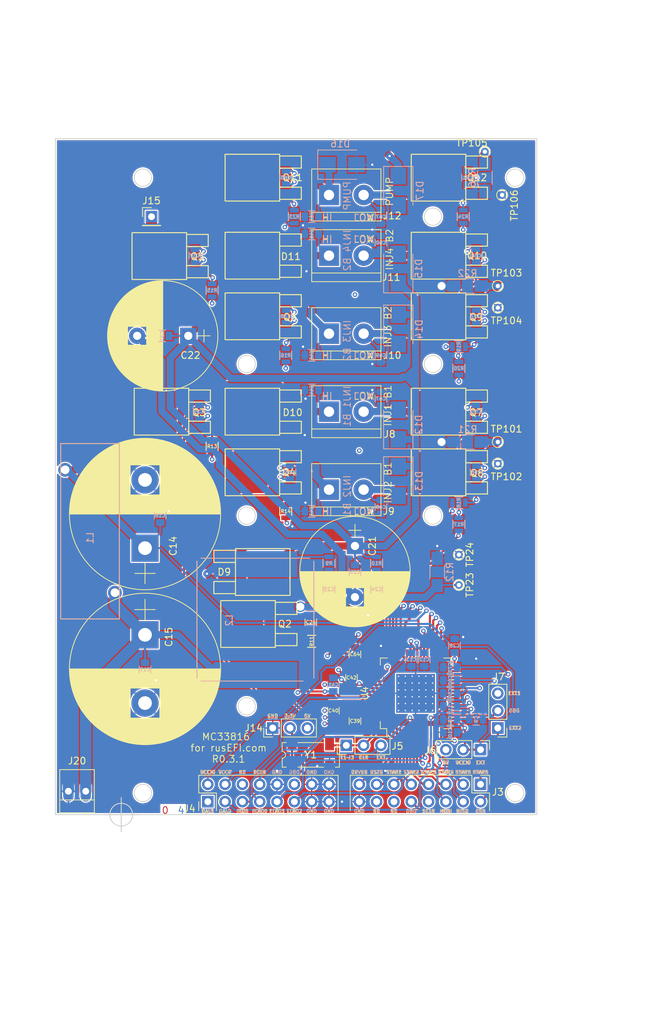
<source format=kicad_pcb>
(kicad_pcb (version 20171130) (host pcbnew "(5.1.5)-3")
  (title_block (title "Common Rail MC33816 board") (date 2020-05-15) (rev R0.3.1) (company http://rusefi.com/))
  (layers (0 F.Cu signal) (1 PWR_AN power) (2 GND power) (31 B.Cu signal) (34 B.Paste user) (35 F.Paste user) (36 B.SilkS user) (37 F.SilkS user) (38 B.Mask user) (39 F.Mask user) (44 Edge.Cuts user))
  (net 0 "")
  (net 1 GND)
  (net 2 /5V)
  (net 3 /3.3V)
  (net 4 /VCCIO)
  (net 5 /VCCP)
  (net 6 /Vbat)
  (net 7 /Vpwr)
  (net 8 /Vboost)
  (net 9 "Net-(C23-Pad1)")
  (net 10 "Net-(C24-Pad1)")
  (net 11 "Net-(C26-Pad2)")
  (net 12 "Net-(C35-Pad1)")
  (net 13 "Net-(C36-Pad1)")
  (net 14 "Net-(C37-Pad1)")
  (net 15 "Net-(C38-Pad1)")
  (net 16 "Net-(C39-Pad1)")
  (net 17 "Net-(C40-Pad1)")
  (net 18 "Net-(C41-Pad1)")
  (net 19 "Net-(C42-Pad1)")
  (net 20 "Net-(C55-Pad2)")
  (net 21 "Net-(C56-Pad2)")
  (net 22 "Net-(C57-Pad2)")
  (net 23 "Net-(C58-Pad2)")
  (net 24 "Net-(C63-Pad1)")
  (net 25 "Net-(C64-Pad2)")
  (net 26 "Net-(C71-Pad2)")
  (net 27 /START6)
  (net 28 /CSB)
  (net 29 /START5)
  (net 30 /MISO)
  (net 31 /START4)
  (net 32 /MOSI)
  (net 33 /START3)
  (net 34 /SCLK)
  (net 35 /START2)
  (net 36 /DBG_EXT2)
  (net 37 /START1)
  (net 38 /RESETB)
  (net 39 /DRVEN)
  (net 40 /OA_1)
  (net 41 /OA_2)
  (net 42 /IRQB)
  (net 43 /FLAG_0)
  (net 44 /EXT_CLK)
  (net 45 /FLAG_1)
  (net 46 /FLAG_2)
  (net 47 /DBG_EXT1)
  (net 48 /VCC2P5)
  (net 49 /BANK1_BAT)
  (net 50 /INJ_B1_HIGH)
  (net 51 /BANK2_BAT)
  (net 52 /INJ_B2_HIGH)
  (net 53 /INJ1_LOW)
  (net 54 /INJ2_LOW)
  (net 55 /INJ3_LOW)
  (net 56 /INJ4_LOW)
  (net 57 /PUMP_HIGH)
  (net 58 /PUMP_LOW)
  (net 59 /CLK)
  (net 60 /DBG)
  (net 61 /G_LS6)
  (net 62 /P_SENSE_BOOST)
  (net 63 /P_B1_SENSE)
  (net 64 /P_B2_SENSE)
  (net 65 /P_SENSE_PUMP)
  (net 66 /G_L_BOOST)
  (net 67 /G_HB1_BAT)
  (net 68 /G_HB1_BST)
  (net 69 /G_HB2_BAT)
  (net 70 /G_HB2_BST)
  (net 71 /G_L_INJ1)
  (net 72 /G_L_INJ2)
  (net 73 /G_L_INJ3)
  (net 74 /G_L_INJ4)
  (net 75 /G_PUMP)
  (net 76 /Vbuck)
  (module Pin_Headers:Pin_Header_Straight_2x08_Pitch2.54mm (layer F.Cu) (at 160.147 153.289 270)
    (fp_text reference J3 (at 1.143 -2.54) (layer F.SilkS))
    (fp_text value CONN_02X08)
    (pad 1 thru_hole rect (at 0 0 270) (size 1.7 1.7) (drill 1) (layers *.Cu *.Mask) (net 27 /START6))
    (pad 2 thru_hole oval (at 2.54 0 270) (size 1.7 1.7) (drill 1) (layers *.Cu *.Mask) (net 28 /CSB))
    (pad 3 thru_hole oval (at 0 2.54 270) (size 1.7 1.7) (drill 1) (layers *.Cu *.Mask) (net 29 /START5))
    (pad 4 thru_hole oval (at 2.54 2.54 270) (size 1.7 1.7) (drill 1) (layers *.Cu *.Mask) (net 30 /MISO))
    (pad 5 thru_hole oval (at 0 5.08 270) (size 1.7 1.7) (drill 1) (layers *.Cu *.Mask) (net 31 /START4))
    (pad 6 thru_hole oval (at 2.54 5.08 270) (size 1.7 1.7) (drill 1) (layers *.Cu *.Mask) (net 32 /MOSI))
    (pad 7 thru_hole oval (at 0 7.62 270) (size 1.7 1.7) (drill 1) (layers *.Cu *.Mask) (net 33 /START3))
    (pad 8 thru_hole oval (at 2.54 7.62 270) (size 1.7 1.7) (drill 1) (layers *.Cu *.Mask) (net 34 /SCLK))
    (pad 9 thru_hole oval (at 0 10.16 270) (size 1.7 1.7) (drill 1) (layers *.Cu *.Mask) (net 35 /START2))
    (pad 10 thru_hole oval (at 2.54 10.16 270) (size 1.7 1.7) (drill 1) (layers *.Cu *.Mask) (net 36 /DBG_EXT2))
    (pad 11 thru_hole oval (at 0 12.7 270) (size 1.7 1.7) (drill 1) (layers *.Cu *.Mask) (net 37 /START1))
    (pad 12 thru_hole oval (at 2.54 12.7 270) (size 1.7 1.7) (drill 1) (layers *.Cu *.Mask))
    (pad 13 thru_hole oval (at 0 15.24 270) (size 1.7 1.7) (drill 1) (layers *.Cu *.Mask) (net 38 /RESETB))
    (pad 14 thru_hole oval (at 2.54 15.24 270) (size 1.7 1.7) (drill 1) (layers *.Cu *.Mask))
    (pad 15 thru_hole oval (at 0 17.78 270) (size 1.7 1.7) (drill 1) (layers *.Cu *.Mask) (net 39 /DRVEN))
    (pad 16 thru_hole oval (at 2.54 17.78 270) (size 1.7 1.7) (drill 1) (layers *.Cu *.Mask) (net 1 GND))
  )
  (module Pin_Headers:Pin_Header_Straight_2x08_Pitch2.54mm (layer F.Cu) (at 120.142 155.829 90)
    (fp_text reference J4 (at -1.016 -2.667 180) (layer F.SilkS))
    (fp_text value CONN_02X08)
    (pad 1 thru_hole rect (at 0 0 90) (size 1.7 1.7) (drill 1) (layers *.Cu *.Mask) (net 40 /OA_1))
    (pad 2 thru_hole oval (at 2.54 0 90) (size 1.7 1.7) (drill 1) (layers *.Cu *.Mask) (net 4 /VCCIO))
    (pad 3 thru_hole oval (at 0 2.54 90) (size 1.7 1.7) (drill 1) (layers *.Cu *.Mask) (net 41 /OA_2))
    (pad 4 thru_hole oval (at 2.54 2.54 90) (size 1.7 1.7) (drill 1) (layers *.Cu *.Mask) (net 5 /VCCP))
    (pad 5 thru_hole oval (at 0 5.08 90) (size 1.7 1.7) (drill 1) (layers *.Cu *.Mask) (net 42 /IRQB))
    (pad 6 thru_hole oval (at 2.54 5.08 90) (size 1.7 1.7) (drill 1) (layers *.Cu *.Mask))
    (pad 7 thru_hole oval (at 0 7.62 90) (size 1.7 1.7) (drill 1) (layers *.Cu *.Mask) (net 43 /FLAG_0))
    (pad 8 thru_hole oval (at 2.54 7.62 90) (size 1.7 1.7) (drill 1) (layers *.Cu *.Mask) (net 44 /EXT_CLK))
    (pad 9 thru_hole oval (at 0 10.16 90) (size 1.7 1.7) (drill 1) (layers *.Cu *.Mask) (net 45 /FLAG_1))
    (pad 10 thru_hole oval (at 2.54 10.16 90) (size 1.7 1.7) (drill 1) (layers *.Cu *.Mask) (net 1 GND))
    (pad 11 thru_hole oval (at 0 12.7 90) (size 1.7 1.7) (drill 1) (layers *.Cu *.Mask) (net 46 /FLAG_2))
    (pad 12 thru_hole oval (at 2.54 12.7 90) (size 1.7 1.7) (drill 1) (layers *.Cu *.Mask) (net 47 /DBG_EXT1))
    (pad 13 thru_hole oval (at 0 15.24 90) (size 1.7 1.7) (drill 1) (layers *.Cu *.Mask) (net 1 GND))
    (pad 14 thru_hole oval (at 2.54 15.24 90) (size 1.7 1.7) (drill 1) (layers *.Cu *.Mask) (net 1 GND))
    (pad 15 thru_hole oval (at 0 17.78 90) (size 1.7 1.7) (drill 1) (layers *.Cu *.Mask) (net 1 GND))
    (pad 16 thru_hole oval (at 2.54 17.78 90) (size 1.7 1.7) (drill 1) (layers *.Cu *.Mask) (net 1 GND))
  )
  (module rusEFI_LIB:IHLP6767GZER100M01 (layer B.Cu) (at 127.127 129.159 270)
    (fp_text reference L2 (at 0.09906 3.85064 270) (layer B.SilkS) (effects (justify mirror)))
    (fp_text value 10uH hide)
    (pad 2 smd rect (at 8.1225 0 270) (size 3.825 12.32) (layers B.Cu B.Paste B.Mask) (net 7 /Vpwr))
    (pad 1 smd rect (at -8.1225 0 270) (size 3.825 12.32) (layers B.Cu B.Paste B.Mask) (net 76 /Vbuck))
  )
  (module Capacitors_ThroughHole:CP_Radial_D22.0mm_P10.00mm_SnapIn (layer F.Cu) (at 110.934 118.682 90)
    (fp_text reference C14 (at 0.3175 4.1275 90) (layer F.SilkS))
    (fp_text value 1000uF)
    (pad 1 thru_hole rect (at 0 0 90) (size 4 4) (drill 2) (layers *.Cu *.Mask) (net 6 /Vbat))
    (pad 2 thru_hole circle (at 10 0 90) (size 4 4) (drill 2) (layers *.Cu *.Mask) (net 1 GND))
  )
  (module Capacitors_ThroughHole:CP_Radial_D22.0mm_P10.00mm_SnapIn (layer F.Cu) (at 110.934 131.382 270)
    (fp_text reference C15 (at 0.3175 -3.4925 270) (layer F.SilkS))
    (fp_text value 1000uF)
    (pad 1 thru_hole rect (at 0 0 270) (size 4 4) (drill 2) (layers *.Cu *.Mask) (net 7 /Vpwr))
    (pad 2 thru_hole circle (at 10 0 270) (size 4 4) (drill 2) (layers *.Cu *.Mask) (net 1 GND))
  )
  (module Capacitors_ThroughHole:CP_Radial_D16.0mm_P7.50mm (layer F.Cu) (at 141.732 118.364 270)
    (fp_text reference C21 (at 0 -2.54 270) (layer F.SilkS))
    (fp_text value 390uF)
    (pad 1 thru_hole rect (at 0 0 270) (size 2.4 2.4) (drill 1.2) (layers *.Cu *.Mask) (net 8 /Vboost))
    (pad 2 thru_hole circle (at 7.5 0 270) (size 2.4 2.4) (drill 1.2) (layers *.Cu *.Mask) (net 62 /P_SENSE_BOOST))
  )
  (module Capacitors_ThroughHole:CP_Radial_D16.0mm_P7.50mm (layer F.Cu) (at 117.284 87.566 180)
    (fp_text reference C22 (at -0.3175 -2.8575 180) (layer F.SilkS))
    (fp_text value 390uF)
    (pad 1 thru_hole rect (at 0 0 180) (size 2.4 2.4) (drill 1.2) (layers *.Cu *.Mask) (net 8 /Vboost))
    (pad 2 thru_hole circle (at 7.5 0 180) (size 2.4 2.4) (drill 1.2) (layers *.Cu *.Mask) (net 62 /P_SENSE_BOOST))
  )
  (module TO_SOT_Packages_SMD:TO-252-2Lead (layer F.Cu) (at 122.682 122.174 270)
    (fp_text reference D9 (at 0 0.127) (layer F.SilkS))
    (fp_text value FFD10UP20S)
    (pad 1 smd rect (at -2.286 0 270) (size 1.651 3.048) (layers F.Cu F.Paste F.Mask) (net 8 /Vboost))
    (pad 2 smd rect (at 0 -6.35 270) (size 6.096 6.096) (layers F.Cu F.Paste F.Mask) (net 8 /Vboost))
    (pad 3 smd rect (at 2.286 0 270) (size 1.651 3.048) (layers F.Cu F.Paste F.Mask) (net 76 /Vbuck))
  )
  (module TO_SOT_Packages_SMD:TO-252-2Lead (layer F.Cu) (at 132.207 98.679 90)
    (fp_text reference D10 (at -0.127 0.381 180) (layer F.SilkS))
    (fp_text value SBR10200CTL)
    (pad 1 smd rect (at -2.286 0 90) (size 1.651 3.048) (layers F.Cu F.Paste F.Mask) (net 1 GND))
    (pad 2 smd rect (at 0 -6.35 90) (size 6.096 6.096) (layers F.Cu F.Paste F.Mask) (net 50 /INJ_B1_HIGH))
    (pad 3 smd rect (at 2.286 0 90) (size 1.651 3.048) (layers F.Cu F.Paste F.Mask) (net 49 /BANK1_BAT))
  )
  (module TO_SOT_Packages_SMD:TO-252-2Lead (layer F.Cu) (at 132.207 75.819 90)
    (fp_text reference D11 (at -0.127 0.127 180) (layer F.SilkS))
    (fp_text value SBR10200CTL)
    (pad 1 smd rect (at -2.286 0 90) (size 1.651 3.048) (layers F.Cu F.Paste F.Mask) (net 1 GND))
    (pad 2 smd rect (at 0 -6.35 90) (size 6.096 6.096) (layers F.Cu F.Paste F.Mask) (net 52 /INJ_B2_HIGH))
    (pad 3 smd rect (at 2.286 0 90) (size 1.651 3.048) (layers F.Cu F.Paste F.Mask) (net 51 /BANK2_BAT))
  )
  (module Diodes_SMD:D_SMB (layer B.Cu) (at 148.082 100.584 90)
    (fp_text reference D12 (at 0 3 90) (layer B.SilkS) (effects (justify mirror)))
    (fp_text value STPS2H100UY)
    (pad 1 smd rect (at -2.15 0 90) (size 2.5 2.3) (layers B.Cu B.Paste B.Mask) (net 8 /Vboost))
    (pad 2 smd rect (at 2.15 0 90) (size 2.5 2.3) (layers B.Cu B.Paste B.Mask) (net 53 /INJ1_LOW))
  )
  (module Diodes_SMD:D_SMB (layer B.Cu) (at 148.082 108.839 270)
    (fp_text reference D13 (at 0 -3.048 270) (layer B.SilkS) (effects (justify mirror)))
    (fp_text value STPS2H100UY)
    (pad 1 smd rect (at -2.15 0 270) (size 2.5 2.3) (layers B.Cu B.Paste B.Mask) (net 8 /Vboost))
    (pad 2 smd rect (at 2.15 0 270) (size 2.5 2.3) (layers B.Cu B.Paste B.Mask) (net 54 /INJ2_LOW))
  )
  (module Diodes_SMD:D_SMB (layer B.Cu) (at 148.082 86.614 270)
    (fp_text reference D14 (at 0 -3.048 270) (layer B.SilkS) (effects (justify mirror)))
    (fp_text value STPS2H100UY)
    (pad 1 smd rect (at -2.15 0 270) (size 2.5 2.3) (layers B.Cu B.Paste B.Mask) (net 8 /Vboost))
    (pad 2 smd rect (at 2.15 0 270) (size 2.5 2.3) (layers B.Cu B.Paste B.Mask) (net 55 /INJ3_LOW))
  )
  (module Diodes_SMD:D_SMB (layer B.Cu) (at 148.082 77.724 90)
    (fp_text reference D15 (at 0 3 90) (layer B.SilkS) (effects (justify mirror)))
    (fp_text value STPS2H100UY)
    (pad 1 smd rect (at -2.15 0 90) (size 2.5 2.3) (layers B.Cu B.Paste B.Mask) (net 8 /Vboost))
    (pad 2 smd rect (at 2.15 0 90) (size 2.5 2.3) (layers B.Cu B.Paste B.Mask) (net 56 /INJ4_LOW))
  )
  (module Diodes_SMD:D_SMB (layer B.Cu) (at 139.827 62.484)
    (fp_text reference D16 (at -0.254 -3.048) (layer B.SilkS) (effects (justify mirror)))
    (fp_text value STPS2H100UY)
    (pad 1 smd rect (at -2.15 0) (size 2.5 2.3) (layers B.Cu B.Paste B.Mask) (net 57 /PUMP_HIGH))
    (pad 2 smd rect (at 2.15 0) (size 2.5 2.3) (layers B.Cu B.Paste B.Mask) (net 1 GND))
  )
  (module Diodes_SMD:D_SMB (layer B.Cu) (at 148.082 66.294 270)
    (fp_text reference D17 (at 0 -3.175 270) (layer B.SilkS) (effects (justify mirror)))
    (fp_text value STPS2H100UY)
    (pad 1 smd rect (at -2.15 0 270) (size 2.5 2.3) (layers B.Cu B.Paste B.Mask) (net 6 /Vbat))
    (pad 2 smd rect (at 2.15 0 270) (size 2.5 2.3) (layers B.Cu B.Paste B.Mask) (net 58 /PUMP_LOW))
  )
  (module Pin_Headers:Pin_Header_Straight_1x03_Pitch2.54mm (layer F.Cu) (at 140.462 147.574 90)
    (fp_text reference J5 (at -0.127 7.493 180) (layer F.SilkS))
    (fp_text value CONN_01X03)
    (pad 1 thru_hole rect (at 0 0 90) (size 1.7 1.7) (drill 1) (layers *.Cu *.Mask) (net 59 /CLK))
    (pad 2 thru_hole oval (at 0 2.54 90) (size 1.7 1.7) (drill 1) (layers *.Cu *.Mask) (net 59 /CLK))
    (pad 3 thru_hole oval (at 0 5.08 90) (size 1.7 1.7) (drill 1) (layers *.Cu *.Mask) (net 44 /EXT_CLK))
  )
  (module Pin_Headers:Pin_Header_Straight_1x03_Pitch2.54mm (layer F.Cu) (at 160.147 148.209 270)
    (fp_text reference J6 (at 0.127 7.366) (layer F.SilkS))
    (fp_text value CONN_01X03)
    (pad 1 thru_hole rect (at 0 0 270) (size 1.7 1.7) (drill 1) (layers *.Cu *.Mask) (net 4 /VCCIO))
    (pad 2 thru_hole oval (at 0 2.54 270) (size 1.7 1.7) (drill 1) (layers *.Cu *.Mask) (net 4 /VCCIO))
    (pad 3 thru_hole oval (at 0 5.08 270) (size 1.7 1.7) (drill 1) (layers *.Cu *.Mask) (net 2 /5V))
  )
  (module Pin_Headers:Pin_Header_Straight_1x03_Pitch2.54mm (layer F.Cu) (at 162.687 145.034 180)
    (fp_text reference J7 (at -0.127 7.493 180) (layer F.SilkS))
    (fp_text value CONN_01X03)
    (pad 1 thru_hole rect (at 0 0 180) (size 1.7 1.7) (drill 1) (layers *.Cu *.Mask) (net 36 /DBG_EXT2))
    (pad 2 thru_hole oval (at 0 2.54 180) (size 1.7 1.7) (drill 1) (layers *.Cu *.Mask) (net 60 /DBG))
    (pad 3 thru_hole oval (at 0 5.08 180) (size 1.7 1.7) (drill 1) (layers *.Cu *.Mask) (net 47 /DBG_EXT1))
  )
  (module Terminal_Blocks:TerminalBlock_bornier-2_P5.08mm (layer F.Cu) (at 137.922 98.679)
    (fp_text reference J8 (at 8.89 3.302) (layer F.SilkS))
    (fp_text value INJ_Term)
    (pad 1 thru_hole rect (at 0 0) (size 3 3) (drill 1.52) (layers *.Cu *.Mask) (net 50 /INJ_B1_HIGH))
    (pad 2 thru_hole circle (at 5.08 0) (size 3 3) (drill 1.52) (layers *.Cu *.Mask) (net 53 /INJ1_LOW))
  )
  (module Terminal_Blocks:TerminalBlock_bornier-2_P5.08mm (layer F.Cu) (at 137.922 110.109)
    (fp_text reference J9 (at 8.763 3.175) (layer F.SilkS))
    (fp_text value INJ_Term)
    (pad 1 thru_hole rect (at 0 0) (size 3 3) (drill 1.52) (layers *.Cu *.Mask) (net 50 /INJ_B1_HIGH))
    (pad 2 thru_hole circle (at 5.08 0) (size 3 3) (drill 1.52) (layers *.Cu *.Mask) (net 54 /INJ2_LOW))
  )
  (module Terminal_Blocks:TerminalBlock_bornier-2_P5.08mm (layer F.Cu) (at 137.922 87.249)
    (fp_text reference J10 (at 9.271 3.175) (layer F.SilkS))
    (fp_text value INJ_Term)
    (pad 1 thru_hole rect (at 0 0) (size 3 3) (drill 1.52) (layers *.Cu *.Mask) (net 52 /INJ_B2_HIGH))
    (pad 2 thru_hole circle (at 5.08 0) (size 3 3) (drill 1.52) (layers *.Cu *.Mask) (net 55 /INJ3_LOW))
  )
  (module Terminal_Blocks:TerminalBlock_bornier-2_P5.08mm (layer F.Cu) (at 137.922 75.819)
    (fp_text reference J11 (at 9.144 3.175) (layer F.SilkS))
    (fp_text value INJ_Term)
    (pad 1 thru_hole rect (at 0 0) (size 3 3) (drill 1.52) (layers *.Cu *.Mask) (net 52 /INJ_B2_HIGH))
    (pad 2 thru_hole circle (at 5.08 0) (size 3 3) (drill 1.52) (layers *.Cu *.Mask) (net 56 /INJ4_LOW))
  )
  (module Terminal_Blocks:TerminalBlock_bornier-2_P5.08mm (layer F.Cu) (at 137.922 66.929)
    (fp_text reference J12 (at 9.271 3.048) (layer F.SilkS))
    (fp_text value INJ_Term)
    (pad 1 thru_hole rect (at 0 0) (size 3 3) (drill 1.52) (layers *.Cu *.Mask) (net 57 /PUMP_HIGH))
    (pad 2 thru_hole circle (at 5.08 0) (size 3 3) (drill 1.52) (layers *.Cu *.Mask) (net 58 /PUMP_LOW))
  )
  (module rusEFI_LIB:744710610-Inductor (layer B.Cu) (at 102.87 116.205 90)
    (fp_text reference L1 (at -1 0 90) (layer B.SilkS) (effects (justify mirror)))
    (fp_text value 6uH hide)
    (pad 1 thru_hole circle (at -9 3.65 90) (size 2.032 2.032) (drill 1.27) (layers *.Cu *.Mask) (net 7 /Vpwr))
    (pad 2 thru_hole circle (at 9 -3.65 90) (size 2.032 2.032) (drill 1.27) (layers *.Cu *.Mask) (net 6 /Vbat))
  )
  (module TO_SOT_Packages_SMD:TO-252-2Lead (layer F.Cu) (at 131.572 129.794 90)
    (fp_text reference Q2 (at 0 -0.127 180) (layer F.SilkS))
    (fp_text value BUK9230-100B)
    (pad 1 smd rect (at -2.286 0 90) (size 1.651 3.048) (layers F.Cu F.Paste F.Mask) (net 11 "Net-(C26-Pad2)"))
    (pad 2 smd rect (at 0 -6.35 90) (size 6.096 6.096) (layers F.Cu F.Paste F.Mask) (net 76 /Vbuck))
    (pad 3 smd rect (at 2.286 0 90) (size 1.651 3.048) (layers F.Cu F.Paste F.Mask) (net 62 /P_SENSE_BOOST))
  )
  (module TO_SOT_Packages_SMD:TO-252-2Lead (layer F.Cu) (at 118.872 98.679 90)
    (fp_text reference Q3 (at -0.127 0 180) (layer F.SilkS))
    (fp_text value BUK9230-100B)
    (pad 1 smd rect (at -2.286 0 90) (size 1.651 3.048) (layers F.Cu F.Paste F.Mask) (net 12 "Net-(C35-Pad1)"))
    (pad 2 smd rect (at 0 -6.35 90) (size 6.096 6.096) (layers F.Cu F.Paste F.Mask) (net 6 /Vbat))
    (pad 3 smd rect (at 2.286 0 90) (size 1.651 3.048) (layers F.Cu F.Paste F.Mask) (net 49 /BANK1_BAT))
  )
  (module TO_SOT_Packages_SMD:TO-252-2Lead (layer F.Cu) (at 132.207 107.569 90)
    (fp_text reference Q4 (at 0 -0.127 180) (layer F.SilkS))
    (fp_text value BUK9230-100B)
    (pad 1 smd rect (at -2.286 0 90) (size 1.651 3.048) (layers F.Cu F.Paste F.Mask) (net 13 "Net-(C36-Pad1)"))
    (pad 2 smd rect (at 0 -6.35 90) (size 6.096 6.096) (layers F.Cu F.Paste F.Mask) (net 8 /Vboost))
    (pad 3 smd rect (at 2.286 0 90) (size 1.651 3.048) (layers F.Cu F.Paste F.Mask) (net 50 /INJ_B1_HIGH))
  )
  (module TO_SOT_Packages_SMD:TO-252-2Lead (layer F.Cu) (at 118.554 75.8825 90)
    (fp_text reference Q5 (at -0.0635 0.064 180) (layer F.SilkS))
    (fp_text value BUK9230-100B)
    (pad 1 smd rect (at -2.286 0 90) (size 1.651 3.048) (layers F.Cu F.Paste F.Mask) (net 14 "Net-(C37-Pad1)"))
    (pad 2 smd rect (at 0 -6.35 90) (size 6.096 6.096) (layers F.Cu F.Paste F.Mask) (net 6 /Vbat))
    (pad 3 smd rect (at 2.286 0 90) (size 1.651 3.048) (layers F.Cu F.Paste F.Mask) (net 51 /BANK2_BAT))
  )
  (module TO_SOT_Packages_SMD:TO-252-2Lead (layer F.Cu) (at 132.207 84.709 90)
    (fp_text reference Q6 (at -0.127 0 180) (layer F.SilkS))
    (fp_text value BUK9230-100B)
    (pad 1 smd rect (at -2.286 0 90) (size 1.651 3.048) (layers F.Cu F.Paste F.Mask) (net 15 "Net-(C38-Pad1)"))
    (pad 2 smd rect (at 0 -6.35 90) (size 6.096 6.096) (layers F.Cu F.Paste F.Mask) (net 8 /Vboost))
    (pad 3 smd rect (at 2.286 0 90) (size 1.651 3.048) (layers F.Cu F.Paste F.Mask) (net 52 /INJ_B2_HIGH))
  )
  (module TO_SOT_Packages_SMD:TO-252-2Lead (layer F.Cu) (at 159.512 98.679 90)
    (fp_text reference Q7 (at -0.127 0 180) (layer F.SilkS))
    (fp_text value BUK9230-100B)
    (pad 1 smd rect (at -2.286 0 90) (size 1.651 3.048) (layers F.Cu F.Paste F.Mask) (net 20 "Net-(C55-Pad2)"))
    (pad 2 smd rect (at 0 -6.35 90) (size 6.096 6.096) (layers F.Cu F.Paste F.Mask) (net 53 /INJ1_LOW))
    (pad 3 smd rect (at 2.286 0 90) (size 1.651 3.048) (layers F.Cu F.Paste F.Mask) (net 63 /P_B1_SENSE))
  )
  (module TO_SOT_Packages_SMD:TO-252-2Lead (layer F.Cu) (at 159.512 107.569 90)
    (fp_text reference Q8 (at -0.127 0.127 180) (layer F.SilkS))
    (fp_text value BUK9230-100B)
    (pad 1 smd rect (at -2.286 0 90) (size 1.651 3.048) (layers F.Cu F.Paste F.Mask) (net 21 "Net-(C56-Pad2)"))
    (pad 2 smd rect (at 0 -6.35 90) (size 6.096 6.096) (layers F.Cu F.Paste F.Mask) (net 54 /INJ2_LOW))
    (pad 3 smd rect (at 2.286 0 90) (size 1.651 3.048) (layers F.Cu F.Paste F.Mask) (net 63 /P_B1_SENSE))
  )
  (module TO_SOT_Packages_SMD:TO-252-2Lead (layer F.Cu) (at 159.512 84.709 90)
    (fp_text reference Q9 (at -0.127 0 180) (layer F.SilkS))
    (fp_text value BUK9230-100B)
    (pad 1 smd rect (at -2.286 0 90) (size 1.651 3.048) (layers F.Cu F.Paste F.Mask) (net 22 "Net-(C57-Pad2)"))
    (pad 2 smd rect (at 0 -6.35 90) (size 6.096 6.096) (layers F.Cu F.Paste F.Mask) (net 55 /INJ3_LOW))
    (pad 3 smd rect (at 2.286 0 90) (size 1.651 3.048) (layers F.Cu F.Paste F.Mask) (net 64 /P_B2_SENSE))
  )
  (module TO_SOT_Packages_SMD:TO-252-2Lead (layer F.Cu) (at 159.512 75.819 90)
    (fp_text reference Q10 (at 0 0.127 180) (layer F.SilkS))
    (fp_text value BUK9230-100B)
    (pad 1 smd rect (at -2.286 0 90) (size 1.651 3.048) (layers F.Cu F.Paste F.Mask) (net 23 "Net-(C58-Pad2)"))
    (pad 2 smd rect (at 0 -6.35 90) (size 6.096 6.096) (layers F.Cu F.Paste F.Mask) (net 56 /INJ4_LOW))
    (pad 3 smd rect (at 2.286 0 90) (size 1.651 3.048) (layers F.Cu F.Paste F.Mask) (net 64 /P_B2_SENSE))
  )
  (module TO_SOT_Packages_SMD:TO-252-2Lead (layer F.Cu) (at 132.207 64.389 90)
    (fp_text reference Q11 (at 0 0.381 180) (layer F.SilkS))
    (fp_text value BUK9230-100B)
    (pad 1 smd rect (at -2.286 0 90) (size 1.651 3.048) (layers F.Cu F.Paste F.Mask) (net 24 "Net-(C63-Pad1)"))
    (pad 2 smd rect (at 0 -6.35 90) (size 6.096 6.096) (layers F.Cu F.Paste F.Mask) (net 6 /Vbat))
    (pad 3 smd rect (at 2.286 0 90) (size 1.651 3.048) (layers F.Cu F.Paste F.Mask) (net 57 /PUMP_HIGH))
  )
  (module TO_SOT_Packages_SMD:TO-252-2Lead (layer F.Cu) (at 159.512 64.389 90)
    (fp_text reference Q12 (at 0 0.127 180) (layer F.SilkS))
    (fp_text value BUK9230-100B)
    (pad 1 smd rect (at -2.286 0 90) (size 1.651 3.048) (layers F.Cu F.Paste F.Mask) (net 26 "Net-(C71-Pad2)"))
    (pad 2 smd rect (at 0 -6.35 90) (size 6.096 6.096) (layers F.Cu F.Paste F.Mask) (net 58 /PUMP_LOW))
    (pad 3 smd rect (at 2.286 0 90) (size 1.651 3.048) (layers F.Cu F.Paste F.Mask) (net 65 /P_SENSE_PUMP))
  )
  (module Resistors_SMD:R_1206_HandSoldering (layer B.Cu) (at 153.797 122.174 90)
    (fp_text reference R12 (at 0 1.85 90) (layer B.SilkS) (effects (justify mirror)))
    (fp_text value 0R010)
    (pad 1 smd rect (at -2 0 90) (size 2 1.7) (layers B.Cu B.Paste B.Mask) (net 62 /P_SENSE_BOOST))
    (pad 2 smd rect (at 2 0 90) (size 2 1.7) (layers B.Cu B.Paste B.Mask) (net 1 GND))
  )
  (module Resistors_SMD:R_1206_HandSoldering (layer B.Cu) (at 158.242 103.124 180)
    (fp_text reference R21 (at 0 1.85 180) (layer B.SilkS) (effects (justify mirror)))
    (fp_text value 0R015)
    (pad 1 smd rect (at -2 0 180) (size 2 1.7) (layers B.Cu B.Paste B.Mask) (net 63 /P_B1_SENSE))
    (pad 2 smd rect (at 2 0 180) (size 2 1.7) (layers B.Cu B.Paste B.Mask) (net 1 GND))
  )
  (module Resistors_SMD:R_1206_HandSoldering (layer B.Cu) (at 158.242 80.264 180)
    (fp_text reference R22 (at 0 1.85 180) (layer B.SilkS) (effects (justify mirror)))
    (fp_text value 0R015)
    (pad 1 smd rect (at -2 0 180) (size 2 1.7) (layers B.Cu B.Paste B.Mask) (net 64 /P_B2_SENSE))
    (pad 2 smd rect (at 2 0 180) (size 2 1.7) (layers B.Cu B.Paste B.Mask) (net 1 GND))
  )
  (module Resistors_SMD:R_1206_HandSoldering (layer B.Cu) (at 160.782 64.389 270)
    (fp_text reference R26 (at 0 1.85 270) (layer B.SilkS) (effects (justify mirror)))
    (fp_text value 0R015)
    (pad 1 smd rect (at -2 0 270) (size 2 1.7) (layers B.Cu B.Paste B.Mask) (net 65 /P_SENSE_PUMP))
    (pad 2 smd rect (at 2 0 270) (size 2 1.7) (layers B.Cu B.Paste B.Mask) (net 1 GND))
  )
  (module Connect:PINTST (layer F.Cu) (at 156.972 124.079 270)
    (fp_text reference TP23 (at 0 -1.6 270) (layer F.SilkS))
    (fp_text value CONN_01X01)
    (pad 1 thru_hole circle (at 0 0 270) (size 1.143 1.143) (drill 0.635) (layers *.Cu *.Mask) (net 62 /P_SENSE_BOOST))
  )
  (module Connect:PINTST (layer F.Cu) (at 156.972 119.634 270)
    (fp_text reference TP24 (at 0 -1.6 270) (layer F.SilkS))
    (fp_text value CONN_01X01)
    (pad 1 thru_hole circle (at 0 0 270) (size 1.143 1.143) (drill 0.635) (layers *.Cu *.Mask) (net 1 GND))
  )
  (module Connect:PINTST (layer F.Cu) (at 162.687 103.124 270)
    (fp_text reference TP101 (at -1.905 -1.27) (layer F.SilkS))
    (fp_text value CONN_01X01)
    (pad 1 thru_hole circle (at 0 0 270) (size 1.143 1.143) (drill 0.635) (layers *.Cu *.Mask) (net 63 /P_B1_SENSE))
  )
  (module Connect:PINTST (layer F.Cu) (at 162.687 106.299 270)
    (fp_text reference TP102 (at 1.905 -1.27) (layer F.SilkS))
    (fp_text value CONN_01X01)
    (pad 1 thru_hole circle (at 0 0 270) (size 1.143 1.143) (drill 0.635) (layers *.Cu *.Mask) (net 1 GND))
  )
  (module Connect:PINTST (layer F.Cu) (at 162.687 80.264 270)
    (fp_text reference TP103 (at -1.905 -1.27) (layer F.SilkS))
    (fp_text value CONN_01X01)
    (pad 1 thru_hole circle (at 0 0 270) (size 1.143 1.143) (drill 0.635) (layers *.Cu *.Mask) (net 64 /P_B2_SENSE))
  )
  (module Connect:PINTST (layer F.Cu) (at 162.687 83.439 270)
    (fp_text reference TP104 (at 1.905 -1.27) (layer F.SilkS))
    (fp_text value CONN_01X01)
    (pad 1 thru_hole circle (at 0 0 270) (size 1.143 1.143) (drill 0.635) (layers *.Cu *.Mask) (net 1 GND))
  )
  (module Connect:PINTST (layer F.Cu) (at 160.782 60.579 270)
    (fp_text reference TP105 (at -1.27 1.905) (layer F.SilkS))
    (fp_text value CONN_01X01)
    (pad 1 thru_hole circle (at 0 0 270) (size 1.143 1.143) (drill 0.635) (layers *.Cu *.Mask) (net 65 /P_SENSE_PUMP))
  )
  (module Connect:PINTST (layer F.Cu) (at 163.322 66.929 270)
    (fp_text reference TP106 (at 1.524 -1.778 270) (layer F.SilkS))
    (fp_text value CONN_01X01)
    (pad 1 thru_hole circle (at 0 0 270) (size 1.143 1.143) (drill 0.635) (layers *.Cu *.Mask) (net 1 GND))
  )
  (module Crystals:Crystal_SMD_SeikoEpson_MC306-4pin_8.0x3.2mm (layer F.Cu) (at 135.255 148.971)
    (fp_text reference Y1 (at 0 0) (layer F.SilkS))
    (fp_text value 1MHz)
    (pad 1 smd rect (at -2.75 1.6) (size 1.3 1.9) (layers F.Cu F.Paste F.Mask) (net 3 /3.3V))
    (pad 2 smd rect (at 2.75 1.6) (size 1.3 1.9) (layers F.Cu F.Paste F.Mask) (net 1 GND))
    (pad 3 smd rect (at 2.75 -1.6) (size 1.3 1.9) (layers F.Cu F.Paste F.Mask) (net 59 /CLK))
    (pad 4 smd rect (at -2.75 -1.6) (size 1.3 1.9) (layers F.Cu F.Paste F.Mask) (net 3 /3.3V))
  )
  (module rusEFI_LIB:C_0805 (layer B.Cu) (at 155.702 143.764 180)
    (fp_text reference C8 (at 0 0 90) (layer B.SilkS) (effects (font (size 0.508 0.508) (thickness 0.1016)) (justify mirror)))
    (fp_text value 0.1uF hide)
    (pad 1 smd rect (at -1 0 180) (size 1 1.25) (layers B.Cu B.Paste B.Mask) (net 48 /VCC2P5))
    (pad 2 smd rect (at 1 0 180) (size 1 1.25) (layers B.Cu B.Paste B.Mask) (net 1 GND))
  )
  (module rusEFI_LIB:C_0805 (layer B.Cu) (at 159.512 143.764)
    (fp_text reference C9 (at 0 0 270) (layer B.SilkS) (effects (font (size 0.508 0.508) (thickness 0.1016)) (justify mirror)))
    (fp_text value 1uF hide)
    (pad 1 smd rect (at -1 0) (size 1 1.25) (layers B.Cu B.Paste B.Mask) (net 48 /VCC2P5))
    (pad 2 smd rect (at 1 0) (size 1 1.25) (layers B.Cu B.Paste B.Mask) (net 1 GND))
  )
  (module rusEFI_LIB:C_0805 (layer B.Cu) (at 155.702 145.669 180)
    (fp_text reference C10 (at 0 0 90) (layer B.SilkS) (effects (font (size 0.508 0.508) (thickness 0.1016)) (justify mirror)))
    (fp_text value 0.1uF hide)
    (pad 1 smd rect (at -1 0 180) (size 1 1.25) (layers B.Cu B.Paste B.Mask) (net 4 /VCCIO))
    (pad 2 smd rect (at 1 0 180) (size 1 1.25) (layers B.Cu B.Paste B.Mask) (net 1 GND))
  )
  (module rusEFI_LIB:C_0805 (layer B.Cu) (at 155.702 141.859 180)
    (fp_text reference C11 (at 0 0 90) (layer B.SilkS) (effects (font (size 0.508 0.508) (thickness 0.1016)) (justify mirror)))
    (fp_text value 0.1uF hide)
    (pad 1 smd rect (at -1 0 180) (size 1 1.25) (layers B.Cu B.Paste B.Mask) (net 2 /5V))
    (pad 2 smd rect (at 1 0 180) (size 1 1.25) (layers B.Cu B.Paste B.Mask) (net 1 GND))
  )
  (module rusEFI_LIB:C_0805 (layer B.Cu) (at 151.892 135.001 270)
    (fp_text reference C12 (at 0 0 180) (layer B.SilkS) (effects (font (size 0.508 0.508) (thickness 0.1016)) (justify mirror)))
    (fp_text value 4.7uF hide)
    (pad 1 smd rect (at -1 0 270) (size 1 1.25) (layers B.Cu B.Paste B.Mask) (net 5 /VCCP))
    (pad 2 smd rect (at 1 0 270) (size 1 1.25) (layers B.Cu B.Paste B.Mask) (net 1 GND))
  )
  (module rusEFI_LIB:C_0805 (layer B.Cu) (at 149.987 135.001 270)
    (fp_text reference C13 (at 0 0 180) (layer B.SilkS) (effects (font (size 0.508 0.508) (thickness 0.1016)) (justify mirror)))
    (fp_text value 0.1uF hide)
    (pad 1 smd rect (at -1 0 270) (size 1 1.25) (layers B.Cu B.Paste B.Mask) (net 5 /VCCP))
    (pad 2 smd rect (at 1 0 270) (size 1 1.25) (layers B.Cu B.Paste B.Mask) (net 1 GND))
  )
  (module rusEFI_LIB:C_0805 (layer B.Cu) (at 113.157 113.919 90)
    (fp_text reference C16 (at 0 0) (layer B.SilkS) (effects (font (size 0.508 0.508) (thickness 0.1016)) (justify mirror)))
    (fp_text value 0.22uF hide)
    (pad 1 smd rect (at -1 0 90) (size 1 1.25) (layers B.Cu B.Paste B.Mask) (net 6 /Vbat))
    (pad 2 smd rect (at 1 0 90) (size 1 1.25) (layers B.Cu B.Paste B.Mask) (net 1 GND))
  )
  (module rusEFI_LIB:C_0805 (layer B.Cu) (at 110.934 136.462 270)
    (fp_text reference C17 (at 0 0 180) (layer B.SilkS) (effects (font (size 0.508 0.508) (thickness 0.1016)) (justify mirror)))
    (fp_text value 0.22uF hide)
    (pad 1 smd rect (at -1 0 270) (size 1 1.25) (layers B.Cu B.Paste B.Mask) (net 7 /Vpwr))
    (pad 2 smd rect (at 1 0 270) (size 1 1.25) (layers B.Cu B.Paste B.Mask) (net 1 GND))
  )
  (module rusEFI_LIB:C_0805 (layer B.Cu) (at 137.922 124.714 270)
    (fp_text reference C23 (at 0 0 180) (layer B.SilkS) (effects (font (size 0.508 0.508) (thickness 0.1016)) (justify mirror)))
    (fp_text value 330pF hide)
    (pad 1 smd rect (at -1 0 270) (size 1 1.25) (layers B.Cu B.Paste B.Mask) (net 9 "Net-(C23-Pad1)"))
    (pad 2 smd rect (at 1 0 270) (size 1 1.25) (layers B.Cu B.Paste B.Mask) (net 62 /P_SENSE_BOOST))
  )
  (module rusEFI_LIB:C_0805 (layer B.Cu) (at 144.907 124.714 270)
    (fp_text reference C24 (at 0 0 180) (layer B.SilkS) (effects (font (size 0.508 0.508) (thickness 0.1016)) (justify mirror)))
    (fp_text value 330pF hide)
    (pad 1 smd rect (at -1 0 270) (size 1 1.25) (layers B.Cu B.Paste B.Mask) (net 10 "Net-(C24-Pad1)"))
    (pad 2 smd rect (at 1 0 270) (size 1 1.25) (layers B.Cu B.Paste B.Mask) (net 62 /P_SENSE_BOOST))
  )
  (module rusEFI_LIB:C_0805 (layer B.Cu) (at 141.732 122.174 270)
    (fp_text reference C25 (at 0 0 180) (layer B.SilkS) (effects (font (size 0.508 0.508) (thickness 0.1016)) (justify mirror)))
    (fp_text value 0.22uF hide)
    (pad 1 smd rect (at -1 0 270) (size 1 1.25) (layers B.Cu B.Paste B.Mask) (net 8 /Vboost))
    (pad 2 smd rect (at 1 0 270) (size 1 1.25) (layers B.Cu B.Paste B.Mask) (net 62 /P_SENSE_BOOST))
  )
  (module rusEFI_LIB:C_0805 (layer B.Cu) (at 113.474 87.566 180)
    (fp_text reference C27 (at 0 0 90) (layer B.SilkS) (effects (font (size 0.508 0.508) (thickness 0.1016)) (justify mirror)))
    (fp_text value 0.22uF hide)
    (pad 1 smd rect (at -1 0 180) (size 1 1.25) (layers B.Cu B.Paste B.Mask) (net 8 /Vboost))
    (pad 2 smd rect (at 1 0 180) (size 1 1.25) (layers B.Cu B.Paste B.Mask) (net 62 /P_SENSE_BOOST))
  )
  (module rusEFI_LIB:C_0805 (layer B.Cu) (at 156.337 132.969 90)
    (fp_text reference C28 (at 0 0) (layer B.SilkS) (effects (font (size 0.508 0.508) (thickness 0.1016)) (justify mirror)))
    (fp_text value 330pF hide)
    (pad 1 smd rect (at -1 0 90) (size 1 1.25) (layers B.Cu B.Paste B.Mask) (net 62 /P_SENSE_BOOST))
    (pad 2 smd rect (at 1 0 90) (size 1 1.25) (layers B.Cu B.Paste B.Mask) (net 1 GND))
  )
  (module rusEFI_LIB:C_0805 (layer B.Cu) (at 118.872 98.679 90)
    (fp_text reference C35 (at 0 0) (layer B.SilkS) (effects (font (size 0.508 0.508) (thickness 0.1016)) (justify mirror)))
    (fp_text value 1000pF hide)
    (pad 1 smd rect (at -1 0 90) (size 1 1.25) (layers B.Cu B.Paste B.Mask) (net 12 "Net-(C35-Pad1)"))
    (pad 2 smd rect (at 1 0 90) (size 1 1.25) (layers B.Cu B.Paste B.Mask) (net 49 /BANK1_BAT))
  )
  (module rusEFI_LIB:C_0805 (layer B.Cu) (at 132.207 107.569 90)
    (fp_text reference C36 (at 0 0) (layer B.SilkS) (effects (font (size 0.508 0.508) (thickness 0.1016)) (justify mirror)))
    (fp_text value 1000pF hide)
    (pad 1 smd rect (at -1 0 90) (size 1 1.25) (layers B.Cu B.Paste B.Mask) (net 13 "Net-(C36-Pad1)"))
    (pad 2 smd rect (at 1 0 90) (size 1 1.25) (layers B.Cu B.Paste B.Mask) (net 50 /INJ_B1_HIGH))
  )
  (module rusEFI_LIB:C_0805 (layer B.Cu) (at 118.237 75.819 90)
    (fp_text reference C37 (at 0 0) (layer B.SilkS) (effects (font (size 0.508 0.508) (thickness 0.1016)) (justify mirror)))
    (fp_text value 1000pF hide)
    (pad 1 smd rect (at -1 0 90) (size 1 1.25) (layers B.Cu B.Paste B.Mask) (net 14 "Net-(C37-Pad1)"))
    (pad 2 smd rect (at 1 0 90) (size 1 1.25) (layers B.Cu B.Paste B.Mask) (net 51 /BANK2_BAT))
  )
  (module rusEFI_LIB:C_0805 (layer B.Cu) (at 131.572 84.709 90)
    (fp_text reference C38 (at 0 0) (layer B.SilkS) (effects (font (size 0.508 0.508) (thickness 0.1016)) (justify mirror)))
    (fp_text value 1000pF hide)
    (pad 1 smd rect (at -1 0 90) (size 1 1.25) (layers B.Cu B.Paste B.Mask) (net 15 "Net-(C38-Pad1)"))
    (pad 2 smd rect (at 1 0 90) (size 1 1.25) (layers B.Cu B.Paste B.Mask) (net 52 /INJ_B2_HIGH))
  )
  (module rusEFI_LIB:C_0805 (layer F.Cu) (at 141.732 144.018 270)
    (fp_text reference C39 (at 0 0) (layer F.SilkS) (effects (font (size 0.508 0.508) (thickness 0.1016))))
    (fp_text value 0.33uF hide)
    (pad 1 smd rect (at -1 0 270) (size 1 1.25) (layers F.Cu F.Paste F.Mask) (net 16 "Net-(C39-Pad1)"))
    (pad 2 smd rect (at 1 0 270) (size 1 1.25) (layers F.Cu F.Paste F.Mask) (net 49 /BANK1_BAT))
  )
  (module rusEFI_LIB:C_0805 (layer F.Cu) (at 138.557 142.494 270)
    (fp_text reference C40 (at 0 0) (layer F.SilkS) (effects (font (size 0.508 0.508) (thickness 0.1016))))
    (fp_text value 0.33uF hide)
    (pad 1 smd rect (at -1 0 270) (size 1 1.25) (layers F.Cu F.Paste F.Mask) (net 17 "Net-(C40-Pad1)"))
    (pad 2 smd rect (at 1 0 270) (size 1 1.25) (layers F.Cu F.Paste F.Mask) (net 50 /INJ_B1_HIGH))
  )
  (module rusEFI_LIB:C_0805 (layer B.Cu) (at 138.557 138.684 270)
    (fp_text reference C41 (at 0 0 180) (layer B.SilkS) (effects (font (size 0.508 0.508) (thickness 0.1016)) (justify mirror)))
    (fp_text value 0.33uF hide)
    (pad 1 smd rect (at -1 0 270) (size 1 1.25) (layers B.Cu B.Paste B.Mask) (net 18 "Net-(C41-Pad1)"))
    (pad 2 smd rect (at 1 0 270) (size 1 1.25) (layers B.Cu B.Paste B.Mask) (net 51 /BANK2_BAT))
  )
  (module rusEFI_LIB:C_0805 (layer F.Cu) (at 141.224 137.668 270)
    (fp_text reference C42 (at 0 0) (layer F.SilkS) (effects (font (size 0.508 0.508) (thickness 0.1016))))
    (fp_text value 0.33uF hide)
    (pad 1 smd rect (at -1 0 270) (size 1 1.25) (layers F.Cu F.Paste F.Mask) (net 19 "Net-(C42-Pad1)"))
    (pad 2 smd rect (at 1 0 270) (size 1 1.25) (layers F.Cu F.Paste F.Mask) (net 52 /INJ_B2_HIGH))
  )
  (module rusEFI_LIB:C_0805 (layer B.Cu) (at 135.382 113.284 180)
    (fp_text reference C43 (at 0 0 90) (layer B.SilkS) (effects (font (size 0.508 0.508) (thickness 0.1016)) (justify mirror)))
    (fp_text value 4700pF hide)
    (pad 1 smd rect (at -1 0 180) (size 1 1.25) (layers B.Cu B.Paste B.Mask) (net 50 /INJ_B1_HIGH))
    (pad 2 smd rect (at 1 0 180) (size 1 1.25) (layers B.Cu B.Paste B.Mask) (net 1 GND))
  )
  (module rusEFI_LIB:C_0805 (layer B.Cu) (at 135.382 95.504 180)
    (fp_text reference C44 (at 0 0 90) (layer B.SilkS) (effects (font (size 0.508 0.508) (thickness 0.1016)) (justify mirror)))
    (fp_text value 4700pF hide)
    (pad 1 smd rect (at -1 0 180) (size 1 1.25) (layers B.Cu B.Paste B.Mask) (net 50 /INJ_B1_HIGH))
    (pad 2 smd rect (at 1 0 180) (size 1 1.25) (layers B.Cu B.Paste B.Mask) (net 1 GND))
  )
  (module rusEFI_LIB:C_0805 (layer B.Cu) (at 135.382 90.424 180)
    (fp_text reference C45 (at 0 0 90) (layer B.SilkS) (effects (font (size 0.508 0.508) (thickness 0.1016)) (justify mirror)))
    (fp_text value 4700pF hide)
    (pad 1 smd rect (at -1 0 180) (size 1 1.25) (layers B.Cu B.Paste B.Mask) (net 52 /INJ_B2_HIGH))
    (pad 2 smd rect (at 1 0 180) (size 1 1.25) (layers B.Cu B.Paste B.Mask) (net 1 GND))
  )
  (module rusEFI_LIB:C_0805 (layer B.Cu) (at 135.382 72.644 180)
    (fp_text reference C46 (at 0 0 90) (layer B.SilkS) (effects (font (size 0.508 0.508) (thickness 0.1016)) (justify mirror)))
    (fp_text value 4700pF hide)
    (pad 1 smd rect (at -1 0 180) (size 1 1.25) (layers B.Cu B.Paste B.Mask) (net 52 /INJ_B2_HIGH))
    (pad 2 smd rect (at 1 0 180) (size 1 1.25) (layers B.Cu B.Paste B.Mask) (net 1 GND))
  )
  (module rusEFI_LIB:C_0805 (layer B.Cu) (at 145.542 96.774 90)
    (fp_text reference C47 (at 0 0) (layer B.SilkS) (effects (font (size 0.508 0.508) (thickness 0.1016)) (justify mirror)))
    (fp_text value 4700pF hide)
    (pad 1 smd rect (at -1 0 90) (size 1 1.25) (layers B.Cu B.Paste B.Mask) (net 53 /INJ1_LOW))
    (pad 2 smd rect (at 1 0 90) (size 1 1.25) (layers B.Cu B.Paste B.Mask) (net 1 GND))
  )
  (module rusEFI_LIB:C_0805 (layer B.Cu) (at 145.542 112.649 270)
    (fp_text reference C48 (at 0 0 180) (layer B.SilkS) (effects (font (size 0.508 0.508) (thickness 0.1016)) (justify mirror)))
    (fp_text value 4700pF hide)
    (pad 1 smd rect (at -1 0 270) (size 1 1.25) (layers B.Cu B.Paste B.Mask) (net 54 /INJ2_LOW))
    (pad 2 smd rect (at 1 0 270) (size 1 1.25) (layers B.Cu B.Paste B.Mask) (net 1 GND))
  )
  (module rusEFI_LIB:C_0805 (layer B.Cu) (at 145.542 90.424 270)
    (fp_text reference C49 (at 0 0 180) (layer B.SilkS) (effects (font (size 0.508 0.508) (thickness 0.1016)) (justify mirror)))
    (fp_text value 4700pF hide)
    (pad 1 smd rect (at -1 0 270) (size 1 1.25) (layers B.Cu B.Paste B.Mask) (net 55 /INJ3_LOW))
    (pad 2 smd rect (at 1 0 270) (size 1 1.25) (layers B.Cu B.Paste B.Mask) (net 1 GND))
  )
  (module rusEFI_LIB:C_0805 (layer B.Cu) (at 145.542 73.914 90)
    (fp_text reference C50 (at 0 0) (layer B.SilkS) (effects (font (size 0.508 0.508) (thickness 0.1016)) (justify mirror)))
    (fp_text value 4700pF hide)
    (pad 1 smd rect (at -1 0 90) (size 1 1.25) (layers B.Cu B.Paste B.Mask) (net 56 /INJ4_LOW))
    (pad 2 smd rect (at 1 0 90) (size 1 1.25) (layers B.Cu B.Paste B.Mask) (net 1 GND))
  )
  (module rusEFI_LIB:C_0805 (layer B.Cu) (at 159.512 98.679 270)
    (fp_text reference C55 (at 0 0 180) (layer B.SilkS) (effects (font (size 0.508 0.508) (thickness 0.1016)) (justify mirror)))
    (fp_text value 1000pF hide)
    (pad 1 smd rect (at -1 0 270) (size 1 1.25) (layers B.Cu B.Paste B.Mask) (net 63 /P_B1_SENSE))
    (pad 2 smd rect (at 1 0 270) (size 1 1.25) (layers B.Cu B.Paste B.Mask) (net 20 "Net-(C55-Pad2)"))
  )
  (module rusEFI_LIB:C_0805 (layer B.Cu) (at 159.512 107.569 270)
    (fp_text reference C56 (at 0 0 180) (layer B.SilkS) (effects (font (size 0.508 0.508) (thickness 0.1016)) (justify mirror)))
    (fp_text value 1000pF hide)
    (pad 1 smd rect (at -1 0 270) (size 1 1.25) (layers B.Cu B.Paste B.Mask) (net 63 /P_B1_SENSE))
    (pad 2 smd rect (at 1 0 270) (size 1 1.25) (layers B.Cu B.Paste B.Mask) (net 21 "Net-(C56-Pad2)"))
  )
  (module rusEFI_LIB:C_0805 (layer B.Cu) (at 159.512 84.709 270)
    (fp_text reference C57 (at 0 0 180) (layer B.SilkS) (effects (font (size 0.508 0.508) (thickness 0.1016)) (justify mirror)))
    (fp_text value 1000pF hide)
    (pad 1 smd rect (at -1 0 270) (size 1 1.25) (layers B.Cu B.Paste B.Mask) (net 64 /P_B2_SENSE))
    (pad 2 smd rect (at 1 0 270) (size 1 1.25) (layers B.Cu B.Paste B.Mask) (net 22 "Net-(C57-Pad2)"))
  )
  (module rusEFI_LIB:C_0805 (layer B.Cu) (at 159.512 75.819 270)
    (fp_text reference C58 (at 0 0 180) (layer B.SilkS) (effects (font (size 0.508 0.508) (thickness 0.1016)) (justify mirror)))
    (fp_text value 1000pF hide)
    (pad 1 smd rect (at -1 0 270) (size 1 1.25) (layers B.Cu B.Paste B.Mask) (net 64 /P_B2_SENSE))
    (pad 2 smd rect (at 1 0 270) (size 1 1.25) (layers B.Cu B.Paste B.Mask) (net 23 "Net-(C58-Pad2)"))
  )
  (module rusEFI_LIB:C_0805 (layer B.Cu) (at 155.702 139.954 180)
    (fp_text reference C59 (at 0 0 90) (layer B.SilkS) (effects (font (size 0.508 0.508) (thickness 0.1016)) (justify mirror)))
    (fp_text value 330pF hide)
    (pad 1 smd rect (at -1 0 180) (size 1 1.25) (layers B.Cu B.Paste B.Mask) (net 63 /P_B1_SENSE))
    (pad 2 smd rect (at 1 0 180) (size 1 1.25) (layers B.Cu B.Paste B.Mask) (net 1 GND))
  )
  (module rusEFI_LIB:C_0805 (layer B.Cu) (at 155.702 138.049 180)
    (fp_text reference C60 (at 0 0 90) (layer B.SilkS) (effects (font (size 0.508 0.508) (thickness 0.1016)) (justify mirror)))
    (fp_text value 330pF hide)
    (pad 1 smd rect (at -1 0 180) (size 1 1.25) (layers B.Cu B.Paste B.Mask) (net 64 /P_B2_SENSE))
    (pad 2 smd rect (at 1 0 180) (size 1 1.25) (layers B.Cu B.Paste B.Mask) (net 1 GND))
  )
  (module rusEFI_LIB:C_0805 (layer B.Cu) (at 131.572 64.389 90)
    (fp_text reference C63 (at 0 0) (layer B.SilkS) (effects (font (size 0.508 0.508) (thickness 0.1016)) (justify mirror)))
    (fp_text value 1000pF hide)
    (pad 1 smd rect (at -1 0 90) (size 1 1.25) (layers B.Cu B.Paste B.Mask) (net 24 "Net-(C63-Pad1)"))
    (pad 2 smd rect (at 1 0 90) (size 1 1.25) (layers B.Cu B.Paste B.Mask) (net 57 /PUMP_HIGH))
  )
  (module rusEFI_LIB:C_0805 (layer F.Cu) (at 141.732 134.239 90)
    (fp_text reference C64 (at 0 0 180) (layer F.SilkS) (effects (font (size 0.508 0.508) (thickness 0.1016))))
    (fp_text value 0.33uF hide)
    (pad 1 smd rect (at -1 0 90) (size 1 1.25) (layers F.Cu F.Paste F.Mask) (net 57 /PUMP_HIGH))
    (pad 2 smd rect (at 1 0 90) (size 1 1.25) (layers F.Cu F.Paste F.Mask) (net 25 "Net-(C64-Pad2)"))
  )
  (module rusEFI_LIB:C_0805 (layer B.Cu) (at 135.382 70.104 180)
    (fp_text reference C65 (at 0 0 90) (layer B.SilkS) (effects (font (size 0.508 0.508) (thickness 0.1016)) (justify mirror)))
    (fp_text value 4700pF hide)
    (pad 1 smd rect (at -1 0 180) (size 1 1.25) (layers B.Cu B.Paste B.Mask) (net 57 /PUMP_HIGH))
    (pad 2 smd rect (at 1 0 180) (size 1 1.25) (layers B.Cu B.Paste B.Mask) (net 1 GND))
  )
  (module rusEFI_LIB:C_0805 (layer B.Cu) (at 145.542 70.104 270)
    (fp_text reference C67 (at 0 0 180) (layer B.SilkS) (effects (font (size 0.508 0.508) (thickness 0.1016)) (justify mirror)))
    (fp_text value 4700pF hide)
    (pad 1 smd rect (at -1 0 270) (size 1 1.25) (layers B.Cu B.Paste B.Mask) (net 58 /PUMP_LOW))
    (pad 2 smd rect (at 1 0 270) (size 1 1.25) (layers B.Cu B.Paste B.Mask) (net 1 GND))
  )
  (module rusEFI_LIB:C_0805 (layer B.Cu) (at 158.242 64.389 270)
    (fp_text reference C71 (at 0 0 180) (layer B.SilkS) (effects (font (size 0.508 0.508) (thickness 0.1016)) (justify mirror)))
    (fp_text value 1000pF hide)
    (pad 1 smd rect (at -1 0 270) (size 1 1.25) (layers B.Cu B.Paste B.Mask) (net 65 /P_SENSE_PUMP))
    (pad 2 smd rect (at 1 0 270) (size 1 1.25) (layers B.Cu B.Paste B.Mask) (net 26 "Net-(C71-Pad2)"))
  )
  (module rusEFI_LIB:C_0805 (layer B.Cu) (at 155.702 136.144 180)
    (fp_text reference C73 (at 0 0 90) (layer B.SilkS) (effects (font (size 0.508 0.508) (thickness 0.1016)) (justify mirror)))
    (fp_text value 330pF hide)
    (pad 1 smd rect (at -1 0 180) (size 1 1.25) (layers B.Cu B.Paste B.Mask) (net 65 /P_SENSE_PUMP))
    (pad 2 smd rect (at 1 0 180) (size 1 1.25) (layers B.Cu B.Paste B.Mask) (net 1 GND))
  )
  (module rusEFI_LIB:R_0805 (layer B.Cu) (at 137.922 120.904 270)
    (fp_text reference R9 (at 0 0 180) (layer B.SilkS) (effects (font (size 0.508 0.508) (thickness 0.1016)) (justify mirror)))
    (fp_text value 5.1R hide)
    (pad 1 smd rect (at -0.95 0 270) (size 0.7 1.3) (layers B.Cu B.Paste B.Mask) (net 76 /Vbuck))
    (pad 2 smd rect (at 0.95 0 270) (size 0.7 1.3) (layers B.Cu B.Paste B.Mask) (net 9 "Net-(C23-Pad1)"))
  )
  (module rusEFI_LIB:R_0805 (layer B.Cu) (at 144.907 120.904 270)
    (fp_text reference R10 (at 0 0 180) (layer B.SilkS) (effects (font (size 0.508 0.508) (thickness 0.1016)) (justify mirror)))
    (fp_text value 5.1R hide)
    (pad 1 smd rect (at -0.95 0 270) (size 0.7 1.3) (layers B.Cu B.Paste B.Mask) (net 8 /Vboost))
    (pad 2 smd rect (at 0.95 0 270) (size 0.7 1.3) (layers B.Cu B.Paste B.Mask) (net 10 "Net-(C24-Pad1)"))
  )
  (module rusEFI_LIB:R_0805 (layer F.Cu) (at 135.382 132.334)
    (fp_text reference R11 (at 0 0 90) (layer F.SilkS) (effects (font (size 0.508 0.508) (thickness 0.1016))))
    (fp_text value 10R hide)
    (pad 1 smd rect (at -0.95 0) (size 0.7 1.3) (layers F.Cu F.Paste F.Mask) (net 11 "Net-(C26-Pad2)"))
    (pad 2 smd rect (at 0.95 0) (size 0.7 1.3) (layers F.Cu F.Paste F.Mask) (net 66 /G_L_BOOST))
  )
  (module rusEFI_LIB:R_0805 (layer F.Cu) (at 120.777 103.759 270)
    (fp_text reference R13 (at 0 0) (layer F.SilkS) (effects (font (size 0.508 0.508) (thickness 0.1016))))
    (fp_text value 10R hide)
    (pad 1 smd rect (at -0.95 0 270) (size 0.7 1.3) (layers F.Cu F.Paste F.Mask) (net 12 "Net-(C35-Pad1)"))
    (pad 2 smd rect (at 0.95 0 270) (size 0.7 1.3) (layers F.Cu F.Paste F.Mask) (net 67 /G_HB1_BAT))
  )
  (module rusEFI_LIB:R_0805 (layer F.Cu) (at 131.572 113.284 270)
    (fp_text reference R14 (at 0 0) (layer F.SilkS) (effects (font (size 0.508 0.508) (thickness 0.1016))))
    (fp_text value 10R hide)
    (pad 1 smd rect (at -0.95 0 270) (size 0.7 1.3) (layers F.Cu F.Paste F.Mask) (net 13 "Net-(C36-Pad1)"))
    (pad 2 smd rect (at 0.95 0 270) (size 0.7 1.3) (layers F.Cu F.Paste F.Mask) (net 68 /G_HB1_BST))
  )
  (module rusEFI_LIB:R_0805 (layer B.Cu) (at 120.777 80.899 270)
    (fp_text reference R15 (at 0 0 180) (layer B.SilkS) (effects (font (size 0.508 0.508) (thickness 0.1016)) (justify mirror)))
    (fp_text value 10R hide)
    (pad 1 smd rect (at -0.95 0 270) (size 0.7 1.3) (layers B.Cu B.Paste B.Mask) (net 14 "Net-(C37-Pad1)"))
    (pad 2 smd rect (at 0.95 0 270) (size 0.7 1.3) (layers B.Cu B.Paste B.Mask) (net 69 /G_HB2_BAT))
  )
  (module rusEFI_LIB:R_0805 (layer B.Cu) (at 131.572 90.424 270)
    (fp_text reference R16 (at 0 0 180) (layer B.SilkS) (effects (font (size 0.508 0.508) (thickness 0.1016)) (justify mirror)))
    (fp_text value 10R hide)
    (pad 1 smd rect (at -0.95 0 270) (size 0.7 1.3) (layers B.Cu B.Paste B.Mask) (net 15 "Net-(C38-Pad1)"))
    (pad 2 smd rect (at 0.95 0 270) (size 0.7 1.3) (layers B.Cu B.Paste B.Mask) (net 70 /G_HB2_BST))
  )
  (module rusEFI_LIB:R_0805 (layer B.Cu) (at 156.972 115.189 270)
    (fp_text reference R17 (at 0 0 180) (layer B.SilkS) (effects (font (size 0.508 0.508) (thickness 0.1016)) (justify mirror)))
    (fp_text value 10R hide)
    (pad 1 smd rect (at -0.95 0 270) (size 0.7 1.3) (layers B.Cu B.Paste B.Mask) (net 20 "Net-(C55-Pad2)"))
    (pad 2 smd rect (at 0.95 0 270) (size 0.7 1.3) (layers B.Cu B.Paste B.Mask) (net 71 /G_L_INJ1))
  )
  (module rusEFI_LIB:R_0805 (layer B.Cu) (at 156.972 112.014 180)
    (fp_text reference R18 (at 0 0 90) (layer B.SilkS) (effects (font (size 0.508 0.508) (thickness 0.1016)) (justify mirror)))
    (fp_text value 10R hide)
    (pad 1 smd rect (at -0.95 0 180) (size 0.7 1.3) (layers B.Cu B.Paste B.Mask) (net 21 "Net-(C56-Pad2)"))
    (pad 2 smd rect (at 0.95 0 180) (size 0.7 1.3) (layers B.Cu B.Paste B.Mask) (net 72 /G_L_INJ2))
  )
  (module rusEFI_LIB:R_0805 (layer B.Cu) (at 156.972 89.154 180)
    (fp_text reference R19 (at 0 0 90) (layer B.SilkS) (effects (font (size 0.508 0.508) (thickness 0.1016)) (justify mirror)))
    (fp_text value 10R hide)
    (pad 1 smd rect (at -0.95 0 180) (size 0.7 1.3) (layers B.Cu B.Paste B.Mask) (net 22 "Net-(C57-Pad2)"))
    (pad 2 smd rect (at 0.95 0 180) (size 0.7 1.3) (layers B.Cu B.Paste B.Mask) (net 73 /G_L_INJ3))
  )
  (module rusEFI_LIB:R_0805 (layer B.Cu) (at 156.972 92.329 270)
    (fp_text reference R20 (at 0 0 180) (layer B.SilkS) (effects (font (size 0.508 0.508) (thickness 0.1016)) (justify mirror)))
    (fp_text value 10R hide)
    (pad 1 smd rect (at -0.95 0 270) (size 0.7 1.3) (layers B.Cu B.Paste B.Mask) (net 23 "Net-(C58-Pad2)"))
    (pad 2 smd rect (at 0.95 0 270) (size 0.7 1.3) (layers B.Cu B.Paste B.Mask) (net 74 /G_L_INJ4))
  )
  (module rusEFI_LIB:R_0805 (layer B.Cu) (at 132.842 70.104 270)
    (fp_text reference R23 (at 0 0 180) (layer B.SilkS) (effects (font (size 0.508 0.508) (thickness 0.1016)) (justify mirror)))
    (fp_text value 10R hide)
    (pad 1 smd rect (at -0.95 0 270) (size 0.7 1.3) (layers B.Cu B.Paste B.Mask) (net 24 "Net-(C63-Pad1)"))
    (pad 2 smd rect (at 0.95 0 270) (size 0.7 1.3) (layers B.Cu B.Paste B.Mask) (net 61 /G_LS6))
  )
  (module rusEFI_LIB:R_0805 (layer B.Cu) (at 157.607 70.104 270)
    (fp_text reference R24 (at 0 0 180) (layer B.SilkS) (effects (font (size 0.508 0.508) (thickness 0.1016)) (justify mirror)))
    (fp_text value 10R hide)
    (pad 1 smd rect (at -0.95 0 270) (size 0.7 1.3) (layers B.Cu B.Paste B.Mask) (net 26 "Net-(C71-Pad2)"))
    (pad 2 smd rect (at 0.95 0 270) (size 0.7 1.3) (layers B.Cu B.Paste B.Mask) (net 75 /G_PUMP))
  )
  (module rusEFI_LIB:C_0805 (layer F.Cu) (at 135.255 129.54 270)
    (fp_text reference C26 (at 0 0) (layer F.SilkS) (effects (font (size 0.508 0.508) (thickness 0.1016))))
    (fp_text value 470pF hide)
    (pad 1 smd rect (at -1 0 270) (size 1 1.25) (layers F.Cu F.Paste F.Mask) (net 62 /P_SENSE_BOOST))
    (pad 2 smd rect (at 1 0 270) (size 1 1.25) (layers F.Cu F.Paste F.Mask) (net 11 "Net-(C26-Pad2)"))
  )
  (module Pin_Headers:Pin_Header_Straight_1x03_Pitch2.54mm (layer F.Cu) (at 129.667 145.034 90)
    (fp_text reference J14 (at 0 -2.794 180) (layer F.SilkS))
    (fp_text value CONN_01X03)
    (pad 1 thru_hole rect (at 0 0 90) (size 1.7 1.7) (drill 1) (layers *.Cu *.Mask) (net 1 GND))
    (pad 2 thru_hole oval (at 0 2.54 90) (size 1.7 1.7) (drill 1) (layers *.Cu *.Mask) (net 3 /3.3V))
    (pad 3 thru_hole oval (at 0 5.08 90) (size 1.7 1.7) (drill 1) (layers *.Cu *.Mask) (net 2 /5V))
  )
  (module Pin_Headers:Pin_Header_Straight_1x01_Pitch2.54mm (layer F.Cu) (at 111.887 70.104)
    (fp_text reference J15 (at 0 -2.33) (layer F.SilkS))
    (fp_text value CONN_01X01)
    (pad 1 thru_hole rect (at 0 0) (size 1.7 1.7) (drill 1) (layers *.Cu *.Mask) (net 6 /Vbat))
  )
  (module rusEFI_LIB:HTQFP-64-1EP_10x10mm_Pitch0.5mm_ThermalPad_for_MC33816 (layer F.Cu) (at 150.622 139.954 90)
    (fp_text reference U4 (at 0 -7.45 90) (layer F.SilkS))
    (fp_text value MC33816)
    (pad 1 smd rect (at -5.7 -3.75 90) (size 1.5 0.3) (layers F.Cu F.Paste F.Mask) (net 59 /CLK))
    (pad 2 smd rect (at -5.7 -3.25 90) (size 1.5 0.3) (layers F.Cu F.Paste F.Mask) (net 39 /DRVEN))
    (pad 3 smd rect (at -5.7 -2.75 90) (size 1.5 0.3) (layers F.Cu F.Paste F.Mask) (net 38 /RESETB))
    (pad 4 smd rect (at -5.7 -2.25 90) (size 1.5 0.3) (layers F.Cu F.Paste F.Mask) (net 37 /START1))
    (pad 5 smd rect (at -5.7 -1.75 90) (size 1.5 0.3) (layers F.Cu F.Paste F.Mask) (net 35 /START2))
    (pad 6 smd rect (at -5.7 -1.25 90) (size 1.5 0.3) (layers F.Cu F.Paste F.Mask) (net 33 /START3))
    (pad 7 smd rect (at -5.7 -0.75 90) (size 1.5 0.3) (layers F.Cu F.Paste F.Mask) (net 31 /START4))
    (pad 8 smd rect (at -5.7 -0.25 90) (size 1.5 0.3) (layers F.Cu F.Paste F.Mask) (net 29 /START5))
    (pad 9 smd rect (at -5.7 0.25 90) (size 1.5 0.3) (layers F.Cu F.Paste F.Mask) (net 27 /START6))
    (pad 10 smd rect (at -5.7 0.75 90) (size 1.5 0.3) (layers F.Cu F.Paste F.Mask) (net 43 /FLAG_0))
    (pad 11 smd rect (at -5.7 1.25 90) (size 1.5 0.3) (layers F.Cu F.Paste F.Mask) (net 45 /FLAG_1))
    (pad 12 smd rect (at -5.7 1.75 90) (size 1.5 0.3) (layers F.Cu F.Paste F.Mask) (net 46 /FLAG_2))
    (pad 13 smd rect (at -5.7 2.25 90) (size 1.5 0.3) (layers F.Cu F.Paste F.Mask) (net 28 /CSB))
    (pad 14 smd rect (at -5.7 2.75 90) (size 1.5 0.3) (layers F.Cu F.Paste F.Mask) (net 32 /MOSI))
    (pad 15 smd rect (at -5.7 3.25 90) (size 1.5 0.3) (layers F.Cu F.Paste F.Mask) (net 30 /MISO))
    (pad 16 smd rect (at -5.7 3.75 90) (size 1.5 0.3) (layers F.Cu F.Paste F.Mask) (net 34 /SCLK))
    (pad 17 smd rect (at -3.75 5.7 180) (size 1.5 0.3) (layers F.Cu F.Paste F.Mask) (net 4 /VCCIO))
    (pad 18 smd rect (at -3.25 5.7 180) (size 1.5 0.3) (layers F.Cu F.Paste F.Mask) (net 60 /DBG))
    (pad 19 smd rect (at -2.75 5.7 180) (size 1.5 0.3) (layers F.Cu F.Paste F.Mask) (net 1 GND))
    (pad 20 smd rect (at -2.25 5.7 180) (size 1.5 0.3) (layers F.Cu F.Paste F.Mask) (net 48 /VCC2P5))
    (pad 21 smd rect (at -1.75 5.7 180) (size 1.5 0.3) (layers F.Cu F.Paste F.Mask) (net 2 /5V))
    (pad 22 smd rect (at -1.25 5.7 180) (size 1.5 0.3) (layers F.Cu F.Paste F.Mask) (net 40 /OA_1))
    (pad 23 smd rect (at -0.75 5.7 180) (size 1.5 0.3) (layers F.Cu F.Paste F.Mask) (net 41 /OA_2))
    (pad 24 smd rect (at -0.25 5.7 180) (size 1.5 0.3) (layers F.Cu F.Paste F.Mask) (net 1 GND))
    (pad 25 smd rect (at 0.25 5.7 180) (size 1.5 0.3) (layers F.Cu F.Paste F.Mask) (net 1 GND))
    (pad 26 smd rect (at 0.75 5.7 180) (size 1.5 0.3) (layers F.Cu F.Paste F.Mask) (net 63 /P_B1_SENSE))
    (pad 27 smd rect (at 1.25 5.7 180) (size 1.5 0.3) (layers F.Cu F.Paste F.Mask) (net 1 GND))
    (pad 28 smd rect (at 1.75 5.7 180) (size 1.5 0.3) (layers F.Cu F.Paste F.Mask) (net 64 /P_B2_SENSE))
    (pad 29 smd rect (at 2.25 5.7 180) (size 1.5 0.3) (layers F.Cu F.Paste F.Mask) (net 1 GND))
    (pad 30 smd rect (at 2.75 5.7 180) (size 1.5 0.3) (layers F.Cu F.Paste F.Mask) (net 65 /P_SENSE_PUMP))
    (pad 31 smd rect (at 3.25 5.7 180) (size 1.5 0.3) (layers F.Cu F.Paste F.Mask) (net 1 GND))
    (pad 32 smd rect (at 3.75 5.7 180) (size 1.5 0.3) (layers F.Cu F.Paste F.Mask) (net 62 /P_SENSE_BOOST))
    (pad 33 smd rect (at 5.7 3.75 90) (size 1.5 0.3) (layers F.Cu F.Paste F.Mask) (net 58 /PUMP_LOW))
    (pad 34 smd rect (at 5.7 3.25 90) (size 1.5 0.3) (layers F.Cu F.Paste F.Mask))
    (pad 35 smd rect (at 5.7 2.75 90) (size 1.5 0.3) (layers F.Cu F.Paste F.Mask) (net 56 /INJ4_LOW))
    (pad 36 smd rect (at 5.7 2.25 90) (size 1.5 0.3) (layers F.Cu F.Paste F.Mask) (net 55 /INJ3_LOW))
    (pad 37 smd rect (at 5.7 1.75 90) (size 1.5 0.3) (layers F.Cu F.Paste F.Mask) (net 53 /INJ1_LOW))
    (pad 38 smd rect (at 5.7 1.25 90) (size 1.5 0.3) (layers F.Cu F.Paste F.Mask) (net 54 /INJ2_LOW))
    (pad 39 smd rect (at 5.7 0.75 90) (size 1.5 0.3) (layers F.Cu F.Paste F.Mask) (net 6 /Vbat))
    (pad 40 smd rect (at 5.7 0.25 90) (size 1.5 0.3) (layers F.Cu F.Paste F.Mask) (net 5 /VCCP))
    (pad 41 smd rect (at 5.7 -0.25 90) (size 1.5 0.3) (layers F.Cu F.Paste F.Mask) (net 66 /G_L_BOOST))
    (pad 42 smd rect (at 5.7 -0.75 90) (size 1.5 0.3) (layers F.Cu F.Paste F.Mask) (net 75 /G_PUMP))
    (pad 43 smd rect (at 5.7 -1.25 90) (size 1.5 0.3) (layers F.Cu F.Paste F.Mask))
    (pad 44 smd rect (at 5.7 -1.75 90) (size 1.5 0.3) (layers F.Cu F.Paste F.Mask) (net 74 /G_L_INJ4))
    (pad 45 smd rect (at 5.7 -2.25 90) (size 1.5 0.3) (layers F.Cu F.Paste F.Mask) (net 73 /G_L_INJ3))
    (pad 46 smd rect (at 5.7 -2.75 90) (size 1.5 0.3) (layers F.Cu F.Paste F.Mask) (net 71 /G_L_INJ1))
    (pad 47 smd rect (at 5.7 -3.25 90) (size 1.5 0.3) (layers F.Cu F.Paste F.Mask) (net 72 /G_L_INJ2))
    (pad 48 smd rect (at 5.7 -3.75 90) (size 1.5 0.3) (layers F.Cu F.Paste F.Mask) (net 8 /Vboost))
    (pad 49 smd rect (at 3.75 -5.7 180) (size 1.5 0.3) (layers F.Cu F.Paste F.Mask) (net 25 "Net-(C64-Pad2)"))
    (pad 50 smd rect (at 3.25 -5.7 180) (size 1.5 0.3) (layers F.Cu F.Paste F.Mask) (net 61 /G_LS6))
    (pad 51 smd rect (at 2.75 -5.7 180) (size 1.5 0.3) (layers F.Cu F.Paste F.Mask) (net 57 /PUMP_HIGH))
    (pad 52 smd rect (at 2.25 -5.7 180) (size 1.5 0.3) (layers F.Cu F.Paste F.Mask) (net 19 "Net-(C42-Pad1)"))
    (pad 53 smd rect (at 1.75 -5.7 180) (size 1.5 0.3) (layers F.Cu F.Paste F.Mask) (net 70 /G_HB2_BST))
    (pad 54 smd rect (at 1.25 -5.7 180) (size 1.5 0.3) (layers F.Cu F.Paste F.Mask) (net 52 /INJ_B2_HIGH))
    (pad 55 smd rect (at 0.75 -5.7 180) (size 1.5 0.3) (layers F.Cu F.Paste F.Mask) (net 18 "Net-(C41-Pad1)"))
    (pad 56 smd rect (at 0.25 -5.7 180) (size 1.5 0.3) (layers F.Cu F.Paste F.Mask) (net 69 /G_HB2_BAT))
    (pad 57 smd rect (at -0.25 -5.7 180) (size 1.5 0.3) (layers F.Cu F.Paste F.Mask) (net 51 /BANK2_BAT))
    (pad 58 smd rect (at -0.75 -5.7 180) (size 1.5 0.3) (layers F.Cu F.Paste F.Mask) (net 17 "Net-(C40-Pad1)"))
    (pad 59 smd rect (at -1.25 -5.7 180) (size 1.5 0.3) (layers F.Cu F.Paste F.Mask) (net 68 /G_HB1_BST))
    (pad 60 smd rect (at -1.75 -5.7 180) (size 1.5 0.3) (layers F.Cu F.Paste F.Mask) (net 50 /INJ_B1_HIGH))
    (pad 61 smd rect (at -2.25 -5.7 180) (size 1.5 0.3) (layers F.Cu F.Paste F.Mask) (net 16 "Net-(C39-Pad1)"))
    (pad 62 smd rect (at -2.75 -5.7 180) (size 1.5 0.3) (layers F.Cu F.Paste F.Mask) (net 67 /G_HB1_BAT))
    (pad 63 smd rect (at -3.25 -5.7 180) (size 1.5 0.3) (layers F.Cu F.Paste F.Mask) (net 49 /BANK1_BAT))
    (pad 64 smd rect (at -3.75 -5.7 180) (size 1.5 0.3) (layers F.Cu F.Paste F.Mask) (net 42 /IRQB))
    (pad 65 smd rect (at 0 0 270) (size 5.7 5.7) (layers F.Cu F.Paste F.Mask) (net 1 GND))
    (pad 65 thru_hole circle (at 2.5 -2.5 180) (size 0.3 0.3) (drill 0.2) (layers *.Cu F.Adhes) (net 1 GND))
    (pad 65 thru_hole circle (at 1.5 -2.5 180) (size 0.3 0.3) (drill 0.2) (layers *.Cu F.Adhes) (net 1 GND))
    (pad 65 thru_hole circle (at 0.5 -2.5 180) (size 0.3 0.3) (drill 0.2) (layers *.Cu F.Adhes) (net 1 GND))
    (pad 65 thru_hole circle (at -0.5 -2.5 180) (size 0.3 0.3) (drill 0.2) (layers *.Cu F.Adhes) (net 1 GND))
    (pad 65 thru_hole circle (at -1.5 -2.5 180) (size 0.3 0.3) (drill 0.2) (layers *.Cu F.Adhes) (net 1 GND))
    (pad 65 thru_hole circle (at -2.5 -2.5 180) (size 0.3 0.3) (drill 0.2) (layers *.Cu F.Adhes) (net 1 GND))
    (pad 65 thru_hole circle (at -2.5 -1.5 180) (size 0.3 0.3) (drill 0.2) (layers *.Cu F.Adhes) (net 1 GND))
    (pad 65 thru_hole circle (at -2.5 -0.5 180) (size 0.3 0.3) (drill 0.2) (layers *.Cu F.Adhes) (net 1 GND))
    (pad 65 thru_hole circle (at -1.5 -0.5 180) (size 0.3 0.3) (drill 0.2) (layers *.Cu F.Adhes) (net 1 GND))
    (pad 65 thru_hole circle (at -1.5 -1.5 180) (size 0.3 0.3) (drill 0.2) (layers *.Cu F.Adhes) (net 1 GND))
    (pad 65 thru_hole circle (at -0.5 -1.5 180) (size 0.3 0.3) (drill 0.2) (layers *.Cu F.Adhes) (net 1 GND))
    (pad 65 thru_hole circle (at -0.5 -0.5 180) (size 0.3 0.3) (drill 0.2) (layers *.Cu F.Adhes) (net 1 GND))
    (pad 65 thru_hole circle (at 0.5 -0.5 180) (size 0.3 0.3) (drill 0.2) (layers *.Cu F.Adhes) (net 1 GND))
    (pad 65 thru_hole circle (at 0.5 -1.5 180) (size 0.3 0.3) (drill 0.2) (layers *.Cu F.Adhes) (net 1 GND))
    (pad 65 thru_hole circle (at 1.5 -1.5 180) (size 0.3 0.3) (drill 0.2) (layers *.Cu F.Adhes) (net 1 GND))
    (pad 65 thru_hole circle (at 1.5 -0.5 180) (size 0.3 0.3) (drill 0.2) (layers *.Cu F.Adhes) (net 1 GND))
    (pad 65 thru_hole circle (at 2.5 -1.5 180) (size 0.3 0.3) (drill 0.2) (layers *.Cu F.Adhes) (net 1 GND))
    (pad 65 thru_hole circle (at 2.5 -0.5 180) (size 0.3 0.3) (drill 0.2) (layers *.Cu F.Adhes) (net 1 GND))
    (pad 65 thru_hole circle (at -2.5 0.5 180) (size 0.3 0.3) (drill 0.2) (layers *.Cu F.Adhes) (net 1 GND))
    (pad 65 thru_hole circle (at -2.5 1.5 180) (size 0.3 0.3) (drill 0.2) (layers *.Cu F.Adhes) (net 1 GND))
    (pad 65 thru_hole circle (at -2.5 2.5 180) (size 0.3 0.3) (drill 0.2) (layers *.Cu F.Adhes) (net 1 GND))
    (pad 65 thru_hole circle (at -1.5 2.5 180) (size 0.3 0.3) (drill 0.2) (layers *.Cu F.Adhes) (net 1 GND))
    (pad 65 thru_hole circle (at -1.5 1.5 180) (size 0.3 0.3) (drill 0.2) (layers *.Cu F.Adhes) (net 1 GND))
    (pad 65 thru_hole circle (at -1.5 0.5 180) (size 0.3 0.3) (drill 0.2) (layers *.Cu F.Adhes) (net 1 GND))
    (pad 65 thru_hole circle (at -0.5 0.5 180) (size 0.3 0.3) (drill 0.2) (layers *.Cu F.Adhes) (net 1 GND))
    (pad 65 thru_hole circle (at -0.5 1.5 180) (size 0.3 0.3) (drill 0.2) (layers *.Cu F.Adhes) (net 1 GND))
    (pad 65 thru_hole circle (at -0.5 2.5 180) (size 0.3 0.3) (drill 0.2) (layers *.Cu F.Adhes) (net 1 GND))
    (pad 65 thru_hole circle (at 0.5 2.5 180) (size 0.3 0.3) (drill 0.2) (layers *.Cu F.Adhes) (net 1 GND))
    (pad 65 thru_hole circle (at 0.5 1.5 180) (size 0.3 0.3) (drill 0.2) (layers *.Cu F.Adhes) (net 1 GND))
    (pad 65 thru_hole circle (at 0.5 0.5 180) (size 0.3 0.3) (drill 0.2) (layers *.Cu F.Adhes) (net 1 GND))
    (pad 65 thru_hole circle (at 1.5 0.5 180) (size 0.3 0.3) (drill 0.2) (layers *.Cu F.Adhes) (net 1 GND))
    (pad 65 thru_hole circle (at 1.5 1.5 180) (size 0.3 0.3) (drill 0.2) (layers *.Cu F.Adhes) (net 1 GND))
    (pad 65 thru_hole circle (at 1.5 2.5 180) (size 0.3 0.3) (drill 0.2) (layers *.Cu F.Adhes) (net 1 GND))
    (pad 65 thru_hole circle (at 2.5 2.5 180) (size 0.3 0.3) (drill 0.2) (layers *.Cu F.Adhes) (net 1 GND))
    (pad 65 thru_hole circle (at 2.5 1.5 180) (size 0.3 0.3) (drill 0.2) (layers *.Cu F.Adhes) (net 1 GND))
    (pad 65 thru_hole circle (at 2.5 0.5 180) (size 0.3 0.3) (drill 0.2) (layers *.Cu F.Adhes) (net 1 GND))
    (pad 65 smd rect (at 0 0 270) (size 5.7 5.7) (layers B.Cu) (net 1 GND))
  )
  (module Connect:PINHEAD1-2 (layer F.Cu) (at 102.235 154.305 180)
    (fp_text reference J20 (at 1.27 4.445 180) (layer F.SilkS))
    (fp_text value Conn_01x02)
    (pad 1 thru_hole oval (at 0 0 180) (size 1.51 3.01) (drill 1) (layers *.Cu *.Mask) (net 7 /Vpwr))
    (pad 2 thru_hole oval (at 2.54 0 180) (size 1.51 3.01) (drill 1) (layers *.Cu *.Mask) (net 1 GND))
  )
  (gr_text "MC33816 \nfor rusEFI.com\nR0.3.1" (at 123.19 147.955) (layer F.SilkS) (effects (font (size 1.016 1.016) (thickness 0.127))))
  (gr_text "INJ2 B1" (at 140.589 110.998 90) (layer B.SilkS) (effects (font (size 1.016 1.016) (thickness 0.127)) (justify mirror)))
  (gr_text "INJ1 B1" (at 140.589 97.917 90) (layer B.SilkS) (effects (font (size 1.016 1.016) (thickness 0.127)) (justify mirror)))
  (gr_text "INJ3 B2" (at 140.589 88.265 90) (layer B.SilkS) (effects (font (size 1.016 1.016) (thickness 0.127)) (justify mirror)))
  (gr_text "INJ4 B2" (at 140.589 75.057 90) (layer B.SilkS) (effects (font (size 1.016 1.016) (thickness 0.127)) (justify mirror)))
  (gr_text PUMP (at 140.589 67.056 90) (layer B.SilkS) (effects (font (size 1.016 1.016) (thickness 0.127)) (justify mirror)))
  (gr_text EXT1 (at 165.1 139.954) (layer F.SilkS) (effects (font (size 0.508 0.508) (thickness 0.1016))))
  (gr_text DBG (at 165.1 142.494) (layer F.SilkS) (effects (font (size 0.508 0.508) (thickness 0.1016))))
  (gr_text EXT2 (at 165.227 145.034) (layer F.SilkS) (effects (font (size 0.508 0.508) (thickness 0.1016))))
  (gr_text EXT (at 160.147 150.114) (layer F.SilkS) (effects (font (size 0.508 0.508) (thickness 0.1016))))
  (gr_text VCCIO (at 157.607 150.114) (layer F.SilkS) (effects (font (size 0.508 0.508) (thickness 0.1016))))
  (gr_text 5V (at 155.067 150.114) (layer F.SilkS) (effects (font (size 0.508 0.508) (thickness 0.1016))))
  (gr_text GND (at 129.667 143.256) (layer F.SilkS) (effects (font (size 0.508 0.508) (thickness 0.1016))))
  (gr_text 3.3V (at 132.207 143.256) (layer F.SilkS) (effects (font (size 0.508 0.508) (thickness 0.1016))))
  (gr_text 5V (at 134.747 143.256) (layer F.SilkS) (effects (font (size 0.508 0.508) (thickness 0.1016))))
  (gr_text EXT (at 145.542 149.352) (layer F.SilkS) (effects (font (size 0.508 0.508) (thickness 0.1016))))
  (gr_text CLK (at 143.002 149.352) (layer F.SilkS) (effects (font (size 0.508 0.508) (thickness 0.1016))))
  (gr_text Y1-3 (at 140.589 149.352) (layer F.SilkS) (effects (font (size 0.508 0.508) (thickness 0.1016))))
  (gr_text EXT1 (at 165.1 139.954) (layer B.SilkS) (effects (font (size 0.508 0.508) (thickness 0.1016)) (justify mirror)))
  (gr_text DBG (at 165.1 142.494) (layer B.SilkS) (effects (font (size 0.508 0.508) (thickness 0.1016)) (justify mirror)))
  (gr_text EXT2 (at 165.227 145.034) (layer B.SilkS) (effects (font (size 0.508 0.508) (thickness 0.1016)) (justify mirror)))
  (gr_text EXT (at 160.147 150.114) (layer B.SilkS) (effects (font (size 0.508 0.508) (thickness 0.1016)) (justify mirror)))
  (gr_text VCCIO (at 157.607 150.114) (layer B.SilkS) (effects (font (size 0.508 0.508) (thickness 0.1016)) (justify mirror)))
  (gr_text 5V (at 155.067 150.114) (layer B.SilkS) (effects (font (size 0.508 0.508) (thickness 0.1016)) (justify mirror)))
  (gr_text EXT (at 145.542 149.352) (layer B.SilkS) (effects (font (size 0.508 0.508) (thickness 0.1016)) (justify mirror)))
  (gr_text CLK (at 143.002 149.352) (layer B.SilkS) (effects (font (size 0.508 0.508) (thickness 0.1016)) (justify mirror)))
  (gr_text Y1-3 (at 140.589 149.352) (layer B.SilkS) (effects (font (size 0.508 0.508) (thickness 0.1016)) (justify mirror)))
  (gr_text 5V (at 134.747 143.51) (layer B.SilkS) (effects (font (size 0.508 0.508) (thickness 0.1016)) (justify mirror)))
  (gr_text 3.3V (at 132.207 143.51) (layer B.SilkS) (effects (font (size 0.508 0.508) (thickness 0.1016)) (justify mirror)))
  (gr_text GND (at 129.667 143.51) (layer B.SilkS) (effects (font (size 0.508 0.508) (thickness 0.1016)) (justify mirror)))
  (gr_text "INJ2 B1" (at 146.558 109.093 90) (layer F.SilkS) (effects (font (size 1.016 1.016) (thickness 0.127))))
  (gr_text "INJ1 B1" (at 146.558 97.79 90) (layer F.SilkS) (effects (font (size 1.016 1.016) (thickness 0.127))))
  (gr_text "INJ3 B2" (at 146.558 86.233 90) (layer F.SilkS) (effects (font (size 1.016 1.016) (thickness 0.127))))
  (gr_text "INJ4 B2" (at 146.812 74.93 90) (layer F.SilkS) (effects (font (size 1.016 1.016) (thickness 0.127))))
  (gr_text PUMP (at 146.812 66.421 90) (layer F.SilkS) (effects (font (size 1.016 1.016) (thickness 0.127))))
  (gr_text "HI    LOW" (at 140.716 113.284 180) (layer B.SilkS) (effects (font (size 1.016 1.016) (thickness 0.127)) (justify mirror)))
  (gr_text "HI    LOW" (at 140.716 96.393 180) (layer B.SilkS) (effects (font (size 1.016 1.016) (thickness 0.127)) (justify mirror)))
  (gr_text "HI    LOW" (at 140.716 90.424 180) (layer B.SilkS) (effects (font (size 1.016 1.016) (thickness 0.127)) (justify mirror)))
  (gr_text "HI    LOW" (at 140.716 73.406 180) (layer B.SilkS) (effects (font (size 1.016 1.016) (thickness 0.127)) (justify mirror)))
  (gr_text "HI    LOW" (at 140.716 70.231 180) (layer B.SilkS) (effects (font (size 1.016 1.016) (thickness 0.127)) (justify mirror)))
  (gr_text "HI    LOW" (at 140.716 70.231) (layer F.SilkS) (effects (font (size 1.016 1.016) (thickness 0.127))))
  (gr_text "HI    LOW" (at 140.716 73.406) (layer F.SilkS) (effects (font (size 1.016 1.016) (thickness 0.127))))
  (gr_text "HI    LOW" (at 140.716 90.424) (layer F.SilkS) (effects (font (size 1.016 1.016) (thickness 0.127))))
  (gr_text "HI    LOW" (at 140.716 96.393) (layer F.SilkS) (effects (font (size 1.016 1.016) (thickness 0.127))))
  (gr_text "HI    LOW" (at 140.716 113.284) (layer F.SilkS) (effects (font (size 1.016 1.016) (thickness 0.127))))
  (gr_text GND (at 137.922 151.511) (layer B.SilkS) (effects (font (size 0.508 0.508) (thickness 0.1016)) (justify mirror)))
  (gr_text DBG (at 132.842 151.511) (layer B.SilkS) (effects (font (size 0.508 0.508) (thickness 0.1016)) (justify mirror)))
  (gr_text OA_1 (at 120.142 157.226) (layer B.SilkS) (effects (font (size 0.508 0.508) (thickness 0.1016)) (justify mirror)))
  (gr_text OA_2 (at 122.682 157.226) (layer B.SilkS) (effects (font (size 0.508 0.508) (thickness 0.1016)) (justify mirror)))
  (gr_text IRQB (at 125.222 157.226) (layer B.SilkS) (effects (font (size 0.508 0.508) (thickness 0.1016)) (justify mirror)))
  (gr_text FLAG0 (at 127.762 157.226) (layer B.SilkS) (effects (font (size 0.508 0.508) (thickness 0.1016)) (justify mirror)))
  (gr_text FLAG1 (at 130.302 157.226) (layer B.SilkS) (effects (font (size 0.508 0.508) (thickness 0.1016)) (justify mirror)))
  (gr_text FLAG2 (at 132.842 157.226) (layer B.SilkS) (effects (font (size 0.508 0.508) (thickness 0.1016)) (justify mirror)))
  (gr_text GND (at 135.382 157.226) (layer B.SilkS) (effects (font (size 0.508 0.508) (thickness 0.1016)) (justify mirror)))
  (gr_text GND (at 137.922 157.226) (layer B.SilkS) (effects (font (size 0.508 0.508) (thickness 0.1016)) (justify mirror)))
  (gr_text GND (at 135.382 151.511) (layer B.SilkS) (effects (font (size 0.508 0.508) (thickness 0.1016)) (justify mirror)))
  (gr_text GND (at 130.302 151.511) (layer B.SilkS) (effects (font (size 0.508 0.508) (thickness 0.1016)) (justify mirror)))
  (gr_text ECLK (at 127.762 151.511) (layer B.SilkS) (effects (font (size 0.508 0.508) (thickness 0.1016)) (justify mirror)))
  (gr_text NC (at 125.222 151.511) (layer B.SilkS) (effects (font (size 0.508 0.508) (thickness 0.1016)) (justify mirror)))
  (gr_text VCCP (at 122.682 151.511) (layer B.SilkS) (effects (font (size 0.508 0.508) (thickness 0.1016)) (justify mirror)))
  (gr_text VCCIO (at 120.142 151.511) (layer B.SilkS) (effects (font (size 0.508 0.508) (thickness 0.1016)) (justify mirror)))
  (gr_text STAR6 (at 160.147 151.511) (layer B.SilkS) (effects (font (size 0.508 0.508) (thickness 0.1016)) (justify mirror)))
  (gr_text STAR5 (at 157.607 151.511) (layer B.SilkS) (effects (font (size 0.508 0.508) (thickness 0.1016)) (justify mirror)))
  (gr_text STAR4 (at 155.067 151.511) (layer B.SilkS) (effects (font (size 0.508 0.508) (thickness 0.1016)) (justify mirror)))
  (gr_text STAR3 (at 152.527 151.511) (layer B.SilkS) (effects (font (size 0.508 0.508) (thickness 0.1016)) (justify mirror)))
  (gr_text STAR2 (at 149.987 151.511) (layer B.SilkS) (effects (font (size 0.508 0.508) (thickness 0.1016)) (justify mirror)))
  (gr_text STAR1 (at 147.447 151.511) (layer B.SilkS) (effects (font (size 0.508 0.508) (thickness 0.1016)) (justify mirror)))
  (gr_text RSTB (at 144.907 151.511) (layer B.SilkS) (effects (font (size 0.508 0.508) (thickness 0.1016)) (justify mirror)))
  (gr_text DRVEN (at 142.367 151.511) (layer B.SilkS) (effects (font (size 0.508 0.508) (thickness 0.1016)) (justify mirror)))
  (gr_text GND (at 142.367 157.226) (layer B.SilkS) (effects (font (size 0.508 0.508) (thickness 0.1016)) (justify mirror)))
  (gr_text NC (at 144.907 157.226) (layer B.SilkS) (effects (font (size 0.508 0.508) (thickness 0.1016)) (justify mirror)))
  (gr_text NC (at 147.447 157.226) (layer B.SilkS) (effects (font (size 0.508 0.508) (thickness 0.1016)) (justify mirror)))
  (gr_text DBG (at 149.987 157.226) (layer B.SilkS) (effects (font (size 0.508 0.508) (thickness 0.1016)) (justify mirror)))
  (gr_text SCLK (at 152.527 157.226) (layer B.SilkS) (effects (font (size 0.508 0.508) (thickness 0.1016)) (justify mirror)))
  (gr_text MOSI (at 155.067 157.226) (layer B.SilkS) (effects (font (size 0.508 0.508) (thickness 0.1016)) (justify mirror)))
  (gr_text MISO (at 157.48 157.226) (layer B.SilkS) (effects (font (size 0.508 0.508) (thickness 0.1016)) (justify mirror)))
  (gr_text CSB (at 160.147 157.226) (layer B.SilkS) (effects (font (size 0.508 0.508) (thickness 0.1016)) (justify mirror)))
  (gr_text GND (at 142.367 157.226) (layer F.SilkS) (effects (font (size 0.508 0.508) (thickness 0.1016))))
  (gr_text NC (at 144.907 157.226) (layer F.SilkS) (effects (font (size 0.508 0.508) (thickness 0.1016))))
  (gr_text NC (at 147.447 157.226) (layer F.SilkS) (effects (font (size 0.508 0.508) (thickness 0.1016))))
  (gr_text DBG (at 149.987 157.226) (layer F.SilkS) (effects (font (size 0.508 0.508) (thickness 0.1016))))
  (gr_text SCLK (at 152.527 157.226) (layer F.SilkS) (effects (font (size 0.508 0.508) (thickness 0.1016))))
  (gr_text MOSI (at 155.067 157.226) (layer F.SilkS) (effects (font (size 0.508 0.508) (thickness 0.1016))))
  (gr_text MISO (at 157.48 157.226) (layer F.SilkS) (effects (font (size 0.508 0.508) (thickness 0.1016))))
  (gr_text CSB (at 160.147 157.226) (layer F.SilkS) (effects (font (size 0.508 0.508) (thickness 0.1016))))
  (gr_text STAR6 (at 160.147 151.511) (layer F.SilkS) (effects (font (size 0.508 0.508) (thickness 0.1016))))
  (gr_text STAR5 (at 157.607 151.511) (layer F.SilkS) (effects (font (size 0.508 0.508) (thickness 0.1016))))
  (gr_text STAR4 (at 155.067 151.511) (layer F.SilkS) (effects (font (size 0.508 0.508) (thickness 0.1016))))
  (gr_text STAR3 (at 152.527 151.511) (layer F.SilkS) (effects (font (size 0.508 0.508) (thickness 0.1016))))
  (gr_text STAR2 (at 149.987 151.511) (layer F.SilkS) (effects (font (size 0.508 0.508) (thickness 0.1016))))
  (gr_text STAR1 (at 147.447 151.511) (layer F.SilkS) (effects (font (size 0.508 0.508) (thickness 0.1016))))
  (gr_text RSTB (at 144.907 151.511) (layer F.SilkS) (effects (font (size 0.508 0.508) (thickness 0.1016))))
  (gr_text DRVEN (at 142.367 151.511) (layer F.SilkS) (effects (font (size 0.508 0.508) (thickness 0.1016))))
  (gr_text OA_1 (at 120.142 157.226) (layer F.SilkS) (effects (font (size 0.508 0.508) (thickness 0.1016))))
  (gr_text OA_2 (at 122.682 157.226) (layer F.SilkS) (effects (font (size 0.508 0.508) (thickness 0.1016))))
  (gr_text IRQB (at 125.222 157.226) (layer F.SilkS) (effects (font (size 0.508 0.508) (thickness 0.1016))))
  (gr_text FLAG0 (at 127.762 157.226) (layer F.SilkS) (effects (font (size 0.508 0.508) (thickness 0.1016))))
  (gr_text GND (at 137.922 157.226) (layer F.SilkS) (effects (font (size 0.508 0.508) (thickness 0.1016))))
  (gr_text FLAG1 (at 130.302 157.226) (layer F.SilkS) (effects (font (size 0.508 0.508) (thickness 0.1016))))
  (gr_text FLAG2 (at 132.842 157.226) (layer F.SilkS) (effects (font (size 0.508 0.508) (thickness 0.1016))))
  (gr_text GND (at 135.382 157.226) (layer F.SilkS) (effects (font (size 0.508 0.508) (thickness 0.1016))))
  (gr_text GND (at 135.382 151.511) (layer F.SilkS) (effects (font (size 0.508 0.508) (thickness 0.1016))))
  (gr_text GND (at 130.302 151.511) (layer F.SilkS) (effects (font (size 0.508 0.508) (thickness 0.1016))))
  (gr_text ECLK (at 127.762 151.511) (layer F.SilkS) (effects (font (size 0.508 0.508) (thickness 0.1016))))
  (gr_text NC (at 125.222 151.511) (layer F.SilkS) (effects (font (size 0.508 0.508) (thickness 0.1016))))
  (gr_text VCCP (at 122.682 151.511) (layer F.SilkS) (effects (font (size 0.508 0.508) (thickness 0.1016))))
  (gr_text VCCIO (at 120.142 151.511) (layer F.SilkS) (effects (font (size 0.508 0.508) (thickness 0.1016))))
  (gr_circle (center 125.857 141.859) (end 125.857 140.589) (layer Edge.Cuts) (width 0.127))
  (gr_text "   4" (at 115.062 157.099) (layer B.Cu) (effects (font (size 1.016 1.016) (thickness 0.127))))
  (gr_text "0   " (at 115.062 157.099) (layer F.Cu) (effects (font (size 1.016 1.016) (thickness 0.127))))
  (target plus (at 107.442 157.734) (size 5) (width 0.127) (layer Edge.Cuts))
  (target plus (at 107.442 157.734) (size 5) (width 0.127) (layer Edge.Cuts))
  (gr_circle (center 125.857 113.919) (end 125.857 112.649) (layer Edge.Cuts) (width 0.127))
  (gr_circle (center 153.162 113.919) (end 153.162 112.649) (layer Edge.Cuts) (width 0.127))
  (gr_circle (center 125.857 91.694) (end 125.857 90.424) (layer Edge.Cuts) (width 0.127))
  (gr_circle (center 153.162 91.694) (end 153.162 90.424) (layer Edge.Cuts) (width 0.127))
  (gr_circle (center 153.162 70.104) (end 153.162 68.834) (layer Edge.Cuts) (width 0.127))
  (gr_circle (center 110.617 154.559) (end 110.617 153.289) (layer Edge.Cuts) (width 0.127))
  (gr_circle (center 165.227 154.559) (end 165.227 153.289) (layer Edge.Cuts) (width 0.127))
  (gr_circle (center 165.227 64.389) (end 165.227 63.119) (layer Edge.Cuts) (width 0.127))
  (gr_circle (center 110.617 64.389) (end 110.617 63.119) (layer Edge.Cuts) (width 0.127))
  (gr_line (start 97.79 157.734) (end 168.402 157.734) (angle 90) (layer Edge.Cuts) (width 0.127))
  (gr_line (start 97.79 58.674) (end 97.79 157.734) (angle 90) (layer Edge.Cuts) (width 0.127))
  (gr_line (start 168.402 58.674) (end 97.79 58.674) (angle 90) (layer Edge.Cuts) (width 0.127))
  (gr_line (start 168.402 157.734) (end 168.402 58.674) (angle 90) (layer Edge.Cuts) (width 0.127))
  (via (at 141.732 81.534) (size 0.6858) (layers F.Cu B.Cu) (net 0))
  (via (at 142.367 104.394) (size 0.6858) (layers F.Cu B.Cu) (net 0))
  (segment (start 132.207 78.105) (end 134.62 78.105) (width 1.0668) (layer F.Cu) (net 1))
  (via (at 134.62 78.105) (size 0.6858) (drill 0.3302) (layers F.Cu B.Cu) (net 1))
  (segment (start 132.207 100.965) (end 133.223 100.965) (width 1.0668) (layer F.Cu) (net 1))
  (segment (start 133.223 100.965) (end 134.366 102.108) (width 1.0668) (layer F.Cu) (net 1))
  (via (at 134.366 102.108) (size 0.6858) (drill 0.3302) (layers F.Cu B.Cu) (net 1))
  (segment (start 99.695 154.305) (end 99.695 151.765) (width 1.6764) (layer B.Cu) (net 1))
  (segment (start 132.541138 115.489862) (end 132.842 115.189) (width 0.3048) (layer F.Cu) (net 1))
  (via (at 132.541138 115.489862) (size 0.6858) (drill 0.3302) (layers F.Cu B.Cu) (net 1))
  (segment (start 145.542 130.429) (end 145.542 132.518194) (width 0.3048) (layer F.Cu) (net 1))
  (segment (start 143.637 128.524) (end 145.542 130.429) (width 0.3048) (layer F.Cu) (net 1))
  (segment (start 145.542 132.518194) (end 145.542 133.003127) (width 0.3048) (layer F.Cu) (net 1))
  (via (at 145.542 133.003127) (size 0.6858) (drill 0.3302) (layers F.Cu B.Cu) (net 1))
  (segment (start 134.382 113.284) (end 134.382 112.104682) (width 0.3048) (layer B.Cu) (net 1))
  (segment (start 134.382 95.504) (end 134.382 96.679709) (width 0.3048) (layer B.Cu) (net 1))
  (segment (start 134.382 112.104682) (end 134.476289 112.010393) (width 0.3048) (layer B.Cu) (net 1))
  (segment (start 134.382 96.679709) (end 134.476291 96.774) (width 0.3048) (layer B.Cu) (net 1))
  (via (at 134.476291 96.774) (size 0.6858) (drill 0.3302) (layers F.Cu B.Cu) (net 1))
  (via (at 134.476289 112.010393) (size 0.6858) (drill 0.3302) (layers F.Cu B.Cu) (net 1))
  (via (at 146.177 151.31287) (size 0.6858) (drill 0.3302) (layers F.Cu B.Cu) (net 1))
  (via (at 130.302 151.31287) (size 0.6858) (drill 0.3302) (layers F.Cu B.Cu) (net 1))
  (segment (start 156.322 142.704) (end 154.722212 142.704) (width 0.3048) (layer F.Cu) (net 1))
  (via (at 136.198456 150.608635) (size 0.6858) (drill 0.3302) (layers F.Cu B.Cu) (net 1))
  (segment (start 138.005 150.571) (end 136.236091 150.571) (width 0.3048) (layer F.Cu) (net 1))
  (segment (start 136.236091 150.571) (end 136.198456 150.608635) (width 0.3048) (layer F.Cu) (net 1))
  (via (at 139.827 155.829) (size 0.6858) (drill 0.3302) (layers F.Cu B.Cu) (net 1))
  (via (at 143.637 128.524) (size 0.6858) (drill 0.3302) (layers F.Cu B.Cu) (net 1))
  (via (at 159.512 134.874) (size 0.6858) (drill 0.3302) (layers F.Cu B.Cu) (net 1))
  (segment (start 154.702 143.764) (end 154.702 141.859) (width 0.3048) (layer B.Cu) (net 1))
  (segment (start 154.702 145.669) (end 154.702 143.764) (width 0.3048) (layer B.Cu) (net 1))
  (segment (start 149.987 139.319) (end 150.622 139.954) (width 0.3048) (layer B.Cu) (net 1))
  (segment (start 151.892 138.684) (end 150.622 139.954) (width 0.3048) (layer B.Cu) (net 1))
  (via (at 157.607 131.699) (size 0.6858) (layers F.Cu B.Cu) (net 1))
  (via (at 112.522 138.049) (size 0.6858) (layers F.Cu B.Cu) (net 1))
  (via (at 153.797 118.364) (size 0.6858) (layers F.Cu B.Cu) (net 1))
  (via (at 114.427 113.284) (size 0.6858) (layers F.Cu B.Cu) (net 1))
  (via (at 144.272 113.284) (size 0.6858) (layers F.Cu B.Cu) (net 1))
  (via (at 144.272 95.504) (size 0.6858) (layers F.Cu B.Cu) (net 1))
  (via (at 134.112 89.154) (size 0.6858) (layers F.Cu B.Cu) (net 1))
  (via (at 144.272 91.694) (size 0.6858) (layers F.Cu B.Cu) (net 1))
  (via (at 134.112 71.374) (size 0.6858) (layers F.Cu B.Cu) (net 1))
  (via (at 144.272 72.009) (size 0.6858) (layers F.Cu B.Cu) (net 1))
  (via (at 144.272 62.484) (size 0.6858) (layers F.Cu B.Cu) (net 1))
  (via (at 154.432 103.124) (size 1.5418) (drill 1.18618) (layers F.Cu B.Cu) (net 1))
  (via (at 154.432 80.264) (size 1.5418) (drill 1.18618) (layers F.Cu B.Cu) (net 1))
  (segment (start 157.337 131.969) (end 157.607 131.699) (width 0.3048) (layer B.Cu) (net 1))
  (segment (start 156.337 131.969) (end 157.337 131.969) (width 0.3048) (layer B.Cu) (net 1))
  (segment (start 111.934 137.462) (end 112.522 138.049) (width 0.3048) (layer B.Cu) (net 1))
  (segment (start 110.934 137.462) (end 111.934 137.462) (width 0.3048) (layer B.Cu) (net 1))
  (segment (start 153.797 120.174) (end 153.797 118.364) (width 0.3048) (layer B.Cu) (net 1))
  (segment (start 114.062 112.919) (end 114.427 113.284) (width 0.3048) (layer B.Cu) (net 1))
  (segment (start 113.157 112.919) (end 114.062 112.919) (width 0.3048) (layer B.Cu) (net 1))
  (segment (start 144.637 113.649) (end 144.272 113.284) (width 0.3048) (layer B.Cu) (net 1))
  (segment (start 145.542 113.649) (end 144.637 113.649) (width 0.3048) (layer B.Cu) (net 1))
  (segment (start 144.542 95.774) (end 144.272 95.504) (width 0.3048) (layer B.Cu) (net 1))
  (segment (start 145.542 95.774) (end 144.542 95.774) (width 0.3048) (layer B.Cu) (net 1))
  (segment (start 134.382 89.424) (end 134.112 89.154) (width 0.3048) (layer B.Cu) (net 1))
  (segment (start 134.382 90.424) (end 134.382 89.424) (width 0.3048) (layer B.Cu) (net 1))
  (segment (start 144.542 91.424) (end 144.272 91.694) (width 0.3048) (layer B.Cu) (net 1))
  (segment (start 145.542 91.424) (end 144.542 91.424) (width 0.3048) (layer B.Cu) (net 1))
  (segment (start 134.382 71.104) (end 134.382 70.104) (width 0.3048) (layer B.Cu) (net 1))
  (segment (start 134.112 71.374) (end 134.382 71.104) (width 0.3048) (layer B.Cu) (net 1))
  (segment (start 134.382 71.644) (end 134.112 71.374) (width 0.3048) (layer B.Cu) (net 1))
  (segment (start 134.382 72.644) (end 134.382 71.644) (width 0.3048) (layer B.Cu) (net 1))
  (segment (start 145.177 72.914) (end 144.272 72.009) (width 0.3048) (layer B.Cu) (net 1))
  (segment (start 145.542 72.914) (end 145.177 72.914) (width 0.3048) (layer B.Cu) (net 1))
  (segment (start 145.177 71.104) (end 144.272 72.009) (width 0.3048) (layer B.Cu) (net 1))
  (segment (start 145.542 71.104) (end 145.177 71.104) (width 0.3048) (layer B.Cu) (net 1))
  (segment (start 141.977 62.484) (end 144.272 62.484) (width 0.3048) (layer B.Cu) (net 1))
  (segment (start 156.242 103.124) (end 154.432 103.124) (width 1.0668) (layer B.Cu) (net 1))
  (segment (start 156.242 80.264) (end 154.432 80.264) (width 1.0668) (layer B.Cu) (net 1))
  (segment (start 161.322 66.929) (end 160.782 66.389) (width 1.0668) (layer B.Cu) (net 1))
  (segment (start 163.322 66.929) (end 161.322 66.929) (width 1.0668) (layer B.Cu) (net 1))
  (segment (start 132.207 78.105) (end 132.461 78.105) (width 1.0668) (layer F.Cu) (net 1))
  (via (at 158.496 141.351) (size 0.6858) (layers F.Cu B.Cu) (net 2))
  (segment (start 157.988 141.859) (end 156.702 141.859) (width 0.3048) (layer B.Cu) (net 2))
  (segment (start 158.496 141.351) (end 157.988 141.859) (width 0.3048) (layer B.Cu) (net 2))
  (segment (start 158.143 141.704) (end 158.496 141.351) (width 0.3048) (layer F.Cu) (net 2))
  (segment (start 156.322 141.704) (end 158.143 141.704) (width 0.3048) (layer F.Cu) (net 2))
  (segment (start 132.505 145.332) (end 132.207 145.034) (width 0.3048) (layer F.Cu) (net 3))
  (segment (start 132.505 147.371) (end 132.505 145.332) (width 0.3048) (layer F.Cu) (net 3))
  (segment (start 132.505 150.571) (end 132.505 147.371) (width 0.3048) (layer F.Cu) (net 3))
  (segment (start 136.7755 138.0709) (end 136.7755 136.8841) (width 0.3048) (layer B.Cu) (net 4))
  (segment (start 137.5156 136.144) (end 138.7024 136.144) (width 0.3048) (layer B.Cu) (net 4))
  (segment (start 136.7755 136.8841) (end 137.5156 136.144) (width 0.3048) (layer B.Cu) (net 4))
  (segment (start 157.607 148.209) (end 160.147 148.209) (width 0.3048) (layer F.Cu) (net 4))
  (via (at 157.861 145.034) (size 0.6858) (layers F.Cu B.Cu) (net 4))
  (segment (start 157.861 147.955) (end 157.607 148.209) (width 0.3048) (layer F.Cu) (net 4))
  (segment (start 157.861 145.034) (end 157.861 147.955) (width 0.3048) (layer F.Cu) (net 4))
  (segment (start 156.531 143.704) (end 157.861 145.034) (width 0.3048) (layer F.Cu) (net 4))
  (segment (start 156.322 143.704) (end 156.531 143.704) (width 0.3048) (layer F.Cu) (net 4))
  (segment (start 157.226 145.669) (end 156.702 145.669) (width 0.3048) (layer B.Cu) (net 4))
  (segment (start 157.861 145.034) (end 157.226 145.669) (width 0.3048) (layer B.Cu) (net 4))
  (segment (start 160.147 148.209) (end 160.147 147.0285) (width 0.3048) (layer B.Cu) (net 4))
  (segment (start 152.75883 129.786017) (end 145.060383 129.786017) (width 0.3048) (layer B.Cu) (net 4))
  (segment (start 145.060383 129.786017) (end 138.7024 136.144) (width 0.3048) (layer B.Cu) (net 4))
  (segment (start 155.447839 132.799201) (end 155.381799 132.733161) (width 0.3048) (layer B.Cu) (net 4))
  (segment (start 155.772014 132.799201) (end 155.447839 132.799201) (width 0.3048) (layer B.Cu) (net 4))
  (segment (start 164.8856 142.0399) (end 164.8856 136.8729) (width 0.3048) (layer B.Cu) (net 4))
  (segment (start 163.072 143.8535) (end 164.8856 142.0399) (width 0.3048) (layer B.Cu) (net 4))
  (segment (start 155.381799 132.408986) (end 152.75883 129.786017) (width 0.3048) (layer B.Cu) (net 4))
  (segment (start 161.6707 143.8535) (end 163.072 143.8535) (width 0.3048) (layer B.Cu) (net 4))
  (segment (start 155.381799 132.733161) (end 155.381799 132.408986) (width 0.3048) (layer B.Cu) (net 4))
  (segment (start 161.432 144.0922) (end 161.6707 143.8535) (width 0.3048) (layer B.Cu) (net 4))
  (segment (start 161.432 145.7435) (end 161.432 144.0922) (width 0.3048) (layer B.Cu) (net 4))
  (segment (start 164.8856 136.8729) (end 161.1511 133.1384) (width 0.3048) (layer B.Cu) (net 4))
  (segment (start 161.1511 133.1384) (end 156.111213 133.1384) (width 0.3048) (layer B.Cu) (net 4))
  (segment (start 160.147 147.0285) (end 161.432 145.7435) (width 0.3048) (layer B.Cu) (net 4))
  (segment (start 156.111213 133.1384) (end 155.772014 132.799201) (width 0.3048) (layer B.Cu) (net 4))
  (segment (start 120.142 152.086919) (end 120.142 153.289) (width 0.3048) (layer B.Cu) (net 4))
  (segment (start 128.502919 143.726) (end 120.142 152.086919) (width 0.3048) (layer B.Cu) (net 4))
  (segment (start 136.7755 138.0709) (end 131.1204 143.726) (width 0.3048) (layer B.Cu) (net 4))
  (segment (start 131.1204 143.726) (end 128.502919 143.726) (width 0.3048) (layer B.Cu) (net 4))
  (segment (start 150.872 132.661983) (end 150.775057 132.56504) (width 0.3048) (layer F.Cu) (net 5))
  (segment (start 150.775057 133.049973) (end 150.775057 132.56504) (width 0.3048) (layer B.Cu) (net 5))
  (segment (start 150.775057 133.337943) (end 150.775057 133.049973) (width 0.3048) (layer B.Cu) (net 5))
  (segment (start 151.767 134.001) (end 150.775057 133.009057) (width 0.3048) (layer B.Cu) (net 5))
  (segment (start 150.775057 133.009057) (end 150.775057 132.56504) (width 0.3048) (layer B.Cu) (net 5))
  (segment (start 150.872 134.254) (end 150.872 132.661983) (width 0.3048) (layer F.Cu) (net 5))
  (via (at 150.775057 132.56504) (size 0.6858) (drill 0.3302) (layers F.Cu B.Cu) (net 5))
  (segment (start 150.112 134.001) (end 150.775057 133.337943) (width 0.3048) (layer B.Cu) (net 5))
  (segment (start 149.987 134.001) (end 150.112 134.001) (width 0.3048) (layer B.Cu) (net 5))
  (segment (start 151.892 134.001) (end 151.767 134.001) (width 0.3048) (layer B.Cu) (net 5))
  (segment (start 149.987 134.001) (end 149.844 134.001) (width 0.3048) (layer B.Cu) (net 5))
  (segment (start 149.844 134.001) (end 143.256 140.589) (width 0.3048) (layer B.Cu) (net 5))
  (segment (start 124.10949 151.8288) (end 122.682 153.25629) (width 0.3048) (layer B.Cu) (net 5))
  (segment (start 126.815549 151.8288) (end 124.10949 151.8288) (width 0.3048) (layer B.Cu) (net 5))
  (segment (start 130.8476 147.796749) (end 126.815549 151.8288) (width 0.3048) (layer B.Cu) (net 5))
  (segment (start 130.8476 144.6819) (end 130.8476 147.796749) (width 0.3048) (layer B.Cu) (net 5))
  (segment (start 134.9405 140.589) (end 130.8476 144.6819) (width 0.3048) (layer B.Cu) (net 5))
  (segment (start 142.94739 140.589) (end 134.9405 140.589) (width 0.3048) (layer B.Cu) (net 5))
  (segment (start 143.256 140.589) (end 142.94739 140.589) (width 0.3048) (layer B.Cu) (net 5))
  (segment (start 149.987 134.001) (end 149.987 134.0695) (width 0.3048) (layer B.Cu) (net 5))
  (segment (start 149.987 134.0695) (end 149.46689 134.0695) (width 0.3048) (layer B.Cu) (net 5))
  (segment (start 122.682 153.25629) (end 122.682 153.289) (width 0.3048) (layer B.Cu) (net 5))
  (segment (start 112.204 75.8825) (end 112.204 75.5015) (width 1.0668) (layer F.Cu) (net 6))
  (segment (start 112.204 75.5015) (end 119.18265 68.52285) (width 1.0668) (layer F.Cu) (net 6))
  (segment (start 119.18265 68.52285) (end 121.72315 68.52285) (width 1.0668) (layer F.Cu) (net 6))
  (segment (start 121.72315 68.52285) (end 125.857 64.389) (width 1.0668) (layer F.Cu) (net 6))
  (segment (start 113.157 114.919) (end 113.157 116.459) (width 0.3048) (layer B.Cu) (net 6))
  (segment (start 113.157 116.459) (end 110.934 118.682) (width 0.3048) (layer B.Cu) (net 6))
  (segment (start 99.22 107.205) (end 99.457 107.205) (width 1.0668) (layer B.Cu) (net 6))
  (segment (start 99.457 107.205) (end 110.934 118.682) (width 1.0668) (layer B.Cu) (net 6))
  (segment (start 99.22 107.205) (end 103.996 107.205) (width 1.0668) (layer F.Cu) (net 6))
  (segment (start 103.996 107.205) (end 112.522 98.679) (width 1.0668) (layer F.Cu) (net 6))
  (segment (start 146.812 61.214) (end 145.64106 60.04306) (width 1.0668) (layer F.Cu) (net 6))
  (segment (start 130.20294 60.04306) (end 125.857 64.389) (width 1.0668) (layer F.Cu) (net 6))
  (segment (start 145.64106 60.04306) (end 130.20294 60.04306) (width 1.0668) (layer F.Cu) (net 6))
  (segment (start 151.372 134.254) (end 151.372 133.023694) (width 0.3048) (layer F.Cu) (net 6))
  (segment (start 151.44821 132.204355) (end 151.048598 131.804743) (width 0.3048) (layer F.Cu) (net 6))
  (segment (start 151.372 133.023694) (end 151.443966 132.951728) (width 0.3048) (layer F.Cu) (net 6))
  (segment (start 151.443966 132.951728) (end 151.443966 132.640127) (width 0.3048) (layer F.Cu) (net 6))
  (segment (start 151.443966 132.640127) (end 151.44821 132.635883) (width 0.3048) (layer F.Cu) (net 6))
  (segment (start 151.048598 129.023914) (end 151.872246 128.200266) (width 0.3048) (layer F.Cu) (net 6))
  (segment (start 151.44821 132.635883) (end 151.44821 132.204355) (width 0.3048) (layer F.Cu) (net 6))
  (segment (start 151.048598 131.804743) (end 151.048598 129.023914) (width 0.3048) (layer F.Cu) (net 6))
  (segment (start 151.872246 128.200266) (end 152.215145 127.857367) (width 0.3048) (layer F.Cu) (net 6))
  (segment (start 150.769106 129.303406) (end 151.872246 128.200266) (width 0.3048) (layer B.Cu) (net 6))
  (segment (start 151.872246 128.200266) (end 152.215145 127.857367) (width 0.3048) (layer B.Cu) (net 6))
  (segment (start 124.181001 129.624201) (end 144.539684 129.624201) (width 0.3048) (layer B.Cu) (net 6))
  (segment (start 113.2388 118.682) (end 124.181001 129.624201) (width 0.3048) (layer B.Cu) (net 6))
  (segment (start 110.934 118.682) (end 113.2388 118.682) (width 0.3048) (layer B.Cu) (net 6))
  (segment (start 144.539684 129.624201) (end 144.860479 129.303406) (width 0.3048) (layer B.Cu) (net 6))
  (segment (start 144.860479 129.303406) (end 150.769106 129.303406) (width 0.3048) (layer B.Cu) (net 6))
  (via (at 152.215145 127.857367) (size 0.6858) (drill 0.3302) (layers F.Cu B.Cu) (net 6))
  (segment (start 111.887 70.104) (end 111.887 75.5655) (width 1.651) (layer F.Cu) (net 6))
  (segment (start 111.887 75.5655) (end 112.204 75.8825) (width 1.651) (layer F.Cu) (net 6))
  (via (at 146.812 61.214) (size 0.6858) (layers F.Cu B.Cu) (net 6))
  (segment (start 148.082 62.484) (end 146.812 61.214) (width 1.0668) (layer B.Cu) (net 6))
  (segment (start 148.082 64.144) (end 148.082 62.484) (width 1.0668) (layer B.Cu) (net 6))
  (segment (start 112.204 98.362) (end 112.522 98.679) (width 1.0668) (layer F.Cu) (net 6))
  (segment (start 112.204 75.8825) (end 112.204 98.362) (width 1.0668) (layer F.Cu) (net 6))
  (segment (start 106.52 125.205) (end 106.52 126.968) (width 1.6764) (layer B.Cu) (net 7))
  (segment (start 106.52 126.968) (end 110.934 131.382) (width 1.6764) (layer B.Cu) (net 7))
  (segment (start 102.235 154.305) (end 102.235 140.081) (width 1.6764) (layer B.Cu) (net 7))
  (segment (start 102.235 140.081) (end 110.934 131.382) (width 1.6764) (layer B.Cu) (net 7))
  (segment (start 127.127 137.2815) (end 121.6445 137.2815) (width 1.0668) (layer B.Cu) (net 7))
  (segment (start 121.6445 137.2815) (end 117.442 133.079) (width 1.0668) (layer B.Cu) (net 7))
  (segment (start 110.934 131.382) (end 115.745 131.382) (width 1.0668) (layer B.Cu) (net 7))
  (segment (start 115.745 131.382) (end 117.442 133.079) (width 1.0668) (layer B.Cu) (net 7))
  (segment (start 110.934 135.462) (end 110.934 131.382) (width 0.3048) (layer B.Cu) (net 7))
  (segment (start 127.127 137.282) (end 121.644 137.282) (width 1.0668) (layer B.Cu) (net 7))
  (segment (start 135.9535 118.3005) (end 132.9055 118.3005) (width 1.0668) (layer F.Cu) (net 8))
  (segment (start 132.9055 118.3005) (end 129.032 122.174) (width 1.0668) (layer F.Cu) (net 8))
  (segment (start 122.682 119.888) (end 126.746 119.888) (width 1.0668) (layer F.Cu) (net 8))
  (segment (start 126.746 119.888) (end 129.032 122.174) (width 1.0668) (layer F.Cu) (net 8))
  (segment (start 117.284 87.566) (end 117.284 88.170177) (width 1.0668) (layer B.Cu) (net 8))
  (segment (start 117.284 88.170177) (end 114.646688 90.807489) (width 1.0668) (layer B.Cu) (net 8))
  (segment (start 114.646688 90.807489) (end 114.646688 98.113827) (width 1.0668) (layer B.Cu) (net 8))
  (segment (start 114.646688 98.113827) (end 119.4562 102.923339) (width 1.0668) (layer B.Cu) (net 8))
  (segment (start 119.4562 102.923339) (end 121.465339 102.923339) (width 1.0668) (layer B.Cu) (net 8))
  (segment (start 121.465339 102.923339) (end 133.912062 115.370062) (width 1.0668) (layer B.Cu) (net 8))
  (segment (start 133.912062 115.370062) (end 138.738062 115.370062) (width 1.0668) (layer B.Cu) (net 8))
  (segment (start 138.738062 115.370062) (end 141.732 118.364) (width 1.0668) (layer B.Cu) (net 8))
  (segment (start 146.349072 133.131072) (end 146.349072 124.486072) (width 0.3048) (layer F.Cu) (net 8))
  (segment (start 146.349072 124.486072) (end 141.732 119.869) (width 0.3048) (layer F.Cu) (net 8))
  (segment (start 141.732 119.869) (end 141.732 119.8688) (width 0.3048) (layer F.Cu) (net 8))
  (segment (start 141.732 119.8688) (end 141.732 118.364) (width 0.3048) (layer F.Cu) (net 8))
  (segment (start 146.872 134.254) (end 146.872 133.654) (width 0.3048) (layer F.Cu) (net 8))
  (segment (start 146.872 133.654) (end 146.349072 133.131072) (width 0.3048) (layer F.Cu) (net 8))
  (segment (start 136.017 118.364) (end 135.9535 118.3005) (width 1.0668) (layer F.Cu) (net 8))
  (segment (start 141.732 118.364) (end 136.017 118.364) (width 1.0668) (layer F.Cu) (net 8))
  (segment (start 114.474 87.566) (end 117.284 87.566) (width 0.3048) (layer B.Cu) (net 8))
  (segment (start 149.352 93.599) (end 150.622 94.869) (width 1.0668) (layer B.Cu) (net 8))
  (segment (start 120.142 84.709) (end 117.284 87.566) (width 1.0668) (layer F.Cu) (net 8))
  (segment (start 125.857 84.709) (end 120.142 84.709) (width 1.0668) (layer F.Cu) (net 8))
  (segment (start 143.322 119.954) (end 141.732 118.364) (width 0.3048) (layer B.Cu) (net 8))
  (segment (start 144.907 119.954) (end 143.322 119.954) (width 0.3048) (layer B.Cu) (net 8))
  (segment (start 141.732 121.174) (end 141.732 118.364) (width 0.3048) (layer B.Cu) (net 8))
  (segment (start 148.082 106.689) (end 150.622 106.689) (width 1.0668) (layer B.Cu) (net 8))
  (segment (start 150.622 106.689) (end 150.622 106.934) (width 1.0668) (layer B.Cu) (net 8))
  (segment (start 148.082 102.734) (end 150.622 102.734) (width 1.0668) (layer B.Cu) (net 8))
  (segment (start 150.622 102.734) (end 150.622 102.489) (width 1.0668) (layer B.Cu) (net 8))
  (segment (start 150.622 102.734) (end 150.622 106.689) (width 1.0668) (layer B.Cu) (net 8))
  (segment (start 150.622 102.489) (end 150.622 102.734) (width 1.0668) (layer B.Cu) (net 8))
  (segment (start 148.082 84.464) (end 150.622 84.464) (width 1.0668) (layer B.Cu) (net 8))
  (segment (start 150.622 84.464) (end 150.622 84.074) (width 1.0668) (layer B.Cu) (net 8))
  (segment (start 150.622 82.169) (end 150.622 84.074) (width 1.0668) (layer B.Cu) (net 8))
  (segment (start 148.327 79.874) (end 150.622 82.169) (width 1.0668) (layer B.Cu) (net 8))
  (segment (start 148.082 79.874) (end 148.327 79.874) (width 1.0668) (layer B.Cu) (net 8))
  (segment (start 150.622 84.074) (end 150.622 84.464) (width 1.0668) (layer B.Cu) (net 8))
  (segment (start 150.622 84.464) (end 150.622 92.329) (width 1.0668) (layer B.Cu) (net 8))
  (segment (start 150.622 92.329) (end 150.622 93.599) (width 1.0668) (layer B.Cu) (net 8))
  (segment (start 150.622 93.599) (end 150.622 94.869) (width 1.0668) (layer B.Cu) (net 8))
  (segment (start 150.622 94.869) (end 150.622 102.489) (width 1.0668) (layer B.Cu) (net 8))
  (segment (start 150.622 106.689) (end 150.622 106.934) (width 1.0668) (layer B.Cu) (net 8))
  (segment (start 146.177 118.364) (end 141.732 118.364) (width 1.0668) (layer B.Cu) (net 8))
  (segment (start 150.622 113.919) (end 146.177 118.364) (width 1.0668) (layer B.Cu) (net 8))
  (segment (start 150.622 106.934) (end 150.622 113.919) (width 1.0668) (layer B.Cu) (net 8))
  (segment (start 150.622 93.599) (end 149.352 93.599) (width 1.0668) (layer B.Cu) (net 8))
  (segment (start 149.352 93.599) (end 150.622 92.329) (width 1.0668) (layer B.Cu) (net 8))
  (segment (start 149.352 93.599) (end 148.717 93.599) (width 1.0668) (layer B.Cu) (net 8))
  (segment (start 122.682 119.888) (end 122.682 117.729) (width 1.0668) (layer F.Cu) (net 8))
  (segment (start 122.682 110.744) (end 125.857 107.569) (width 1.0668) (layer F.Cu) (net 8))
  (segment (start 122.682 115.824) (end 122.682 110.744) (width 1.0668) (layer F.Cu) (net 8))
  (segment (start 122.682 117.729) (end 122.682 117.094) (width 1.0668) (layer F.Cu) (net 8))
  (segment (start 122.682 117.094) (end 122.682 115.824) (width 1.0668) (layer F.Cu) (net 8))
  (segment (start 122.682 117.729) (end 122.682 117.094) (width 1.0668) (layer F.Cu) (net 8))
  (segment (start 122.682 117.094) (end 122.682 115.824) (width 1.0668) (layer F.Cu) (net 8))
  (segment (start 123.518 93.8) (end 117.284 87.566) (width 1.0668) (layer B.Cu) (net 8))
  (segment (start 148.516 93.8) (end 123.518 93.8) (width 1.0668) (layer B.Cu) (net 8))
  (segment (start 149.352 93.599) (end 148.717 93.599) (width 1.0668) (layer B.Cu) (net 8))
  (segment (start 148.717 93.599) (end 148.516 93.8) (width 1.0668) (layer B.Cu) (net 8))
  (segment (start 137.922 121.854) (end 137.922 123.714) (width 0.3048) (layer B.Cu) (net 9))
  (segment (start 144.907 121.854) (end 144.907 123.714) (width 0.3048) (layer B.Cu) (net 10))
  (segment (start 135.255 130.54) (end 133.112 130.54) (width 0.3048) (layer F.Cu) (net 11))
  (segment (start 133.112 130.54) (end 131.572 132.08) (width 0.3048) (layer F.Cu) (net 11))
  (segment (start 131.826 132.334) (end 131.572 132.08) (width 0.3048) (layer F.Cu) (net 11))
  (segment (start 134.432 132.334) (end 131.826 132.334) (width 0.3048) (layer F.Cu) (net 11))
  (segment (start 132.461 132.08) (end 131.572 132.08) (width 0.1524) (layer F.Cu) (net 11))
  (via (at 120.142 99.314) (size 0.6858) (layers F.Cu B.Cu) (net 12))
  (segment (start 120.777 101.854) (end 120.777 102.809) (width 0.3048) (layer F.Cu) (net 12))
  (segment (start 119.888 100.965) (end 120.777 101.854) (width 0.3048) (layer F.Cu) (net 12))
  (segment (start 118.872 100.965) (end 119.888 100.965) (width 0.3048) (layer F.Cu) (net 12))
  (segment (start 119.777 99.679) (end 120.142 99.314) (width 0.3048) (layer B.Cu) (net 12))
  (segment (start 118.872 99.679) (end 119.777 99.679) (width 0.3048) (layer B.Cu) (net 12))
  (segment (start 120.142 99.314) (end 118.872 100.584) (width 0.3048) (layer F.Cu) (net 12))
  (segment (start 118.872 100.584) (end 118.872 100.965) (width 0.1524) (layer F.Cu) (net 12))
  (via (at 130.836 108.204) (size 0.6858) (layers F.Cu B.Cu) (net 13))
  (segment (start 131.686 108.204) (end 130.836 108.204) (width 0.3048) (layer F.Cu) (net 13))
  (segment (start 132.207 108.725) (end 131.686 108.204) (width 0.3048) (layer F.Cu) (net 13))
  (segment (start 132.207 109.855) (end 132.207 108.725) (width 0.3048) (layer F.Cu) (net 13))
  (segment (start 131.201 108.569) (end 130.836 108.204) (width 0.3048) (layer B.Cu) (net 13))
  (segment (start 132.207 108.569) (end 131.201 108.569) (width 0.3048) (layer B.Cu) (net 13))
  (segment (start 131.572 110.49) (end 132.207 109.855) (width 0.3048) (layer F.Cu) (net 13))
  (segment (start 131.572 112.334) (end 131.572 110.49) (width 0.3048) (layer F.Cu) (net 13))
  (segment (start 120.777 79.949) (end 120.777 79.121) (width 0.3048) (layer B.Cu) (net 14))
  (segment (start 120.5484 78.74) (end 119.1255 78.74) (width 0.3048) (layer F.Cu) (net 14))
  (segment (start 120.8532 79.0448) (end 120.5484 78.74) (width 0.3048) (layer F.Cu) (net 14))
  (via (at 120.8532 79.0448) (size 0.6858) (drill 0.3302) (layers F.Cu B.Cu) (net 14))
  (segment (start 120.777 79.121) (end 120.8532 79.0448) (width 0.3048) (layer B.Cu) (net 14))
  (segment (start 119.1255 78.74) (end 118.554 78.1685) (width 0.3048) (layer F.Cu) (net 14))
  (via (at 119.507 76.454) (size 0.6858) (layers F.Cu B.Cu) (net 14))
  (segment (start 118.554 78.1685) (end 119.316 78.1685) (width 0.3048) (layer F.Cu) (net 14))
  (segment (start 119.142 76.819) (end 119.507 76.454) (width 0.3048) (layer B.Cu) (net 14))
  (segment (start 118.237 76.819) (end 119.142 76.819) (width 0.3048) (layer B.Cu) (net 14))
  (segment (start 119.507 76.454) (end 118.554 77.4065) (width 0.3048) (layer F.Cu) (net 14))
  (segment (start 118.554 77.4065) (end 118.554 78.1685) (width 0.1524) (layer F.Cu) (net 14))
  (segment (start 131.572 89.474) (end 131.572 88.646) (width 0.3048) (layer B.Cu) (net 15))
  (segment (start 132.207 88.011) (end 132.207 86.995) (width 0.3048) (layer F.Cu) (net 15))
  (segment (start 131.6482 88.5698) (end 132.207 88.011) (width 0.3048) (layer F.Cu) (net 15))
  (via (at 131.6482 88.5698) (size 0.6858) (drill 0.3302) (layers F.Cu B.Cu) (net 15))
  (segment (start 131.572 88.646) (end 131.6482 88.5698) (width 0.3048) (layer B.Cu) (net 15))
  (via (at 132.842 85.344) (size 0.6858) (layers F.Cu B.Cu) (net 15))
  (segment (start 132.207 85.979) (end 132.207 86.995) (width 0.3048) (layer F.Cu) (net 15))
  (segment (start 132.842 85.344) (end 132.207 85.979) (width 0.3048) (layer F.Cu) (net 15))
  (segment (start 132.477 85.709) (end 132.842 85.344) (width 0.3048) (layer B.Cu) (net 15))
  (segment (start 131.572 85.709) (end 132.477 85.709) (width 0.3048) (layer B.Cu) (net 15))
  (segment (start 143.562731 142.204) (end 142.748731 143.018) (width 0.3048) (layer F.Cu) (net 16))
  (segment (start 142.748731 143.018) (end 142.6618 143.018) (width 0.3048) (layer F.Cu) (net 16))
  (segment (start 142.6618 143.018) (end 141.732 143.018) (width 0.3048) (layer F.Cu) (net 16))
  (segment (start 144.922 142.204) (end 143.562731 142.204) (width 0.3048) (layer F.Cu) (net 16))
  (segment (start 139.4868 141.494) (end 138.557 141.494) (width 0.3048) (layer F.Cu) (net 17))
  (segment (start 143.015185 140.704) (end 142.697963 141.021222) (width 0.3048) (layer F.Cu) (net 17))
  (segment (start 139.959578 141.021222) (end 139.4868 141.494) (width 0.3048) (layer F.Cu) (net 17))
  (segment (start 144.922 140.704) (end 143.015185 140.704) (width 0.3048) (layer F.Cu) (net 17))
  (segment (start 142.697963 141.021222) (end 139.959578 141.021222) (width 0.3048) (layer F.Cu) (net 17))
  (segment (start 138.557 137.684) (end 139.4874 137.684) (width 0.3048) (layer B.Cu) (net 18))
  (segment (start 139.7508 137.9474) (end 139.7505 137.9477) (width 0.3048) (layer F.Cu) (net 18))
  (via (at 139.7508 137.9474) (size 0.6858) (drill 0.3302) (layers F.Cu B.Cu) (net 18))
  (segment (start 139.4874 137.684) (end 139.7508 137.9474) (width 0.3048) (layer B.Cu) (net 18))
  (segment (start 140.208 138.4052) (end 139.7505 137.9477) (width 0.3048) (layer F.Cu) (net 18))
  (segment (start 140.208 139.446) (end 140.208 138.4052) (width 0.3048) (layer F.Cu) (net 18))
  (segment (start 140.335 139.573) (end 140.208 139.446) (width 0.3048) (layer F.Cu) (net 18))
  (segment (start 142.011476 139.573) (end 140.335 139.573) (width 0.3048) (layer F.Cu) (net 18))
  (segment (start 142.380476 139.204) (end 142.011476 139.573) (width 0.3048) (layer F.Cu) (net 18))
  (segment (start 144.922 139.204) (end 142.380476 139.204) (width 0.3048) (layer F.Cu) (net 18))
  (segment (start 144.922 137.704) (end 143.545971 137.704) (width 0.3048) (layer F.Cu) (net 19))
  (segment (start 143.545971 137.704) (end 142.509971 136.668) (width 0.3048) (layer F.Cu) (net 19))
  (segment (start 142.509971 136.668) (end 142.1538 136.668) (width 0.3048) (layer F.Cu) (net 19))
  (segment (start 142.1538 136.668) (end 141.224 136.668) (width 0.3048) (layer F.Cu) (net 19))
  (segment (start 156.972 114.239) (end 156.972 113.4364) (width 0.3048) (layer B.Cu) (net 20))
  (via (at 156.972 113.4364) (size 0.6858) (drill 0.3302) (layers F.Cu B.Cu) (net 20))
  (via (at 160.782 99.314) (size 0.6858) (layers F.Cu B.Cu) (net 20))
  (segment (start 156.972 102.743) (end 156.972 113.4364) (width 0.3048) (layer F.Cu) (net 20))
  (segment (start 158.75 100.965) (end 156.972 102.743) (width 0.3048) (layer F.Cu) (net 20))
  (segment (start 159.512 100.965) (end 158.75 100.965) (width 0.3048) (layer F.Cu) (net 20))
  (segment (start 160.417 99.679) (end 160.782 99.314) (width 0.3048) (layer B.Cu) (net 20))
  (segment (start 159.512 99.679) (end 160.417 99.679) (width 0.3048) (layer B.Cu) (net 20))
  (segment (start 160.782 99.314) (end 159.512 100.584) (width 0.3048) (layer F.Cu) (net 20))
  (segment (start 159.512 100.584) (end 159.512 100.965) (width 0.1524) (layer F.Cu) (net 20))
  (segment (start 159.512 109.855) (end 159.512 111.5822) (width 0.3048) (layer F.Cu) (net 21))
  (segment (start 159.0802 112.014) (end 157.922 112.014) (width 0.3048) (layer B.Cu) (net 21))
  (segment (start 159.512 111.5822) (end 159.0802 112.014) (width 0.3048) (layer B.Cu) (net 21))
  (via (at 159.512 111.5822) (size 0.6858) (drill 0.3302) (layers F.Cu B.Cu) (net 21))
  (via (at 160.782 108.204) (size 0.6858) (layers F.Cu B.Cu) (net 21))
  (segment (start 160.417 108.569) (end 160.782 108.204) (width 0.3048) (layer B.Cu) (net 21))
  (segment (start 159.512 108.569) (end 160.417 108.569) (width 0.3048) (layer B.Cu) (net 21))
  (segment (start 160.782 108.204) (end 159.512 109.474) (width 0.3048) (layer F.Cu) (net 21))
  (segment (start 159.512 109.474) (end 159.512 109.855) (width 0.1524) (layer F.Cu) (net 21))
  (segment (start 157.922 89.154) (end 158.9024 89.154) (width 0.3048) (layer B.Cu) (net 22))
  (segment (start 159.512 88.5444) (end 159.512 86.995) (width 0.3048) (layer F.Cu) (net 22))
  (segment (start 159.2072 88.8492) (end 159.512 88.5444) (width 0.3048) (layer F.Cu) (net 22))
  (via (at 159.2072 88.8492) (size 0.6858) (drill 0.3302) (layers F.Cu B.Cu) (net 22))
  (segment (start 158.9024 89.154) (end 159.2072 88.8492) (width 0.3048) (layer B.Cu) (net 22))
  (via (at 160.782 85.344) (size 0.6858) (layers F.Cu B.Cu) (net 22))
  (segment (start 160.417 85.709) (end 160.782 85.344) (width 0.1524) (layer B.Cu) (net 22))
  (segment (start 159.512 85.709) (end 160.417 85.709) (width 0.1524) (layer B.Cu) (net 22))
  (segment (start 159.512 86.614) (end 159.512 86.995) (width 0.1524) (layer F.Cu) (net 22))
  (segment (start 160.782 85.344) (end 159.512 86.614) (width 0.1524) (layer F.Cu) (net 22))
  (segment (start 156.972 91.379) (end 156.972 90.5764) (width 0.3048) (layer B.Cu) (net 23))
  (segment (start 156.972 90.3732) (end 156.972 90.1192) (width 0.3048) (layer F.Cu) (net 23))
  (segment (start 156.8704 90.4748) (end 156.972 90.3732) (width 0.3048) (layer F.Cu) (net 23))
  (via (at 156.8704 90.4748) (size 0.6858) (drill 0.3302) (layers F.Cu B.Cu) (net 23))
  (segment (start 156.972 90.5764) (end 156.8704 90.4748) (width 0.3048) (layer B.Cu) (net 23))
  (via (at 160.782 76.454) (size 0.6858) (layers F.Cu B.Cu) (net 23))
  (segment (start 156.972 81.534) (end 156.972 90.1192) (width 0.3048) (layer F.Cu) (net 23))
  (segment (start 158.242 80.264) (end 156.972 81.534) (width 0.3048) (layer F.Cu) (net 23))
  (segment (start 158.877 80.264) (end 158.242 80.264) (width 0.3048) (layer F.Cu) (net 23))
  (segment (start 159.512 79.629) (end 158.877 80.264) (width 0.3048) (layer F.Cu) (net 23))
  (segment (start 159.512 78.105) (end 159.512 79.629) (width 0.3048) (layer F.Cu) (net 23))
  (segment (start 160.417 76.819) (end 160.782 76.454) (width 0.1524) (layer B.Cu) (net 23))
  (segment (start 159.512 76.819) (end 160.417 76.819) (width 0.1524) (layer B.Cu) (net 23))
  (segment (start 159.512 77.724) (end 159.512 78.105) (width 0.1524) (layer F.Cu) (net 23))
  (segment (start 160.782 76.454) (end 159.512 77.724) (width 0.1524) (layer F.Cu) (net 23))
  (segment (start 132.842 69.154) (end 132.842 68.2752) (width 0.3048) (layer B.Cu) (net 24))
  (segment (start 132.207 67.6402) (end 132.207 66.675) (width 0.3048) (layer F.Cu) (net 24))
  (segment (start 132.7912 68.2244) (end 132.207 67.6402) (width 0.3048) (layer F.Cu) (net 24))
  (via (at 132.7912 68.2244) (size 0.6858) (drill 0.3302) (layers F.Cu B.Cu) (net 24))
  (segment (start 132.842 68.2752) (end 132.7912 68.2244) (width 0.3048) (layer B.Cu) (net 24))
  (via (at 132.842 65.024) (size 0.6858) (layers F.Cu B.Cu) (net 24))
  (segment (start 132.207 65.659) (end 132.207 66.675) (width 0.3048) (layer F.Cu) (net 24))
  (segment (start 132.842 65.024) (end 132.207 65.659) (width 0.3048) (layer F.Cu) (net 24))
  (segment (start 132.477 65.389) (end 132.842 65.024) (width 0.3048) (layer B.Cu) (net 24))
  (segment (start 131.572 65.389) (end 132.477 65.389) (width 0.3048) (layer B.Cu) (net 24))
  (segment (start 142.891 133.239) (end 141.732 133.239) (width 0.3048) (layer F.Cu) (net 25))
  (segment (start 143.612 133.96) (end 142.891 133.239) (width 0.3048) (layer F.Cu) (net 25))
  (segment (start 143.612 135.722) (end 143.612 133.96) (width 0.3048) (layer F.Cu) (net 25))
  (segment (start 144.094 136.204) (end 143.612 135.722) (width 0.3048) (layer F.Cu) (net 25))
  (segment (start 144.697 136.204) (end 144.094 136.204) (width 0.3048) (layer F.Cu) (net 25))
  (segment (start 144.922 136.204) (end 144.697 136.204) (width 0.3048) (layer F.Cu) (net 25))
  (segment (start 144.922 136.204) (end 144.697 136.204) (width 0.3048) (layer F.Cu) (net 25))
  (segment (start 159.512 66.675) (end 158.8262 66.675) (width 0.3048) (layer F.Cu) (net 26))
  (segment (start 158.8262 66.675) (end 157.5816 67.9196) (width 0.3048) (layer F.Cu) (net 26))
  (segment (start 157.607 68.1228) (end 157.607 69.154) (width 0.3048) (layer B.Cu) (net 26))
  (segment (start 157.5816 68.0974) (end 157.607 68.1228) (width 0.3048) (layer B.Cu) (net 26))
  (via (at 157.5816 68.0974) (size 0.6858) (drill 0.3302) (layers F.Cu B.Cu) (net 26))
  (segment (start 157.5816 67.9196) (end 157.5816 68.0974) (width 0.3048) (layer F.Cu) (net 26))
  (via (at 159.512 64.389) (size 0.6858) (layers F.Cu B.Cu) (net 26))
  (segment (start 159.131 66.675) (end 159.512 66.675) (width 0.3048) (layer F.Cu) (net 26))
  (segment (start 158.242 65.389) (end 158.512 65.389) (width 0.1524) (layer B.Cu) (net 26))
  (segment (start 158.512 65.389) (end 159.512 64.389) (width 0.3048) (layer B.Cu) (net 26))
  (segment (start 159.512 64.389) (end 159.512 66.675) (width 0.3048) (layer F.Cu) (net 26))
  (segment (start 159.506976 151.494176) (end 160.147 152.1342) (width 0.3048) (layer F.Cu) (net 27))
  (segment (start 150.872 145.654) (end 150.872 148.884012) (width 0.3048) (layer F.Cu) (net 27))
  (segment (start 150.872 148.884012) (end 150.831222 148.92479) (width 0.3048) (layer F.Cu) (net 27))
  (segment (start 150.831222 148.92479) (end 150.831222 150.338982) (width 0.3048) (layer F.Cu) (net 27))
  (segment (start 150.831222 150.338982) (end 151.635629 151.143389) (width 0.3048) (layer F.Cu) (net 27))
  (segment (start 153.493115 151.143389) (end 153.843903 151.494176) (width 0.3048) (layer F.Cu) (net 27))
  (segment (start 151.635629 151.143389) (end 153.493115 151.143389) (width 0.3048) (layer F.Cu) (net 27))
  (segment (start 153.843903 151.494176) (end 159.506976 151.494176) (width 0.3048) (layer F.Cu) (net 27))
  (segment (start 160.147 152.1342) (end 160.147 153.289) (width 0.3048) (layer F.Cu) (net 27))
  (segment (start 160.105362 150.953) (end 161.327201 152.174839) (width 0.3048) (layer F.Cu) (net 28))
  (segment (start 153.985241 150.953) (end 160.105362 150.953) (width 0.3048) (layer F.Cu) (net 28))
  (segment (start 153.178715 150.146474) (end 153.985241 150.953) (width 0.3048) (layer F.Cu) (net 28))
  (segment (start 152.872 146.665) (end 152.820222 146.716778) (width 0.3048) (layer F.Cu) (net 28))
  (segment (start 160.996999 154.979001) (end 160.147 155.829) (width 0.3048) (layer F.Cu) (net 28))
  (segment (start 152.872 145.654) (end 152.872 146.665) (width 0.3048) (layer F.Cu) (net 28))
  (segment (start 153.178715 148.862771) (end 153.178715 150.146474) (width 0.3048) (layer F.Cu) (net 28))
  (segment (start 152.820222 148.504278) (end 153.178715 148.862771) (width 0.3048) (layer F.Cu) (net 28))
  (segment (start 161.327201 154.648799) (end 160.996999 154.979001) (width 0.3048) (layer F.Cu) (net 28))
  (segment (start 152.820222 146.716778) (end 152.820222 148.504278) (width 0.3048) (layer F.Cu) (net 28))
  (segment (start 161.327201 152.174839) (end 161.327201 154.648799) (width 0.3048) (layer F.Cu) (net 28))
  (segment (start 150.372 145.654) (end 150.372 148.698485) (width 0.3048) (layer F.Cu) (net 29))
  (segment (start 150.348611 148.721874) (end 150.348611 150.538885) (width 0.3048) (layer F.Cu) (net 29))
  (segment (start 153.776012 152.108799) (end 156.426799 152.108799) (width 0.3048) (layer F.Cu) (net 29))
  (segment (start 151.435914 151.626188) (end 153.293401 151.626188) (width 0.3048) (layer F.Cu) (net 29))
  (segment (start 153.293401 151.626188) (end 153.776012 152.108799) (width 0.3048) (layer F.Cu) (net 29))
  (segment (start 156.757001 152.439001) (end 157.607 153.289) (width 0.3048) (layer F.Cu) (net 29))
  (segment (start 156.426799 152.108799) (end 156.757001 152.439001) (width 0.3048) (layer F.Cu) (net 29))
  (segment (start 150.372 148.698485) (end 150.348611 148.721874) (width 0.3048) (layer F.Cu) (net 29))
  (segment (start 150.348611 150.538885) (end 151.435914 151.626188) (width 0.3048) (layer F.Cu) (net 29))
  (segment (start 153.976 147.318) (end 153.633 147.661) (width 0.3048) (layer B.Cu) (net 30))
  (segment (start 153.633 147.661) (end 153.633 148.66782) (width 0.3048) (layer B.Cu) (net 30))
  (segment (start 156.252556 154.309809) (end 156.252556 154.474556) (width 0.3048) (layer B.Cu) (net 30))
  (segment (start 153.633 148.66782) (end 154.964306 149.999126) (width 0.3048) (layer B.Cu) (net 30))
  (segment (start 154.964306 149.999126) (end 154.964306 151.439608) (width 0.3048) (layer B.Cu) (net 30))
  (segment (start 154.964306 151.439608) (end 156.247201 152.722503) (width 0.3048) (layer B.Cu) (net 30))
  (segment (start 156.247201 152.722503) (end 156.247201 154.304454) (width 0.3048) (layer B.Cu) (net 30))
  (segment (start 156.247201 154.304454) (end 156.252556 154.309809) (width 0.3048) (layer B.Cu) (net 30))
  (segment (start 156.252556 154.474556) (end 157.607 155.829) (width 0.3048) (layer B.Cu) (net 30))
  (via (at 153.976 147.318) (size 0.6858) (layers F.Cu B.Cu) (net 30))
  (segment (start 153.872 147.214) (end 153.976 147.318) (width 0.3048) (layer F.Cu) (net 30))
  (segment (start 153.872 145.654) (end 153.872 147.214) (width 0.3048) (layer F.Cu) (net 30))
  (segment (start 153.031799 152.108799) (end 154.212 153.289) (width 0.3048) (layer F.Cu) (net 31))
  (segment (start 149.872 146.7088) (end 149.862696 146.718104) (width 0.3048) (layer F.Cu) (net 31))
  (segment (start 154.212 153.289) (end 155.067 153.289) (width 0.3048) (layer F.Cu) (net 31))
  (segment (start 149.862696 146.718104) (end 149.862696 150.735484) (width 0.3048) (layer F.Cu) (net 31))
  (segment (start 149.872 145.654) (end 149.872 146.7088) (width 0.3048) (layer F.Cu) (net 31))
  (segment (start 149.862696 150.735484) (end 151.236011 152.108799) (width 0.3048) (layer F.Cu) (net 31))
  (segment (start 151.236011 152.108799) (end 153.031799 152.108799) (width 0.3048) (layer F.Cu) (net 31))
  (segment (start 153.302833 148.304375) (end 154.17 149.171542) (width 0.3048) (layer F.Cu) (net 32))
  (segment (start 153.820444 151.019556) (end 153.820444 154.582444) (width 0.3048) (layer B.Cu) (net 32))
  (segment (start 153.820444 154.582444) (end 155.067 155.829) (width 0.3048) (layer B.Cu) (net 32))
  (segment (start 153.302833 146.916682) (end 153.302833 148.304375) (width 0.3048) (layer F.Cu) (net 32))
  (segment (start 154.17 149.700067) (end 154.17 150.185) (width 0.3048) (layer F.Cu) (net 32))
  (segment (start 154.17 149.171542) (end 154.17 149.700067) (width 0.3048) (layer F.Cu) (net 32))
  (segment (start 153.372 146.847515) (end 153.302833 146.916682) (width 0.3048) (layer F.Cu) (net 32))
  (segment (start 154.17 150.67) (end 153.820444 151.019556) (width 0.3048) (layer B.Cu) (net 32))
  (segment (start 154.17 150.185) (end 154.17 150.67) (width 0.3048) (layer B.Cu) (net 32))
  (via (at 154.17 150.185) (size 0.6858) (layers F.Cu B.Cu) (net 32))
  (segment (start 153.372 145.654) (end 153.372 146.847515) (width 0.3048) (layer F.Cu) (net 32))
  (segment (start 149.372 150.958) (end 151.703 153.289) (width 0.3048) (layer F.Cu) (net 33))
  (segment (start 151.703 153.289) (end 152.527 153.289) (width 0.3048) (layer F.Cu) (net 33))
  (segment (start 149.372 145.654) (end 149.372 150.958) (width 0.3048) (layer F.Cu) (net 33))
  (via (at 156.337 146.939) (size 0.6858) (layers F.Cu B.Cu) (net 34))
  (segment (start 154.593 146.939) (end 156.337 146.939) (width 0.3048) (layer F.Cu) (net 34))
  (segment (start 154.372 146.718) (end 154.593 146.939) (width 0.3048) (layer F.Cu) (net 34))
  (segment (start 154.372 145.654) (end 154.372 146.718) (width 0.3048) (layer F.Cu) (net 34))
  (segment (start 149.137001 152.439001) (end 149.987 153.289) (width 0.3048) (layer F.Cu) (net 35))
  (segment (start 148.872 152.174) (end 149.137001 152.439001) (width 0.3048) (layer F.Cu) (net 35))
  (segment (start 148.872 145.654) (end 148.872 152.174) (width 0.3048) (layer F.Cu) (net 35))
  (segment (start 149.987 155.829) (end 151.237015 157.079015) (width 0.3048) (layer F.Cu) (net 36))
  (segment (start 151.237015 157.079015) (end 160.643985 157.079015) (width 0.3048) (layer F.Cu) (net 36))
  (segment (start 160.643985 157.079015) (end 161.825 155.898) (width 0.3048) (layer F.Cu) (net 36))
  (segment (start 161.825 155.898) (end 161.825 147.051) (width 0.3048) (layer F.Cu) (net 36))
  (segment (start 161.825 147.051) (end 162.687 146.189) (width 0.3048) (layer F.Cu) (net 36))
  (segment (start 162.687 146.189) (end 162.687 145.034) (width 0.3048) (layer F.Cu) (net 36))
  (segment (start 148.355 146.726) (end 148.355 152.261572) (width 0.3048) (layer F.Cu) (net 37))
  (segment (start 148.372 145.654) (end 148.372 146.709) (width 0.3048) (layer F.Cu) (net 37))
  (segment (start 148.372 146.709) (end 148.355 146.726) (width 0.3048) (layer F.Cu) (net 37))
  (segment (start 148.355 152.261572) (end 147.447 153.169572) (width 0.3048) (layer F.Cu) (net 37))
  (segment (start 147.447 153.169572) (end 147.447 153.289) (width 0.3048) (layer F.Cu) (net 37))
  (segment (start 145.769 153.289) (end 144.907 153.289) (width 0.3048) (layer F.Cu) (net 38))
  (segment (start 147.872 151.186) (end 145.769 153.289) (width 0.3048) (layer F.Cu) (net 38))
  (segment (start 147.872 145.654) (end 147.872 151.186) (width 0.3048) (layer F.Cu) (net 38))
  (segment (start 143.217 152.439) (end 142.367 153.289) (width 0.3048) (layer F.Cu) (net 39))
  (segment (start 143.841 152.439) (end 143.217 152.439) (width 0.3048) (layer F.Cu) (net 39))
  (segment (start 147.372 148.908) (end 143.841 152.439) (width 0.3048) (layer F.Cu) (net 39))
  (segment (start 147.372 145.654) (end 147.372 148.908) (width 0.3048) (layer F.Cu) (net 39))
  (segment (start 156.322 141.204) (end 157.55062 141.204) (width 0.3048) (layer F.Cu) (net 40))
  (segment (start 157.55062 141.204) (end 158.222905 140.531715) (width 0.3048) (layer F.Cu) (net 40))
  (via (at 158.222905 140.531715) (size 0.6858) (drill 0.3302) (layers F.Cu B.Cu) (net 40))
  (segment (start 156.322 140.704) (end 155.209449 140.704) (width 0.3048) (layer F.Cu) (net 41))
  (segment (start 155.209449 140.704) (end 154.94879 140.964659) (width 0.3048) (layer F.Cu) (net 41))
  (segment (start 154.94879 140.964659) (end 154.94879 141.79491) (width 0.3048) (layer F.Cu) (net 41))
  (segment (start 154.94879 141.79491) (end 153.2115 143.5322) (width 0.3048) (layer F.Cu) (net 41))
  (segment (start 153.2115 143.5322) (end 152.8577 143.5322) (width 0.3048) (layer F.Cu) (net 41))
  (segment (start 152.8577 143.5322) (end 152.8577 148.9623) (width 0.3048) (layer B.Cu) (net 41))
  (segment (start 152.8577 148.9623) (end 153.2147 149.3193) (width 0.3048) (layer B.Cu) (net 41))
  (segment (start 151.257 156.2359) (end 150.4757 157.0172) (width 0.3048) (layer B.Cu) (net 41))
  (segment (start 153.2147 149.3193) (end 153.2147 150.8149) (width 0.3048) (layer B.Cu) (net 41))
  (segment (start 153.2147 150.8149) (end 151.257 152.7726) (width 0.3048) (layer B.Cu) (net 41))
  (segment (start 151.257 152.7726) (end 151.257 156.2359) (width 0.3048) (layer B.Cu) (net 41))
  (segment (start 122.842277 155.829) (end 122.682 155.829) (width 0.3048) (layer B.Cu) (net 41))
  (segment (start 150.4757 157.0172) (end 124.030477 157.0172) (width 0.3048) (layer B.Cu) (net 41))
  (segment (start 124.030477 157.0172) (end 122.842277 155.829) (width 0.3048) (layer B.Cu) (net 41))
  (via (at 152.8577 143.5322) (size 0.6858) (layers F.Cu B.Cu) (net 41))
  (segment (start 126.4025 155.4621) (end 126.4025 155.829) (width 0.3048) (layer F.Cu) (net 42))
  (segment (start 127.3056 154.559) (end 126.4025 155.4621) (width 0.3048) (layer F.Cu) (net 42))
  (segment (start 130.7834 154.559) (end 127.3056 154.559) (width 0.3048) (layer F.Cu) (net 42))
  (segment (start 131.4826 153.8598) (end 130.7834 154.559) (width 0.3048) (layer F.Cu) (net 42))
  (segment (start 131.4826 152.9608) (end 131.4826 153.8598) (width 0.3048) (layer F.Cu) (net 42))
  (segment (start 132.5024 151.941) (end 131.4826 152.9608) (width 0.3048) (layer F.Cu) (net 42))
  (segment (start 133.283 151.941) (end 132.5024 151.941) (width 0.3048) (layer F.Cu) (net 42))
  (segment (start 134.1164 151.1076) (end 133.283 151.941) (width 0.3048) (layer F.Cu) (net 42))
  (segment (start 134.1164 149.1118) (end 134.1164 151.1076) (width 0.3048) (layer F.Cu) (net 42))
  (segment (start 137.3796 145.8486) (end 134.1164 149.1118) (width 0.3048) (layer F.Cu) (net 42))
  (segment (start 142.7774 145.8486) (end 137.3796 145.8486) (width 0.3048) (layer F.Cu) (net 42))
  (segment (start 144.922 143.704) (end 142.7774 145.8486) (width 0.3048) (layer F.Cu) (net 42))
  (segment (start 125.222 155.829) (end 126.4025 155.829) (width 0.3048) (layer F.Cu) (net 42))
  (segment (start 151.317224 149.872735) (end 151.660123 150.215634) (width 0.3048) (layer F.Cu) (net 43))
  (segment (start 151.317224 149.117776) (end 151.317224 149.872735) (width 0.3048) (layer F.Cu) (net 43))
  (segment (start 151.372 149.063) (end 151.317224 149.117776) (width 0.3048) (layer F.Cu) (net 43))
  (segment (start 151.372 145.654) (end 151.372 149.063) (width 0.3048) (layer F.Cu) (net 43))
  (via (at 151.660123 150.215634) (size 0.6858) (drill 0.3302) (layers F.Cu B.Cu) (net 43))
  (segment (start 127.762 155.829) (end 126.581799 154.648799) (width 0.3048) (layer B.Cu) (net 43))
  (segment (start 126.581799 154.648799) (end 126.581799 152.745065) (width 0.3048) (layer B.Cu) (net 43))
  (segment (start 137.083799 146.36115) (end 146.98555 146.36115) (width 0.3048) (layer B.Cu) (net 43))
  (segment (start 126.581799 152.745065) (end 131.136914 148.18995) (width 0.3048) (layer B.Cu) (net 43))
  (segment (start 131.136914 148.18995) (end 135.254999 148.18995) (width 0.3048) (layer B.Cu) (net 43))
  (segment (start 135.254999 148.18995) (end 137.083799 146.36115) (width 0.3048) (layer B.Cu) (net 43))
  (segment (start 146.98555 146.36115) (end 149.8145 143.5322) (width 0.3048) (layer B.Cu) (net 43))
  (via (at 149.8145 143.5322) (size 0.6858) (layers F.Cu B.Cu) (net 43))
  (segment (start 150.8558 144.5735) (end 149.8145 143.5322) (width 0.3048) (layer F.Cu) (net 43))
  (segment (start 151.372 144.5735) (end 150.8558 144.5735) (width 0.3048) (layer F.Cu) (net 43))
  (segment (start 151.372 145.654) (end 151.372 144.5735) (width 0.3048) (layer F.Cu) (net 43))
  (segment (start 145.542 147.574) (end 145.517626 147.574) (width 0.3048) (layer B.Cu) (net 44))
  (segment (start 145.517626 147.574) (end 145.275172 147.816454) (width 0.3048) (layer B.Cu) (net 44))
  (segment (start 145.275172 147.816454) (end 145.245375 147.816454) (width 0.3048) (layer B.Cu) (net 44))
  (segment (start 145.245375 147.816454) (end 144.307329 148.7545) (width 0.3048) (layer B.Cu) (net 44))
  (segment (start 144.307329 148.7545) (end 131.413849 148.7545) (width 0.3048) (layer B.Cu) (net 44))
  (segment (start 131.413849 148.7545) (end 127.762 152.406349) (width 0.3048) (layer B.Cu) (net 44))
  (segment (start 127.762 152.406349) (end 127.762 153.289) (width 0.3048) (layer B.Cu) (net 44))
  (segment (start 130.302 155.829) (end 131.572 154.559) (width 0.3048) (layer B.Cu) (net 45))
  (segment (start 131.572 154.559) (end 133.2597 154.559) (width 0.3048) (layer B.Cu) (net 45))
  (segment (start 133.2597 154.559) (end 134.0731 153.7456) (width 0.3048) (layer B.Cu) (net 45))
  (segment (start 151.146119 149.777715) (end 151.538069 149.385765) (width 0.3048) (layer B.Cu) (net 45))
  (segment (start 134.0731 153.7456) (end 134.0731 150.747008) (width 0.3048) (layer B.Cu) (net 45))
  (segment (start 134.0731 150.747008) (end 135.042393 149.777715) (width 0.3048) (layer B.Cu) (net 45))
  (segment (start 135.042393 149.777715) (end 151.146119 149.777715) (width 0.3048) (layer B.Cu) (net 45))
  (segment (start 151.538069 149.385765) (end 152.023002 149.385765) (width 0.3048) (layer B.Cu) (net 45))
  (via (at 152.023002 149.385765) (size 0.6858) (drill 0.3302) (layers F.Cu B.Cu) (net 45))
  (segment (start 151.855 145.671) (end 151.855 149.217763) (width 0.3048) (layer F.Cu) (net 45))
  (segment (start 151.872 145.654) (end 151.855 145.671) (width 0.3048) (layer F.Cu) (net 45))
  (segment (start 151.855 149.217763) (end 152.023002 149.385765) (width 0.3048) (layer F.Cu) (net 45))
  (segment (start 152.337611 146.516389) (end 152.337611 148.704182) (width 0.3048) (layer F.Cu) (net 46))
  (segment (start 152.696104 149.815963) (end 152.527 149.985067) (width 0.3048) (layer F.Cu) (net 46))
  (segment (start 152.372 145.654) (end 152.372 146.482) (width 0.3048) (layer F.Cu) (net 46))
  (segment (start 152.372 146.482) (end 152.337611 146.516389) (width 0.3048) (layer F.Cu) (net 46))
  (segment (start 152.337611 148.704182) (end 152.696104 149.062675) (width 0.3048) (layer F.Cu) (net 46))
  (segment (start 152.696104 149.062675) (end 152.696104 149.815963) (width 0.3048) (layer F.Cu) (net 46))
  (segment (start 152.527 149.985067) (end 152.527 150.47) (width 0.3048) (layer F.Cu) (net 46))
  (segment (start 152.527 150.47) (end 151.2776 151.7194) (width 0.3048) (layer B.Cu) (net 46))
  (segment (start 151.2776 151.7194) (end 149.8747 151.7194) (width 0.3048) (layer B.Cu) (net 46))
  (segment (start 149.8747 151.7194) (end 148.6276 152.9665) (width 0.3048) (layer B.Cu) (net 46))
  (segment (start 147.9309 154.559) (end 134.225058 154.559) (width 0.3048) (layer B.Cu) (net 46))
  (segment (start 148.6276 152.9665) (end 148.6276 153.8623) (width 0.3048) (layer B.Cu) (net 46))
  (segment (start 148.6276 153.8623) (end 147.9309 154.559) (width 0.3048) (layer B.Cu) (net 46))
  (segment (start 134.225058 154.559) (end 132.955058 155.829) (width 0.3048) (layer B.Cu) (net 46))
  (segment (start 132.955058 155.829) (end 132.842 155.829) (width 0.3048) (layer B.Cu) (net 46))
  (via (at 152.527 150.47) (size 0.6858) (layers F.Cu B.Cu) (net 46))
  (via (at 158.75 142.24) (size 0.6858) (layers F.Cu B.Cu) (net 48))
  (segment (start 158.512 142.478) (end 158.512 143.764) (width 0.3048) (layer B.Cu) (net 48))
  (segment (start 158.75 142.24) (end 158.512 142.478) (width 0.3048) (layer B.Cu) (net 48))
  (segment (start 158.714 142.204) (end 158.75 142.24) (width 0.3048) (layer F.Cu) (net 48))
  (segment (start 156.322 142.204) (end 158.714 142.204) (width 0.3048) (layer F.Cu) (net 48))
  (segment (start 156.702 143.764) (end 158.512 143.764) (width 0.3048) (layer B.Cu) (net 48))
  (segment (start 118.872 96.393) (end 118.872 96.266) (width 1.0668) (layer F.Cu) (net 49))
  (segment (start 118.872 96.266) (end 120.396 94.742) (width 1.0668) (layer F.Cu) (net 49))
  (segment (start 130.556 94.742) (end 132.207 96.393) (width 1.0668) (layer F.Cu) (net 49))
  (segment (start 120.396 94.742) (end 130.556 94.742) (width 1.0668) (layer F.Cu) (net 49))
  (segment (start 141.732 145.018) (end 140.8022 145.018) (width 0.3048) (layer F.Cu) (net 49))
  (segment (start 140.8022 145.018) (end 140.45421 145.36599) (width 0.3048) (layer F.Cu) (net 49))
  (segment (start 140.45421 145.36599) (end 136.825688 145.36599) (width 0.3048) (layer F.Cu) (net 49))
  (segment (start 136.825688 145.36599) (end 131.972504 140.512806) (width 0.3048) (layer F.Cu) (net 49))
  (segment (start 131.972504 140.512806) (end 128.108259 140.512806) (width 0.3048) (layer F.Cu) (net 49))
  (segment (start 128.108259 140.512806) (end 116.65175 129.056297) (width 0.3048) (layer F.Cu) (net 49))
  (segment (start 116.65175 129.056297) (end 116.65175 99.74355) (width 0.3048) (layer F.Cu) (net 49))
  (segment (start 116.65175 99.74355) (end 118.872 97.5233) (width 0.3048) (layer F.Cu) (net 49))
  (segment (start 118.872 97.5233) (end 118.872 96.393) (width 0.3048) (layer F.Cu) (net 49))
  (segment (start 144.922 143.204) (end 143.927758 143.204) (width 0.3048) (layer F.Cu) (net 49))
  (segment (start 143.927758 143.204) (end 142.113758 145.018) (width 0.3048) (layer F.Cu) (net 49))
  (segment (start 142.113758 145.018) (end 141.732 145.018) (width 0.3048) (layer F.Cu) (net 49))
  (segment (start 142.11376 145.018) (end 141.732 145.018) (width 0.3048) (layer F.Cu) (net 49))
  (via (at 120.142 98.044) (size 0.6858) (layers F.Cu B.Cu) (net 49))
  (segment (start 119.777 97.679) (end 120.142 98.044) (width 0.3048) (layer B.Cu) (net 49))
  (segment (start 118.872 97.679) (end 119.777 97.679) (width 0.3048) (layer B.Cu) (net 49))
  (segment (start 120.142 98.044) (end 118.872 96.774) (width 0.3048) (layer F.Cu) (net 49))
  (segment (start 118.872 96.774) (end 118.872 96.393) (width 0.1524) (layer F.Cu) (net 49))
  (segment (start 132.207 105.283) (end 131.826 105.283) (width 1.0668) (layer F.Cu) (net 50))
  (segment (start 131.826 105.283) (end 129.794 103.251) (width 1.0668) (layer F.Cu) (net 50))
  (segment (start 129.794 102.616) (end 125.857 98.679) (width 1.0668) (layer F.Cu) (net 50))
  (segment (start 129.794 103.251) (end 129.794 102.616) (width 1.0668) (layer F.Cu) (net 50))
  (segment (start 137.922 98.679) (end 125.857 98.679) (width 1.0668) (layer F.Cu) (net 50))
  (segment (start 123.571 96.393) (end 125.857 98.679) (width 1.0668) (layer F.Cu) (net 50))
  (segment (start 138.557 143.494) (end 137.333909 143.494) (width 0.3048) (layer F.Cu) (net 50))
  (segment (start 137.333909 143.494) (end 137.331153 143.491244) (width 0.3048) (layer F.Cu) (net 50))
  (via (at 137.331153 143.491244) (size 0.6858) (drill 0.3302) (layers F.Cu B.Cu) (net 50))
  (segment (start 143.380215 141.704) (end 143.097771 141.986444) (width 0.3048) (layer F.Cu) (net 50))
  (segment (start 139.4868 143.494) (end 138.557 143.494) (width 0.3048) (layer F.Cu) (net 50))
  (segment (start 140.994356 141.986444) (end 139.4868 143.494) (width 0.3048) (layer F.Cu) (net 50))
  (segment (start 144.922 141.704) (end 143.380215 141.704) (width 0.3048) (layer F.Cu) (net 50))
  (segment (start 143.097771 141.986444) (end 140.994356 141.986444) (width 0.3048) (layer F.Cu) (net 50))
  (via (at 130.836 106.934) (size 0.6858) (layers F.Cu B.Cu) (net 50))
  (segment (start 131.201 106.569) (end 130.836 106.934) (width 0.3048) (layer B.Cu) (net 50))
  (segment (start 132.207 106.569) (end 131.201 106.569) (width 0.3048) (layer B.Cu) (net 50))
  (segment (start 131.686 106.934) (end 130.836 106.934) (width 0.3048) (layer F.Cu) (net 50))
  (segment (start 132.207 106.413) (end 131.686 106.934) (width 0.3048) (layer F.Cu) (net 50))
  (segment (start 132.207 105.283) (end 132.207 106.413) (width 0.3048) (layer F.Cu) (net 50))
  (segment (start 136.382 97.139) (end 137.922 98.679) (width 0.3048) (layer B.Cu) (net 50))
  (segment (start 136.382 95.504) (end 136.382 97.139) (width 0.3048) (layer B.Cu) (net 50))
  (segment (start 136.017 108.204) (end 137.922 110.109) (width 1.0668) (layer B.Cu) (net 50))
  (segment (start 136.017 106.68) (end 136.017 108.204) (width 1.0668) (layer B.Cu) (net 50))
  (segment (start 136.382 111.649) (end 137.922 110.109) (width 0.3048) (layer B.Cu) (net 50))
  (segment (start 136.382 113.284) (end 136.382 111.649) (width 0.3048) (layer B.Cu) (net 50))
  (segment (start 132.461 105.283) (end 132.207 105.283) (width 1.0668) (layer F.Cu) (net 50))
  (segment (start 137.287 110.109) (end 132.461 105.283) (width 1.0668) (layer F.Cu) (net 50))
  (segment (start 137.922 110.109) (end 137.287 110.109) (width 1.0668) (layer F.Cu) (net 50))
  (segment (start 138.557 139.684) (end 137.3284 139.684) (width 0.3048) (layer B.Cu) (net 51))
  (segment (start 137.3124 139.7) (end 137.3124 139.684) (width 0.3048) (layer F.Cu) (net 51))
  (via (at 137.3124 139.7) (size 0.6858) (drill 0.3302) (layers F.Cu B.Cu) (net 51))
  (segment (start 137.3284 139.684) (end 137.3124 139.7) (width 0.3048) (layer B.Cu) (net 51))
  (segment (start 118.554 73.5965) (end 118.9355 73.5965) (width 1.0668) (layer F.Cu) (net 51))
  (segment (start 118.9355 73.5965) (end 121.49455 71.03745) (width 1.0668) (layer F.Cu) (net 51))
  (segment (start 121.49455 71.03745) (end 128.94945 71.03745) (width 1.0668) (layer F.Cu) (net 51))
  (segment (start 128.94945 71.03745) (end 131.445 73.533) (width 1.0668) (layer F.Cu) (net 51))
  (segment (start 131.445 73.533) (end 132.207 73.533) (width 1.0668) (layer F.Cu) (net 51))
  (segment (start 138.557 139.684) (end 137.3124 139.684) (width 0.3048) (layer F.Cu) (net 51))
  (segment (start 137.3124 139.684) (end 133.493 139.684) (width 0.3048) (layer F.Cu) (net 51))
  (via (at 133.35 139.827) (size 0.6858) (drill 0.3302) (layers F.Cu B.Cu) (net 51))
  (segment (start 133.493 139.684) (end 133.35 139.827) (width 0.3048) (layer F.Cu) (net 51))
  (segment (start 142.410894 140.538611) (end 139.536611 140.538611) (width 0.3048) (layer F.Cu) (net 51))
  (segment (start 139.536611 140.538611) (end 138.682 139.684) (width 0.3048) (layer F.Cu) (net 51))
  (segment (start 142.745505 140.204) (end 142.410894 140.538611) (width 0.3048) (layer F.Cu) (net 51))
  (segment (start 144.922 140.204) (end 142.745505 140.204) (width 0.3048) (layer F.Cu) (net 51))
  (segment (start 138.682 139.684) (end 138.557 139.684) (width 0.3048) (layer F.Cu) (net 51))
  (via (at 119.507 75.184) (size 0.6858) (layers F.Cu B.Cu) (net 51))
  (segment (start 138.668 139.684) (end 138.557 139.684) (width 0.3048) (layer F.Cu) (net 51))
  (segment (start 119.142 74.819) (end 119.507 75.184) (width 0.3048) (layer B.Cu) (net 51))
  (segment (start 118.237 74.819) (end 119.142 74.819) (width 0.3048) (layer B.Cu) (net 51))
  (segment (start 119.507 75.184) (end 118.554 74.2315) (width 0.3048) (layer F.Cu) (net 51))
  (segment (start 118.554 74.2315) (end 118.554 73.5965) (width 0.1524) (layer F.Cu) (net 51))
  (segment (start 132.207 82.423) (end 131.826 82.423) (width 1.0668) (layer F.Cu) (net 52))
  (segment (start 131.826 82.423) (end 129.794 80.391) (width 1.0668) (layer F.Cu) (net 52))
  (segment (start 129.794 79.629) (end 125.984 75.819) (width 1.0668) (layer F.Cu) (net 52))
  (segment (start 129.794 80.391) (end 129.794 79.629) (width 1.0668) (layer F.Cu) (net 52))
  (segment (start 125.984 75.819) (end 125.857 75.819) (width 1.0668) (layer F.Cu) (net 52))
  (segment (start 125.857 75.819) (end 137.922 75.819) (width 1.0668) (layer F.Cu) (net 52))
  (segment (start 123.634 73.5965) (end 125.857 75.819) (width 1.0668) (layer F.Cu) (net 52))
  (segment (start 141.224 138.668) (end 142.229505 138.668) (width 0.3048) (layer F.Cu) (net 52))
  (segment (start 142.229505 138.668) (end 142.36646 138.531045) (width 0.3048) (layer F.Cu) (net 52))
  (via (at 142.36646 138.531045) (size 0.6858) (drill 0.3302) (layers F.Cu B.Cu) (net 52))
  (via (at 132.842 84.074) (size 0.6858) (layers F.Cu B.Cu) (net 52))
  (segment (start 141.26 138.704) (end 141.224 138.668) (width 0.3048) (layer F.Cu) (net 52))
  (segment (start 144.922 138.704) (end 141.26 138.704) (width 0.3048) (layer F.Cu) (net 52))
  (segment (start 136.382 88.789) (end 137.922 87.249) (width 0.3048) (layer B.Cu) (net 52))
  (segment (start 136.382 90.424) (end 136.382 88.789) (width 0.3048) (layer B.Cu) (net 52))
  (segment (start 135.382 84.709) (end 137.922 87.249) (width 1.0668) (layer B.Cu) (net 52))
  (segment (start 135.382 83.82) (end 135.382 84.709) (width 1.0668) (layer B.Cu) (net 52))
  (segment (start 132.207 83.439) (end 132.207 82.423) (width 0.3048) (layer F.Cu) (net 52))
  (segment (start 132.842 84.074) (end 132.207 83.439) (width 0.3048) (layer F.Cu) (net 52))
  (segment (start 132.477 83.709) (end 132.842 84.074) (width 0.3048) (layer B.Cu) (net 52))
  (segment (start 131.572 83.709) (end 132.477 83.709) (width 0.3048) (layer B.Cu) (net 52))
  (segment (start 136.382 74.279) (end 137.922 75.819) (width 0.3048) (layer B.Cu) (net 52))
  (segment (start 136.382 72.644) (end 136.382 74.279) (width 0.3048) (layer B.Cu) (net 52))
  (segment (start 133.096 82.423) (end 137.922 87.249) (width 1.0668) (layer F.Cu) (net 52))
  (segment (start 132.207 82.423) (end 133.096 82.423) (width 1.0668) (layer F.Cu) (net 52))
  (segment (start 152.723323 132.221702) (end 152.723323 128.573506) (width 0.3048) (layer F.Cu) (net 53))
  (via (at 152.980379 128.31645) (size 0.6858) (drill 0.3302) (layers F.Cu B.Cu) (net 53))
  (segment (start 152.372 133.388724) (end 152.409188 133.351536) (width 0.3048) (layer F.Cu) (net 53))
  (segment (start 152.372 134.254) (end 152.372 133.388724) (width 0.3048) (layer F.Cu) (net 53))
  (segment (start 152.413432 132.531594) (end 152.723323 132.221702) (width 0.3048) (layer F.Cu) (net 53))
  (segment (start 152.409188 133.039935) (end 152.413432 133.035691) (width 0.3048) (layer F.Cu) (net 53))
  (segment (start 152.413432 133.035691) (end 152.413432 132.531594) (width 0.3048) (layer F.Cu) (net 53))
  (segment (start 152.409188 133.351536) (end 152.409188 133.039935) (width 0.3048) (layer F.Cu) (net 53))
  (segment (start 152.723323 128.573506) (end 152.980379 128.31645) (width 0.3048) (layer F.Cu) (net 53))
  (segment (start 145.542 98.044) (end 144.907 98.679) (width 0.3048) (layer B.Cu) (net 53))
  (segment (start 145.542 97.774) (end 145.542 98.044) (width 0.3048) (layer B.Cu) (net 53))
  (segment (start 153.162 98.679) (end 143.002 98.679) (width 1.0668) (layer F.Cu) (net 53))
  (segment (start 143.002 98.679) (end 144.907 98.679) (width 1.0668) (layer B.Cu) (net 53))
  (segment (start 147.837 98.679) (end 148.082 98.434) (width 1.0668) (layer B.Cu) (net 53))
  (segment (start 144.907 98.679) (end 147.837 98.679) (width 1.0668) (layer B.Cu) (net 53))
  (segment (start 151.872 134.254) (end 151.872 133.1992) (width 0.3048) (layer F.Cu) (net 54))
  (segment (start 151.872 133.1992) (end 151.926576 133.144624) (width 0.3048) (layer F.Cu) (net 54))
  (segment (start 151.926576 133.144624) (end 151.926576 132.84003) (width 0.3048) (layer F.Cu) (net 54))
  (segment (start 151.926576 132.84003) (end 151.93082 132.835786) (width 0.3048) (layer F.Cu) (net 54))
  (segment (start 151.93082 132.835786) (end 151.93082 130.97582) (width 0.3048) (layer F.Cu) (net 54))
  (segment (start 151.93082 130.97582) (end 151.765 130.81) (width 0.3048) (layer F.Cu) (net 54))
  (via (at 151.765 130.81) (size 0.6858) (drill 0.3302) (layers F.Cu B.Cu) (net 54))
  (segment (start 144.542 111.649) (end 143.002 110.109) (width 0.3048) (layer B.Cu) (net 54))
  (segment (start 145.542 111.649) (end 144.542 111.649) (width 0.3048) (layer B.Cu) (net 54))
  (segment (start 150.622 110.109) (end 153.162 107.569) (width 1.0668) (layer F.Cu) (net 54))
  (segment (start 143.002 110.109) (end 150.622 110.109) (width 1.0668) (layer F.Cu) (net 54))
  (segment (start 147.202 110.109) (end 148.082 110.989) (width 1.0668) (layer B.Cu) (net 54))
  (segment (start 143.002 110.109) (end 147.202 110.109) (width 1.0668) (layer B.Cu) (net 54))
  (segment (start 152.872 134.254) (end 152.872 133.571239) (width 0.3048) (layer F.Cu) (net 55))
  (via (at 153.622024 128.89448) (size 0.6858) (drill 0.3302) (layers F.Cu B.Cu) (net 55))
  (segment (start 152.891799 133.239839) (end 152.896043 133.235595) (width 0.3048) (layer F.Cu) (net 55))
  (segment (start 152.891799 133.55144) (end 152.891799 133.239839) (width 0.3048) (layer F.Cu) (net 55))
  (segment (start 153.207676 129.308828) (end 153.279125 129.237379) (width 0.3048) (layer F.Cu) (net 55))
  (segment (start 153.279125 129.237379) (end 153.622024 128.89448) (width 0.3048) (layer F.Cu) (net 55))
  (segment (start 152.872 133.571239) (end 152.891799 133.55144) (width 0.3048) (layer F.Cu) (net 55))
  (segment (start 153.207676 132.419865) (end 153.207676 129.308828) (width 0.3048) (layer F.Cu) (net 55))
  (segment (start 152.896043 132.731498) (end 153.207676 132.419865) (width 0.3048) (layer F.Cu) (net 55))
  (segment (start 152.896043 133.235595) (end 152.896043 132.731498) (width 0.3048) (layer F.Cu) (net 55))
  (segment (start 145.177 89.424) (end 143.002 87.249) (width 0.3048) (layer B.Cu) (net 55))
  (segment (start 145.542 89.424) (end 145.177 89.424) (width 0.3048) (layer B.Cu) (net 55))
  (segment (start 150.622 87.249) (end 153.162 84.709) (width 1.0668) (layer F.Cu) (net 55))
  (segment (start 143.002 87.249) (end 150.622 87.249) (width 1.0668) (layer F.Cu) (net 55))
  (segment (start 146.567 87.249) (end 148.082 88.764) (width 1.0668) (layer B.Cu) (net 55))
  (segment (start 143.002 87.249) (end 146.567 87.249) (width 1.0668) (layer B.Cu) (net 55))
  (segment (start 148.082 75.574) (end 143.247 75.574) (width 1.0668) (layer B.Cu) (net 56))
  (segment (start 143.247 75.574) (end 143.002 75.819) (width 1.0668) (layer B.Cu) (net 56))
  (segment (start 153.378653 134.247347) (end 153.378653 132.931401) (width 0.3048) (layer F.Cu) (net 56))
  (segment (start 153.732845 132.577209) (end 153.732845 130.090876) (width 0.3048) (layer F.Cu) (net 56))
  (segment (start 153.378653 132.931401) (end 153.732845 132.577209) (width 0.3048) (layer F.Cu) (net 56))
  (via (at 154.225793 129.597928) (size 0.6858) (drill 0.3302) (layers F.Cu B.Cu) (net 56))
  (segment (start 153.882894 129.940827) (end 154.225793 129.597928) (width 0.3048) (layer F.Cu) (net 56))
  (segment (start 153.732845 130.090876) (end 153.882894 129.940827) (width 0.3048) (layer F.Cu) (net 56))
  (segment (start 153.372 134.254) (end 153.378653 134.247347) (width 0.3048) (layer F.Cu) (net 56))
  (segment (start 143.907 74.914) (end 143.002 75.819) (width 0.3048) (layer B.Cu) (net 56))
  (segment (start 145.542 74.914) (end 143.907 74.914) (width 0.3048) (layer B.Cu) (net 56))
  (segment (start 143.002 75.819) (end 153.162 75.819) (width 1.0668) (layer F.Cu) (net 56))
  (segment (start 144.922 137.204) (end 145.9768 137.204) (width 0.3048) (layer F.Cu) (net 57))
  (segment (start 145.9768 137.204) (end 146.499241 136.681559) (width 0.3048) (layer F.Cu) (net 57))
  (segment (start 146.499241 136.681559) (end 146.499241 136.085241) (width 0.3048) (layer F.Cu) (net 57))
  (via (at 146.499241 136.085241) (size 0.6858) (drill 0.3302) (layers F.Cu B.Cu) (net 57))
  (segment (start 141.857 135.239) (end 141.732 135.239) (width 0.3048) (layer F.Cu) (net 57))
  (segment (start 144.922 137.204) (end 143.728485 137.204) (width 0.3048) (layer F.Cu) (net 57))
  (segment (start 142.6618 136.0438) (end 141.857 135.239) (width 0.3048) (layer F.Cu) (net 57))
  (segment (start 142.6618 136.137315) (end 142.6618 136.0438) (width 0.3048) (layer F.Cu) (net 57))
  (segment (start 143.728485 137.204) (end 142.6618 136.137315) (width 0.3048) (layer F.Cu) (net 57))
  (via (at 132.842 63.754) (size 0.6858) (layers F.Cu B.Cu) (net 57))
  (via (at 137.922 66.929) (size 0.6858) (layers F.Cu B.Cu) (net 57))
  (segment (start 132.207 63.119) (end 132.207 62.103) (width 0.3048) (layer F.Cu) (net 57))
  (segment (start 132.842 63.754) (end 132.207 63.119) (width 0.3048) (layer F.Cu) (net 57))
  (segment (start 132.477 63.389) (end 132.842 63.754) (width 0.3048) (layer B.Cu) (net 57))
  (segment (start 131.572 63.389) (end 132.477 63.389) (width 0.3048) (layer B.Cu) (net 57))
  (segment (start 136.382 68.469) (end 137.922 66.929) (width 0.3048) (layer B.Cu) (net 57))
  (segment (start 136.382 70.104) (end 136.382 68.469) (width 0.3048) (layer B.Cu) (net 57))
  (segment (start 137.922 62.729) (end 137.677 62.484) (width 1.0668) (layer B.Cu) (net 57))
  (segment (start 137.922 66.929) (end 137.922 62.729) (width 1.0668) (layer B.Cu) (net 57))
  (segment (start 133.096 62.103) (end 137.922 66.929) (width 1.0668) (layer F.Cu) (net 57))
  (segment (start 132.207 62.103) (end 133.096 62.103) (width 1.0668) (layer F.Cu) (net 57))
  (segment (start 154.372 130.49789) (end 154.433767 130.436123) (width 0.3048) (layer F.Cu) (net 58))
  (via (at 154.433767 130.436123) (size 0.6858) (drill 0.3302) (layers F.Cu B.Cu) (net 58))
  (segment (start 154.372 134.254) (end 154.372 130.49789) (width 0.3048) (layer F.Cu) (net 58))
  (segment (start 145.177 69.104) (end 143.002 66.929) (width 0.3048) (layer B.Cu) (net 58))
  (segment (start 145.542 69.104) (end 145.177 69.104) (width 0.3048) (layer B.Cu) (net 58))
  (segment (start 146.567 66.929) (end 148.082 68.444) (width 1.0668) (layer B.Cu) (net 58))
  (segment (start 143.002 66.929) (end 146.567 66.929) (width 1.0668) (layer B.Cu) (net 58))
  (segment (start 150.622 66.929) (end 153.162 64.389) (width 1.0668) (layer F.Cu) (net 58))
  (segment (start 143.002 66.929) (end 150.622 66.929) (width 1.0668) (layer F.Cu) (net 58))
  (segment (start 143.002 147.574) (end 140.462 147.574) (width 0.3048) (layer F.Cu) (net 59))
  (segment (start 138.208 147.574) (end 138.005 147.371) (width 0.3048) (layer F.Cu) (net 59))
  (segment (start 140.462 147.574) (end 138.208 147.574) (width 0.3048) (layer F.Cu) (net 59))
  (segment (start 144.922 145.654) (end 143.002 147.574) (width 0.3048) (layer F.Cu) (net 59))
  (segment (start 146.872 145.654) (end 144.922 145.654) (width 0.3048) (layer F.Cu) (net 59))
  (segment (start 161.977 143.204) (end 162.687 142.494) (width 0.3048) (layer F.Cu) (net 60))
  (segment (start 156.322 143.204) (end 161.977 143.204) (width 0.3048) (layer F.Cu) (net 60))
  (segment (start 131.445 71.628) (end 132.0292 71.0438) (width 0.3048) (layer B.Cu) (net 61))
  (segment (start 132.0292 71.0438) (end 132.8318 71.0438) (width 0.3048) (layer B.Cu) (net 61))
  (segment (start 132.8318 71.0438) (end 132.842 71.054) (width 0.3048) (layer B.Cu) (net 61))
  (segment (start 144.922 136.704) (end 143.911 136.704) (width 0.3048) (layer F.Cu) (net 61))
  (segment (start 143.129 135.922) (end 143.129 134.874) (width 0.3048) (layer F.Cu) (net 61))
  (segment (start 143.129 134.874) (end 142.373493 134.118493) (width 0.3048) (layer F.Cu) (net 61))
  (segment (start 142.373493 134.118493) (end 138.042507 134.118493) (width 0.3048) (layer F.Cu) (net 61))
  (segment (start 138.042507 134.118493) (end 137.699608 134.461392) (width 0.3048) (layer F.Cu) (net 61))
  (segment (start 143.911 136.704) (end 143.129 135.922) (width 0.3048) (layer F.Cu) (net 61))
  (via (at 137.699608 134.461392) (size 0.6858) (drill 0.3302) (layers F.Cu B.Cu) (net 61))
  (via (at 131.445 71.628) (size 0.6858) (layers F.Cu B.Cu) (net 61))
  (segment (start 135.255 128.54) (end 132.604 128.54) (width 0.3048) (layer F.Cu) (net 62))
  (segment (start 132.604 128.54) (end 131.572 127.508) (width 0.3048) (layer F.Cu) (net 62))
  (segment (start 136.862835 116.614673) (end 131.848323 116.614673) (width 1.0668) (layer B.Cu) (net 62))
  (segment (start 139.820799 123.952799) (end 139.820799 119.572637) (width 1.0668) (layer B.Cu) (net 62))
  (segment (start 131.848323 116.614673) (end 121.831101 106.597451) (width 1.0668) (layer B.Cu) (net 62))
  (segment (start 121.831101 105.158031) (end 120.84102 104.16795) (width 1.0668) (layer B.Cu) (net 62))
  (segment (start 141.732 125.864) (end 139.820799 123.952799) (width 1.0668) (layer B.Cu) (net 62))
  (segment (start 139.820799 119.572637) (end 136.862835 116.614673) (width 1.0668) (layer B.Cu) (net 62))
  (segment (start 121.831101 106.597451) (end 121.831101 105.158031) (width 1.0668) (layer B.Cu) (net 62))
  (segment (start 120.84102 104.16795) (end 118.940666 104.16795) (width 1.0668) (layer B.Cu) (net 62))
  (segment (start 118.940666 104.16795) (end 113.397272 98.624556) (width 1.0668) (layer B.Cu) (net 62))
  (segment (start 113.397272 98.624556) (end 113.397272 91.186099) (width 1.0668) (layer B.Cu) (net 62))
  (segment (start 113.397272 91.186099) (end 109.784 87.572827) (width 1.0668) (layer B.Cu) (net 62))
  (segment (start 109.784 87.572827) (end 109.784 87.566) (width 1.0668) (layer B.Cu) (net 62))
  (segment (start 132.628298 127.272648) (end 133.718515 127.272648) (width 1.0668) (layer F.Cu) (net 62))
  (segment (start 134.808732 127.272648) (end 133.718515 127.272648) (width 1.0668) (layer B.Cu) (net 62))
  (segment (start 131.572 127.508) (end 131.807352 127.272648) (width 1.0668) (layer F.Cu) (net 62))
  (segment (start 137.903352 127.272648) (end 134.808732 127.272648) (width 1.0668) (layer B.Cu) (net 62))
  (segment (start 137.922 127.254) (end 137.903352 127.272648) (width 1.0668) (layer B.Cu) (net 62))
  (via (at 133.718515 127.272648) (size 1.5418) (drill 1.18618) (layers F.Cu B.Cu) (net 62))
  (segment (start 131.807352 127.272648) (end 132.628298 127.272648) (width 1.0668) (layer F.Cu) (net 62))
  (via (at 156.337 134.874) (size 0.6858) (layers F.Cu B.Cu) (net 62))
  (segment (start 156.337 133.969) (end 156.337 134.874) (width 0.3048) (layer B.Cu) (net 62))
  (segment (start 156.322 134.889) (end 156.322 136.204) (width 0.3048) (layer F.Cu) (net 62))
  (segment (start 156.337 134.874) (end 156.322 134.889) (width 0.3048) (layer F.Cu) (net 62))
  (segment (start 145.907 125.714) (end 146.057 125.864) (width 0.3048) (layer B.Cu) (net 62))
  (segment (start 144.907 125.714) (end 145.907 125.714) (width 0.3048) (layer B.Cu) (net 62))
  (segment (start 137.922 125.714) (end 137.922 127.254) (width 0.3048) (layer B.Cu) (net 62))
  (segment (start 141.732 123.174) (end 141.732 125.864) (width 0.3048) (layer B.Cu) (net 62))
  (segment (start 109.784 87.566) (end 112.474 87.566) (width 0.3048) (layer B.Cu) (net 62))
  (segment (start 145.422 125.864) (end 144.907 125.714) (width 0.1524) (layer B.Cu) (net 62))
  (segment (start 145.272 125.714) (end 145.422 125.864) (width 0.1524) (layer B.Cu) (net 62))
  (segment (start 144.907 125.714) (end 145.272 125.714) (width 0.1524) (layer B.Cu) (net 62))
  (segment (start 156.972 124.079) (end 153.892 124.079) (width 0.3048) (layer B.Cu) (net 62))
  (segment (start 153.892 124.079) (end 153.797 124.174) (width 0.1524) (layer B.Cu) (net 62))
  (segment (start 141.217 125.864) (end 141.732 125.864) (width 1.0668) (layer B.Cu) (net 62))
  (segment (start 139.827 127.254) (end 141.217 125.864) (width 1.0668) (layer B.Cu) (net 62))
  (segment (start 137.922 127.254) (end 139.827 127.254) (width 1.0668) (layer B.Cu) (net 62))
  (segment (start 141.732 125.864) (end 146.057 125.864) (width 1.0668) (layer B.Cu) (net 62))
  (segment (start 152.107 125.864) (end 153.797 124.174) (width 1.0668) (layer B.Cu) (net 62))
  (segment (start 146.057 125.864) (end 152.107 125.864) (width 1.0668) (layer B.Cu) (net 62))
  (segment (start 156.702 139.954) (end 157.5068 139.954) (width 0.3048) (layer B.Cu) (net 63))
  (segment (start 157.5068 139.954) (end 158.2688 139.192) (width 0.3048) (layer B.Cu) (net 63))
  (segment (start 158.2688 139.192) (end 159.535067 139.192) (width 0.3048) (layer B.Cu) (net 63))
  (segment (start 159.535067 139.192) (end 160.02 139.192) (width 0.3048) (layer B.Cu) (net 63))
  (via (at 160.02 139.192) (size 0.6858) (layers F.Cu B.Cu) (net 63))
  (via (at 158.242 98.044) (size 0.6858) (layers F.Cu B.Cu) (net 63))
  (via (at 160.782 106.934) (size 0.6858) (layers F.Cu B.Cu) (net 63))
  (segment (start 160.008 139.204) (end 156.322 139.204) (width 0.3048) (layer F.Cu) (net 63))
  (segment (start 160.02 139.192) (end 160.008 139.204) (width 0.3048) (layer F.Cu) (net 63))
  (segment (start 158.607 97.679) (end 158.242 98.044) (width 0.3048) (layer B.Cu) (net 63))
  (segment (start 159.512 97.679) (end 158.607 97.679) (width 0.3048) (layer B.Cu) (net 63))
  (segment (start 158.242 98.044) (end 159.512 96.774) (width 0.3048) (layer F.Cu) (net 63))
  (segment (start 159.512 96.774) (end 159.512 96.393) (width 0.1524) (layer F.Cu) (net 63))
  (segment (start 160.417 106.569) (end 160.782 106.934) (width 0.3048) (layer B.Cu) (net 63))
  (segment (start 159.512 106.569) (end 160.417 106.569) (width 0.3048) (layer B.Cu) (net 63))
  (segment (start 160.782 106.934) (end 159.512 105.664) (width 0.3048) (layer F.Cu) (net 63))
  (segment (start 159.512 105.664) (end 159.512 105.283) (width 0.1524) (layer F.Cu) (net 63))
  (segment (start 162.687 98.679) (end 162.687 103.124) (width 1.0668) (layer F.Cu) (net 63))
  (segment (start 160.401 96.393) (end 162.687 98.679) (width 1.0668) (layer F.Cu) (net 63))
  (segment (start 159.512 96.393) (end 160.401 96.393) (width 1.0668) (layer F.Cu) (net 63))
  (segment (start 160.528 105.283) (end 162.687 103.124) (width 1.0668) (layer F.Cu) (net 63))
  (segment (start 159.512 105.283) (end 160.528 105.283) (width 1.0668) (layer F.Cu) (net 63))
  (segment (start 160.242 103.124) (end 162.687 103.124) (width 1.0668) (layer B.Cu) (net 63))
  (via (at 162.179 138.176) (size 0.6858) (layers F.Cu B.Cu) (net 64))
  (via (at 158.242 75.184) (size 0.6858) (layers F.Cu B.Cu) (net 64))
  (via (at 160.782 84.074) (size 0.6858) (layers F.Cu B.Cu) (net 64))
  (segment (start 162.052 138.049) (end 162.179 138.176) (width 0.3048) (layer B.Cu) (net 64))
  (segment (start 156.702 138.049) (end 162.052 138.049) (width 0.3048) (layer B.Cu) (net 64))
  (segment (start 162.151 138.204) (end 156.322 138.204) (width 0.3048) (layer F.Cu) (net 64))
  (segment (start 162.179 138.176) (end 162.151 138.204) (width 0.3048) (layer F.Cu) (net 64))
  (segment (start 158.607 74.819) (end 158.242 75.184) (width 0.1524) (layer B.Cu) (net 64))
  (segment (start 159.512 74.819) (end 158.607 74.819) (width 0.1524) (layer B.Cu) (net 64))
  (segment (start 159.512 73.914) (end 159.512 73.533) (width 0.1524) (layer F.Cu) (net 64))
  (segment (start 158.242 75.184) (end 159.512 73.914) (width 0.1524) (layer F.Cu) (net 64))
  (segment (start 160.417 83.709) (end 160.782 84.074) (width 0.1524) (layer B.Cu) (net 64))
  (segment (start 159.512 83.709) (end 160.417 83.709) (width 0.1524) (layer B.Cu) (net 64))
  (segment (start 159.512 82.804) (end 159.512 82.423) (width 0.1524) (layer F.Cu) (net 64))
  (segment (start 160.782 84.074) (end 159.512 82.804) (width 0.1524) (layer F.Cu) (net 64))
  (segment (start 162.687 75.819) (end 162.687 80.264) (width 1.0668) (layer F.Cu) (net 64))
  (segment (start 160.401 73.533) (end 162.687 75.819) (width 1.0668) (layer F.Cu) (net 64))
  (segment (start 159.512 73.533) (end 160.401 73.533) (width 1.0668) (layer F.Cu) (net 64))
  (segment (start 160.528 82.423) (end 162.687 80.264) (width 1.0668) (layer F.Cu) (net 64))
  (segment (start 159.512 82.423) (end 160.528 82.423) (width 1.0668) (layer F.Cu) (net 64))
  (segment (start 160.242 80.264) (end 162.687 80.264) (width 1.0668) (layer B.Cu) (net 64))
  (via (at 164.211 137.16) (size 0.6858) (layers F.Cu B.Cu) (net 65))
  (segment (start 163.195 136.144) (end 164.211 137.16) (width 0.3048) (layer B.Cu) (net 65))
  (segment (start 156.702 136.144) (end 163.195 136.144) (width 0.3048) (layer B.Cu) (net 65))
  (segment (start 164.167 137.204) (end 156.322 137.204) (width 0.3048) (layer F.Cu) (net 65))
  (segment (start 164.211 137.16) (end 164.167 137.204) (width 0.3048) (layer F.Cu) (net 65))
  (segment (start 160.782 60.579) (end 160.782 62.389) (width 1.0668) (layer B.Cu) (net 65))
  (segment (start 159.782 63.389) (end 160.782 62.389) (width 0.3048) (layer B.Cu) (net 65))
  (segment (start 158.242 63.389) (end 159.782 63.389) (width 0.3048) (layer B.Cu) (net 65))
  (segment (start 159.766 61.849) (end 159.512 62.103) (width 1.0668) (layer F.Cu) (net 65))
  (segment (start 160.782 60.833) (end 159.766 61.849) (width 1.0668) (layer F.Cu) (net 65))
  (segment (start 160.782 60.579) (end 160.782 60.833) (width 1.0668) (layer F.Cu) (net 65))
  (segment (start 159.766 61.849) (end 159.512 62.103) (width 1.0668) (layer F.Cu) (net 65))
  (segment (start 150.372 134.254) (end 150.372 133.180446) (width 0.3048) (layer F.Cu) (net 66))
  (segment (start 149.946222 132.754668) (end 149.946222 132.322431) (width 0.3048) (layer F.Cu) (net 66))
  (segment (start 150.372 133.180446) (end 149.946222 132.754668) (width 0.3048) (layer F.Cu) (net 66))
  (via (at 149.946222 132.322431) (size 0.6858) (drill 0.3302) (layers F.Cu B.Cu) (net 66))
  (segment (start 141.230824 132.334) (end 141.896938 131.667886) (width 0.3048) (layer F.Cu) (net 66))
  (segment (start 136.332 132.334) (end 141.230824 132.334) (width 0.3048) (layer F.Cu) (net 66))
  (segment (start 141.896938 131.667886) (end 142.239837 131.324987) (width 0.3048) (layer F.Cu) (net 66))
  (via (at 142.239837 131.324987) (size 0.6858) (drill 0.3302) (layers F.Cu B.Cu) (net 66))
  (segment (start 120.777 104.709) (end 120.777 105.664) (width 0.3048) (layer F.Cu) (net 67))
  (via (at 120.777 105.664) (size 0.6858) (layers F.Cu B.Cu) (net 67))
  (segment (start 142.431246 144.018) (end 140.208 144.018) (width 0.3048) (layer F.Cu) (net 67))
  (segment (start 137.771933 144.399) (end 137.287 144.399) (width 0.3048) (layer F.Cu) (net 67))
  (segment (start 139.827 144.399) (end 137.771933 144.399) (width 0.3048) (layer F.Cu) (net 67))
  (segment (start 140.208 144.018) (end 139.827 144.399) (width 0.3048) (layer F.Cu) (net 67))
  (segment (start 144.922 142.704) (end 143.745246 142.704) (width 0.3048) (layer F.Cu) (net 67))
  (segment (start 143.745246 142.704) (end 142.431246 144.018) (width 0.3048) (layer F.Cu) (net 67))
  (via (at 137.287 144.399) (size 0.6858) (layers F.Cu B.Cu) (net 67))
  (segment (start 137.414 144.399) (end 137.287 144.399) (width 0.3048) (layer F.Cu) (net 67))
  (segment (start 131.572 114.234) (end 131.572 114.8888) (width 0.3048) (layer F.Cu) (net 68))
  (via (at 131.742694 115.018306) (size 0.6858) (drill 0.3302) (layers F.Cu B.Cu) (net 68))
  (segment (start 131.572 114.8888) (end 131.701506 115.018306) (width 0.3048) (layer F.Cu) (net 68))
  (segment (start 131.701506 115.018306) (end 131.742694 115.018306) (width 0.3048) (layer F.Cu) (net 68))
  (segment (start 140.769681 141.503833) (end 142.897867 141.503833) (width 0.3048) (layer F.Cu) (net 68))
  (segment (start 143.1977 141.204) (end 143.8672 141.204) (width 0.3048) (layer F.Cu) (net 68))
  (segment (start 143.8672 141.204) (end 144.922 141.204) (width 0.3048) (layer F.Cu) (net 68))
  (segment (start 142.897867 141.503833) (end 143.1977 141.204) (width 0.3048) (layer F.Cu) (net 68))
  (segment (start 139.779514 142.494) (end 140.769681 141.503833) (width 0.3048) (layer F.Cu) (net 68))
  (segment (start 137.287 142.494) (end 139.779514 142.494) (width 0.3048) (layer F.Cu) (net 68))
  (via (at 137.287 142.494) (size 0.6858) (layers F.Cu B.Cu) (net 68))
  (segment (start 120.777 81.849) (end 120.777 82.804) (width 0.3048) (layer B.Cu) (net 69))
  (segment (start 142.21099 140.056) (end 142.56299 139.704) (width 0.3048) (layer F.Cu) (net 69))
  (segment (start 142.56299 139.704) (end 144.922 139.704) (width 0.3048) (layer F.Cu) (net 69))
  (segment (start 137.287 138.684) (end 139.446 138.684) (width 0.3048) (layer F.Cu) (net 69))
  (segment (start 139.446 138.684) (end 139.725 138.963) (width 0.3048) (layer F.Cu) (net 69))
  (segment (start 139.725 138.963) (end 139.725 139.852) (width 0.3048) (layer F.Cu) (net 69))
  (segment (start 139.929 140.056) (end 142.21099 140.056) (width 0.3048) (layer F.Cu) (net 69))
  (segment (start 139.725 139.852) (end 139.929 140.056) (width 0.3048) (layer F.Cu) (net 69))
  (via (at 120.777 82.804) (size 0.6858) (layers F.Cu B.Cu) (net 69))
  (via (at 137.287 138.684) (size 0.6858) (layers F.Cu B.Cu) (net 69))
  (segment (start 131.572 91.374) (end 131.572 92.329) (width 0.3048) (layer B.Cu) (net 70))
  (via (at 131.572 92.329) (size 0.6858) (layers F.Cu B.Cu) (net 70))
  (via (at 139.319 136.525) (size 0.6858) (layers F.Cu B.Cu) (net 70))
  (segment (start 143.03 138.204) (end 144.922 138.204) (width 0.3048) (layer F.Cu) (net 70))
  (segment (start 142.494 137.668) (end 143.03 138.204) (width 0.3048) (layer F.Cu) (net 70))
  (segment (start 140.462 137.668) (end 142.494 137.668) (width 0.3048) (layer F.Cu) (net 70))
  (segment (start 139.319 136.525) (end 140.462 137.668) (width 0.3048) (layer F.Cu) (net 70))
  (segment (start 156.972 116.139) (end 156.972 116.7892) (width 0.3048) (layer B.Cu) (net 71))
  (segment (start 156.9672 116.794) (end 156.972 116.794) (width 0.3048) (layer F.Cu) (net 71))
  (segment (start 156.9212 116.84) (end 156.9672 116.794) (width 0.3048) (layer F.Cu) (net 71))
  (via (at 156.9212 116.84) (size 0.6858) (drill 0.3302) (layers F.Cu B.Cu) (net 71))
  (segment (start 156.972 116.7892) (end 156.9212 116.84) (width 0.3048) (layer B.Cu) (net 71))
  (segment (start 147.314294 132.641757) (end 147.314294 127.965669) (width 0.3048) (layer F.Cu) (net 71))
  (segment (start 147.834812 133.388909) (end 147.834812 133.162275) (width 0.3048) (layer F.Cu) (net 71))
  (segment (start 147.872 133.426097) (end 147.834812 133.388909) (width 0.3048) (layer F.Cu) (net 71))
  (segment (start 147.314294 127.965669) (end 147.812 127.467963) (width 0.3048) (layer F.Cu) (net 71))
  (segment (start 147.812 127.467963) (end 147.812 125.954) (width 0.3048) (layer F.Cu) (net 71))
  (segment (start 147.812 125.954) (end 156.972 116.794) (width 0.3048) (layer F.Cu) (net 71))
  (segment (start 147.834812 133.162275) (end 147.314294 132.641757) (width 0.3048) (layer F.Cu) (net 71))
  (segment (start 147.872 134.254) (end 147.872 133.426097) (width 0.3048) (layer F.Cu) (net 71))
  (segment (start 156.022 112.014) (end 156.022 113.223) (width 0.3048) (layer B.Cu) (net 72))
  (segment (start 155.570689 113.694711) (end 155.570689 113.912677) (width 0.3048) (layer F.Cu) (net 72))
  (segment (start 156.0322 113.2332) (end 155.570689 113.694711) (width 0.3048) (layer F.Cu) (net 72))
  (via (at 156.0322 113.2332) (size 0.6858) (drill 0.3302) (layers F.Cu B.Cu) (net 72))
  (segment (start 156.022 113.223) (end 156.0322 113.2332) (width 0.3048) (layer B.Cu) (net 72))
  (segment (start 147.372 134.254) (end 147.372 133.608612) (width 0.3048) (layer F.Cu) (net 72))
  (segment (start 147.372 133.608612) (end 147.352201 133.588813) (width 0.3048) (layer F.Cu) (net 72))
  (segment (start 147.352201 133.588813) (end 147.352201 133.362179) (width 0.3048) (layer F.Cu) (net 72))
  (segment (start 147.352201 133.362179) (end 146.831683 132.841661) (width 0.3048) (layer F.Cu) (net 72))
  (segment (start 146.831683 132.841661) (end 146.831683 127.765765) (width 0.3048) (layer F.Cu) (net 72))
  (segment (start 147.329389 127.268059) (end 147.329389 122.344265) (width 0.3048) (layer F.Cu) (net 72))
  (segment (start 146.831683 127.765765) (end 147.329389 127.268059) (width 0.3048) (layer F.Cu) (net 72))
  (segment (start 147.329389 122.344265) (end 153.378827 116.294827) (width 0.3048) (layer F.Cu) (net 72))
  (segment (start 153.378827 116.294827) (end 154.291373 116.294827) (width 0.3048) (layer F.Cu) (net 72))
  (segment (start 154.291373 116.294827) (end 155.570689 115.015511) (width 0.3048) (layer F.Cu) (net 72))
  (segment (start 155.570689 115.015511) (end 155.570689 113.912677) (width 0.3048) (layer F.Cu) (net 72))
  (segment (start 156.022 89.154) (end 155.067 89.154) (width 0.3048) (layer B.Cu) (net 73))
  (segment (start 148.519999 127.482328) (end 148.862898 127.139429) (width 0.3048) (layer F.Cu) (net 73))
  (segment (start 147.796905 128.205422) (end 148.519999 127.482328) (width 0.3048) (layer F.Cu) (net 73))
  (segment (start 147.796905 132.441853) (end 147.796905 128.205422) (width 0.3048) (layer F.Cu) (net 73))
  (segment (start 148.317423 133.189005) (end 148.317423 132.962371) (width 0.3048) (layer F.Cu) (net 73))
  (segment (start 148.372 133.243582) (end 148.317423 133.189005) (width 0.3048) (layer F.Cu) (net 73))
  (segment (start 148.317423 132.962371) (end 147.796905 132.441853) (width 0.3048) (layer F.Cu) (net 73))
  (segment (start 148.372 134.254) (end 148.372 133.243582) (width 0.3048) (layer F.Cu) (net 73))
  (via (at 148.862898 127.139429) (size 0.6858) (drill 0.3302) (layers F.Cu B.Cu) (net 73))
  (via (at 155.067 89.154) (size 0.6858) (layers F.Cu B.Cu) (net 73))
  (segment (start 156.972 93.279) (end 156.972 94.23389) (width 0.3048) (layer B.Cu) (net 74))
  (segment (start 156.972 94.23389) (end 156.97189 94.234) (width 0.3048) (layer B.Cu) (net 74))
  (segment (start 149.831588 127.540053) (end 150.174487 127.197154) (width 0.3048) (layer F.Cu) (net 74))
  (segment (start 148.800034 132.762467) (end 148.428744 132.391177) (width 0.3048) (layer F.Cu) (net 74))
  (segment (start 148.800034 132.989101) (end 148.800034 132.762467) (width 0.3048) (layer F.Cu) (net 74))
  (segment (start 148.872 133.061067) (end 148.800034 132.989101) (width 0.3048) (layer F.Cu) (net 74))
  (segment (start 148.872 134.254) (end 148.872 133.061067) (width 0.3048) (layer F.Cu) (net 74))
  (segment (start 148.428744 132.391177) (end 148.428744 128.942897) (width 0.3048) (layer F.Cu) (net 74))
  (segment (start 148.428744 128.942897) (end 149.831588 127.540053) (width 0.3048) (layer F.Cu) (net 74))
  (via (at 150.174487 127.197154) (size 0.6858) (drill 0.3302) (layers F.Cu B.Cu) (net 74))
  (via (at 156.97189 94.234) (size 0.6858) (drill 0.3302) (layers F.Cu B.Cu) (net 74))
  (segment (start 156.972 94.23389) (end 156.97189 94.234) (width 0.3048) (layer F.Cu) (net 74))
  (segment (start 157.607 71.054) (end 157.607 72.009) (width 0.3048) (layer B.Cu) (net 75))
  (segment (start 149.098462 129.653623) (end 150.98696 127.765125) (width 0.3048) (layer F.Cu) (net 75))
  (segment (start 149.098462 132.346351) (end 149.098462 129.653623) (width 0.3048) (layer F.Cu) (net 75))
  (segment (start 150.98696 127.765125) (end 151.329859 127.422226) (width 0.3048) (layer F.Cu) (net 75))
  (segment (start 149.282645 132.530534) (end 149.098462 132.346351) (width 0.3048) (layer F.Cu) (net 75))
  (segment (start 149.872 134.254) (end 149.872 133.378552) (width 0.3048) (layer F.Cu) (net 75))
  (segment (start 149.282645 132.789197) (end 149.282645 132.530534) (width 0.3048) (layer F.Cu) (net 75))
  (segment (start 149.872 133.378552) (end 149.282645 132.789197) (width 0.3048) (layer F.Cu) (net 75))
  (via (at 151.329859 127.422226) (size 0.6858) (drill 0.3302) (layers F.Cu B.Cu) (net 75))
  (via (at 157.607 72.009) (size 0.6858) (layers F.Cu B.Cu) (net 75))
  (segment (start 122.682 124.46) (end 122.047 124.46) (width 1.0668) (layer F.Cu) (net 76))
  (segment (start 122.047 124.46) (end 120.015 122.428) (width 1.0668) (layer F.Cu) (net 76))
  (segment (start 120.015 122.428) (end 121.4065 121.0365) (width 1.0668) (layer B.Cu) (net 76))
  (via (at 120.015 122.428) (size 0.6858) (drill 0.3302) (layers F.Cu B.Cu) (net 76))
  (segment (start 121.4065 121.0365) (end 127.127 121.0365) (width 1.0668) (layer B.Cu) (net 76))
  (segment (start 122.682 124.46) (end 122.682 127.254) (width 1.0668) (layer F.Cu) (net 76))
  (segment (start 122.682 127.254) (end 125.222 129.794) (width 1.0668) (layer F.Cu) (net 76))
  (segment (start 127.127 121.036) (end 131.07 121.036) (width 1.0668) (layer B.Cu) (net 76))
  (segment (start 128.21 119.954) (end 127.127 121.036) (width 0.3048) (layer B.Cu) (net 76))
  (segment (start 137.922 119.954) (end 128.21 119.954) (width 0.3048) (layer B.Cu) (net 76))
  (zone (net 1) (net_name GND) (layer F.Cu) (connect_pads (clearance 0.1778)) (min_thickness 0.1778) (fill yes (arc_segments 16) (thermal_gap 0.18034) (thermal_bridge_width 0.18034) (smoothing fillet) (radius 0.508))
    (polygon (pts (xy 178.562 165.354) (xy 97.282 165.354) (xy 97.282 45.974) (xy 178.562 45.974)))
  )
  (zone (net 1) (net_name GND) (layer B.Cu) (connect_pads (clearance 0.1778)) (min_thickness 0.1778) (fill yes (arc_segments 16) (thermal_gap 0.18034) (thermal_bridge_width 0.18034) (smoothing fillet) (radius 0.508))
    (polygon (pts (xy 94.742 43.434) (xy 181.102 43.434) (xy 181.102 167.894) (xy 94.742 167.894)))
  )
)
</source>
